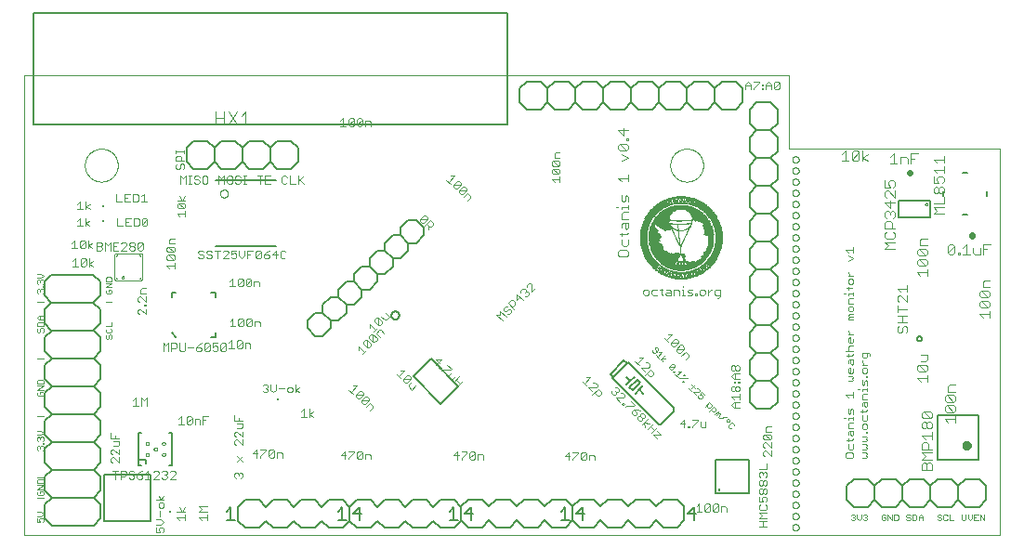
<source format=gto>
G75*
%MOIN*%
%OFA0B0*%
%FSLAX25Y25*%
%IPPOS*%
%LPD*%
%AMOC8*
5,1,8,0,0,1.08239X$1,22.5*
%
%ADD10C,0.00300*%
%ADD11C,0.00200*%
%ADD12R,0.03400X0.00100*%
%ADD13R,0.04800X0.00100*%
%ADD14R,0.05900X0.00100*%
%ADD15R,0.06800X0.00100*%
%ADD16R,0.07600X0.00100*%
%ADD17R,0.00100X0.00100*%
%ADD18R,0.00900X0.00100*%
%ADD19R,0.03200X0.00100*%
%ADD20R,0.03000X0.00100*%
%ADD21R,0.00400X0.00100*%
%ADD22R,0.00700X0.00100*%
%ADD23R,0.00500X0.00100*%
%ADD24R,0.02700X0.00100*%
%ADD25R,0.02300X0.00100*%
%ADD26R,0.00200X0.00100*%
%ADD27R,0.00600X0.00100*%
%ADD28R,0.02400X0.00100*%
%ADD29R,0.02200X0.00100*%
%ADD30R,0.02600X0.00100*%
%ADD31R,0.00300X0.00100*%
%ADD32R,0.01900X0.00100*%
%ADD33R,0.01800X0.00100*%
%ADD34R,0.00800X0.00100*%
%ADD35R,0.02000X0.00100*%
%ADD36R,0.01500X0.00100*%
%ADD37R,0.01600X0.00100*%
%ADD38R,0.01400X0.00100*%
%ADD39R,0.01100X0.00100*%
%ADD40R,0.01700X0.00100*%
%ADD41R,0.01300X0.00100*%
%ADD42R,0.01200X0.00100*%
%ADD43R,0.03700X0.00100*%
%ADD44R,0.05500X0.00100*%
%ADD45R,0.01000X0.00100*%
%ADD46R,0.08000X0.00100*%
%ADD47R,0.02100X0.00100*%
%ADD48R,0.02900X0.00100*%
%ADD49R,0.04200X0.00100*%
%ADD50R,0.05200X0.00100*%
%ADD51R,0.06000X0.00100*%
%ADD52R,0.06700X0.00100*%
%ADD53R,0.07400X0.00100*%
%ADD54R,0.08500X0.00100*%
%ADD55R,0.09000X0.00100*%
%ADD56R,0.09500X0.00100*%
%ADD57R,0.09900X0.00100*%
%ADD58R,0.10300X0.00100*%
%ADD59R,0.10700X0.00100*%
%ADD60R,0.11100X0.00100*%
%ADD61R,0.11500X0.00100*%
%ADD62R,0.11800X0.00100*%
%ADD63R,0.12200X0.00100*%
%ADD64R,0.12500X0.00100*%
%ADD65R,0.04100X0.00100*%
%ADD66R,0.08600X0.00100*%
%ADD67R,0.04500X0.00100*%
%ADD68R,0.04400X0.00100*%
%ADD69R,0.04600X0.00100*%
%ADD70R,0.04900X0.00100*%
%ADD71R,0.05100X0.00100*%
%ADD72R,0.05000X0.00100*%
%ADD73R,0.03500X0.00100*%
%ADD74R,0.05400X0.00100*%
%ADD75R,0.05600X0.00100*%
%ADD76R,0.05800X0.00100*%
%ADD77R,0.02800X0.00100*%
%ADD78R,0.06100X0.00100*%
%ADD79R,0.03300X0.00100*%
%ADD80R,0.06300X0.00100*%
%ADD81R,0.06400X0.00100*%
%ADD82R,0.06600X0.00100*%
%ADD83R,0.06900X0.00100*%
%ADD84R,0.07100X0.00100*%
%ADD85R,0.03100X0.00100*%
%ADD86R,0.07200X0.00100*%
%ADD87R,0.02500X0.00100*%
%ADD88R,0.07700X0.00100*%
%ADD89R,0.07900X0.00100*%
%ADD90R,0.08100X0.00100*%
%ADD91R,0.08200X0.00100*%
%ADD92R,0.08300X0.00100*%
%ADD93R,0.08400X0.00100*%
%ADD94R,0.08800X0.00100*%
%ADD95R,0.09200X0.00100*%
%ADD96R,0.09300X0.00100*%
%ADD97R,0.09400X0.00100*%
%ADD98R,0.09600X0.00100*%
%ADD99R,0.11300X0.00100*%
%ADD100R,0.11400X0.00100*%
%ADD101R,0.10500X0.00100*%
%ADD102R,0.10100X0.00100*%
%ADD103R,0.10200X0.00100*%
%ADD104R,0.06500X0.00100*%
%ADD105R,0.06200X0.00100*%
%ADD106R,0.04700X0.00100*%
%ADD107R,0.03900X0.00100*%
%ADD108R,0.03600X0.00100*%
%ADD109R,0.04000X0.00100*%
%ADD110R,0.04300X0.00100*%
%ADD111R,0.05300X0.00100*%
%ADD112R,0.07000X0.00100*%
%ADD113R,0.05700X0.00100*%
%ADD114R,0.03800X0.00100*%
%ADD115C,0.00000*%
%ADD116C,0.00500*%
%ADD117R,0.00984X0.00984*%
%ADD118C,0.00600*%
%ADD119C,0.00394*%
%ADD120C,0.00400*%
%ADD121C,0.00197*%
%ADD122C,0.00079*%
%ADD123C,0.02200*%
%ADD124C,0.00800*%
%ADD125C,0.02400*%
%ADD126C,0.00100*%
D10*
X0039791Y0023405D02*
X0039791Y0026307D01*
X0038824Y0026307D02*
X0040759Y0026307D01*
X0041770Y0026307D02*
X0043221Y0026307D01*
X0043705Y0025823D01*
X0043705Y0024856D01*
X0043221Y0024372D01*
X0041770Y0024372D01*
X0041770Y0023405D02*
X0041770Y0026307D01*
X0044717Y0025823D02*
X0044717Y0025340D01*
X0045200Y0024856D01*
X0046168Y0024856D01*
X0046652Y0024372D01*
X0046652Y0023888D01*
X0046168Y0023405D01*
X0045200Y0023405D01*
X0044717Y0023888D01*
X0044717Y0025823D02*
X0045200Y0026307D01*
X0046168Y0026307D01*
X0046652Y0025823D01*
X0047663Y0024856D02*
X0049114Y0024856D01*
X0049598Y0024372D01*
X0049598Y0023888D01*
X0049114Y0023405D01*
X0048147Y0023405D01*
X0047663Y0023888D01*
X0047663Y0024856D01*
X0048631Y0025823D01*
X0049598Y0026307D01*
X0050610Y0025340D02*
X0051577Y0026307D01*
X0051577Y0023405D01*
X0050610Y0023405D02*
X0052545Y0023405D01*
X0053556Y0023405D02*
X0055491Y0025340D01*
X0055491Y0025823D01*
X0055007Y0026307D01*
X0054040Y0026307D01*
X0053556Y0025823D01*
X0053556Y0023405D02*
X0055491Y0023405D01*
X0056503Y0023888D02*
X0056987Y0023405D01*
X0057954Y0023405D01*
X0058438Y0023888D01*
X0058438Y0024372D01*
X0057954Y0024856D01*
X0057470Y0024856D01*
X0057954Y0024856D02*
X0058438Y0025340D01*
X0058438Y0025823D01*
X0057954Y0026307D01*
X0056987Y0026307D01*
X0056503Y0025823D01*
X0059449Y0025823D02*
X0059933Y0026307D01*
X0060901Y0026307D01*
X0061384Y0025823D01*
X0061384Y0025340D01*
X0059449Y0023405D01*
X0061384Y0023405D01*
X0057303Y0017396D02*
X0056336Y0015945D01*
X0055368Y0017396D01*
X0054401Y0015945D02*
X0057303Y0015945D01*
X0056820Y0014933D02*
X0055852Y0014933D01*
X0055368Y0014449D01*
X0055368Y0013482D01*
X0055852Y0012998D01*
X0056820Y0012998D01*
X0057303Y0013482D01*
X0057303Y0014449D01*
X0056820Y0014933D01*
X0055852Y0011987D02*
X0055852Y0010052D01*
X0056336Y0009040D02*
X0054401Y0009040D01*
X0056336Y0009040D02*
X0057303Y0008073D01*
X0056336Y0007105D01*
X0054401Y0007105D01*
X0054401Y0006093D02*
X0054401Y0004159D01*
X0055852Y0004159D01*
X0055368Y0005126D01*
X0055368Y0005610D01*
X0055852Y0006093D01*
X0056820Y0006093D01*
X0057303Y0005610D01*
X0057303Y0004642D01*
X0056820Y0004159D01*
X0061926Y0009691D02*
X0062893Y0008723D01*
X0061926Y0009691D02*
X0064828Y0009691D01*
X0064828Y0010658D02*
X0064828Y0008723D01*
X0069826Y0009624D02*
X0072728Y0009624D01*
X0072728Y0008657D02*
X0072728Y0010592D01*
X0072728Y0011603D02*
X0069826Y0011603D01*
X0070793Y0012571D01*
X0069826Y0013538D01*
X0072728Y0013538D01*
X0069826Y0009624D02*
X0070793Y0008657D01*
X0064828Y0011670D02*
X0061926Y0011670D01*
X0062893Y0013121D02*
X0063861Y0011670D01*
X0064828Y0013121D01*
X0082601Y0024259D02*
X0082601Y0025226D01*
X0083085Y0025710D01*
X0083568Y0025710D01*
X0084052Y0025226D01*
X0084536Y0025710D01*
X0085020Y0025710D01*
X0085503Y0025226D01*
X0085503Y0024259D01*
X0085020Y0023775D01*
X0084052Y0024742D02*
X0084052Y0025226D01*
X0083085Y0023775D02*
X0082601Y0024259D01*
X0083568Y0029668D02*
X0085503Y0031603D01*
X0085503Y0029668D02*
X0083568Y0031603D01*
X0089028Y0032501D02*
X0090963Y0032501D01*
X0091975Y0031534D02*
X0091975Y0031050D01*
X0091975Y0031534D02*
X0093910Y0033469D01*
X0093910Y0033952D01*
X0091975Y0033952D01*
X0090480Y0033952D02*
X0089028Y0032501D01*
X0090480Y0031050D02*
X0090480Y0033952D01*
X0094921Y0033469D02*
X0094921Y0031534D01*
X0096856Y0033469D01*
X0096856Y0031534D01*
X0096373Y0031050D01*
X0095405Y0031050D01*
X0094921Y0031534D01*
X0094921Y0033469D02*
X0095405Y0033952D01*
X0096373Y0033952D01*
X0096856Y0033469D01*
X0097868Y0032985D02*
X0097868Y0031050D01*
X0099803Y0031050D02*
X0099803Y0032501D01*
X0099319Y0032985D01*
X0097868Y0032985D01*
X0085503Y0035561D02*
X0083568Y0037496D01*
X0083085Y0037496D01*
X0082601Y0037012D01*
X0082601Y0036045D01*
X0083085Y0035561D01*
X0085503Y0035561D02*
X0085503Y0037496D01*
X0085503Y0038508D02*
X0083568Y0040443D01*
X0083085Y0040443D01*
X0082601Y0039959D01*
X0082601Y0038991D01*
X0083085Y0038508D01*
X0085503Y0038508D02*
X0085503Y0040443D01*
X0085020Y0041454D02*
X0085503Y0041938D01*
X0085503Y0043389D01*
X0083568Y0043389D01*
X0084052Y0044401D02*
X0084052Y0045368D01*
X0082601Y0044401D02*
X0082601Y0046336D01*
X0082601Y0044401D02*
X0085503Y0044401D01*
X0085020Y0041454D02*
X0083568Y0041454D01*
X0073278Y0045927D02*
X0071343Y0045927D01*
X0071343Y0043025D01*
X0070331Y0043025D02*
X0070331Y0044476D01*
X0069848Y0044960D01*
X0068396Y0044960D01*
X0068396Y0043025D01*
X0067385Y0043509D02*
X0067385Y0045444D01*
X0065450Y0043509D01*
X0065934Y0043025D01*
X0066901Y0043025D01*
X0067385Y0043509D01*
X0067385Y0045444D02*
X0066901Y0045927D01*
X0065934Y0045927D01*
X0065450Y0045444D01*
X0065450Y0043509D01*
X0064438Y0043025D02*
X0062503Y0043025D01*
X0063471Y0043025D02*
X0063471Y0045927D01*
X0062503Y0044960D01*
X0071343Y0044476D02*
X0072310Y0044476D01*
X0092728Y0054934D02*
X0093212Y0054450D01*
X0094180Y0054450D01*
X0094663Y0054934D01*
X0094663Y0055417D01*
X0094180Y0055901D01*
X0093696Y0055901D01*
X0094180Y0055901D02*
X0094663Y0056385D01*
X0094663Y0056869D01*
X0094180Y0057352D01*
X0093212Y0057352D01*
X0092728Y0056869D01*
X0095675Y0057352D02*
X0095675Y0055417D01*
X0096642Y0054450D01*
X0097610Y0055417D01*
X0097610Y0057352D01*
X0098621Y0055901D02*
X0100556Y0055901D01*
X0101568Y0055901D02*
X0101568Y0054934D01*
X0102052Y0054450D01*
X0103019Y0054450D01*
X0103503Y0054934D01*
X0103503Y0055901D01*
X0103019Y0056385D01*
X0102052Y0056385D01*
X0101568Y0055901D01*
X0104514Y0055417D02*
X0105966Y0056385D01*
X0104514Y0057352D02*
X0104514Y0054450D01*
X0104514Y0055417D02*
X0105966Y0054450D01*
X0107594Y0048652D02*
X0107594Y0045750D01*
X0108561Y0045750D02*
X0106626Y0045750D01*
X0106626Y0047685D02*
X0107594Y0048652D01*
X0109573Y0048652D02*
X0109573Y0045750D01*
X0109573Y0046717D02*
X0111024Y0045750D01*
X0109573Y0046717D02*
X0111024Y0047685D01*
X0123678Y0055417D02*
X0125046Y0054049D01*
X0124362Y0054733D02*
X0126414Y0056785D01*
X0125046Y0056785D01*
X0127472Y0055044D02*
X0128156Y0055044D01*
X0128840Y0054360D01*
X0128840Y0053676D01*
X0126103Y0053676D01*
X0126103Y0052992D01*
X0126788Y0052307D01*
X0127472Y0052307D01*
X0128840Y0053676D01*
X0129555Y0052960D02*
X0128187Y0051592D01*
X0130923Y0051592D01*
X0129555Y0050224D01*
X0128871Y0050224D01*
X0128187Y0050908D01*
X0128187Y0051592D01*
X0129555Y0052960D02*
X0130239Y0052960D01*
X0130923Y0052276D01*
X0130923Y0051592D01*
X0131297Y0050535D02*
X0132323Y0049509D01*
X0132323Y0048825D01*
X0131297Y0047798D01*
X0129928Y0049167D02*
X0131297Y0050535D01*
X0127472Y0055044D02*
X0126103Y0053676D01*
X0140704Y0060970D02*
X0142072Y0059602D01*
X0141388Y0060286D02*
X0143440Y0062338D01*
X0142072Y0062338D01*
X0144498Y0060597D02*
X0145182Y0060597D01*
X0145866Y0059912D01*
X0145866Y0059228D01*
X0143129Y0059228D01*
X0143129Y0058544D01*
X0143814Y0057860D01*
X0144498Y0057860D01*
X0145866Y0059228D01*
X0146239Y0058171D02*
X0145213Y0057145D01*
X0145213Y0056461D01*
X0146239Y0055435D01*
X0147607Y0056803D01*
X0144498Y0060597D02*
X0143129Y0059228D01*
X0154869Y0064335D02*
X0156921Y0066387D01*
X0154869Y0066387D01*
X0156237Y0065019D01*
X0156268Y0063620D02*
X0156610Y0063278D01*
X0156268Y0062936D01*
X0155926Y0063278D01*
X0156268Y0063620D01*
X0157310Y0062578D02*
X0156968Y0062236D01*
X0157310Y0062578D02*
X0160046Y0062578D01*
X0160388Y0062920D01*
X0159020Y0064288D01*
X0160419Y0061521D02*
X0159393Y0060494D01*
X0159393Y0059810D01*
X0160419Y0058784D01*
X0161788Y0060152D01*
X0162161Y0059095D02*
X0163529Y0057727D01*
X0164555Y0058753D02*
X0162503Y0056701D01*
X0161135Y0058069D02*
X0163187Y0060121D01*
X0136133Y0075760D02*
X0135106Y0076786D01*
X0134422Y0076786D01*
X0133396Y0075760D01*
X0134764Y0074392D01*
X0133707Y0074018D02*
X0133707Y0073334D01*
X0133023Y0072650D01*
X0132339Y0072650D01*
X0132339Y0075387D01*
X0133707Y0074018D01*
X0132339Y0072650D02*
X0130971Y0074018D01*
X0130971Y0074702D01*
X0131655Y0075387D01*
X0132339Y0075387D01*
X0132547Y0076200D02*
X0133915Y0077568D01*
X0133231Y0076884D02*
X0131178Y0078936D01*
X0131178Y0077568D01*
X0132920Y0079994D02*
X0132920Y0080678D01*
X0133604Y0081362D01*
X0134288Y0081362D01*
X0134288Y0078626D01*
X0134972Y0078626D01*
X0135656Y0079310D01*
X0135656Y0079994D01*
X0134288Y0081362D01*
X0135345Y0081735D02*
X0136371Y0080709D01*
X0137056Y0080709D01*
X0138082Y0081735D01*
X0136714Y0083103D01*
X0132920Y0079994D02*
X0134288Y0078626D01*
X0130255Y0073303D02*
X0130255Y0070567D01*
X0130939Y0070567D01*
X0131623Y0071251D01*
X0131624Y0071935D01*
X0130255Y0073303D01*
X0129571Y0073303D01*
X0128887Y0072619D01*
X0128887Y0071935D01*
X0130255Y0070567D01*
X0129882Y0069509D02*
X0128514Y0068141D01*
X0129198Y0068825D02*
X0127146Y0070878D01*
X0127146Y0069509D01*
X0091803Y0078150D02*
X0091803Y0079601D01*
X0091319Y0080085D01*
X0089868Y0080085D01*
X0089868Y0078150D01*
X0088856Y0078634D02*
X0088373Y0078150D01*
X0087405Y0078150D01*
X0086921Y0078634D01*
X0088856Y0080569D01*
X0088856Y0078634D01*
X0086921Y0078634D02*
X0086921Y0080569D01*
X0087405Y0081052D01*
X0088373Y0081052D01*
X0088856Y0080569D01*
X0085910Y0080569D02*
X0083975Y0078634D01*
X0084459Y0078150D01*
X0085426Y0078150D01*
X0085910Y0078634D01*
X0085910Y0080569D01*
X0085426Y0081052D01*
X0084459Y0081052D01*
X0083975Y0080569D01*
X0083975Y0078634D01*
X0082963Y0078150D02*
X0081028Y0078150D01*
X0081996Y0078150D02*
X0081996Y0081052D01*
X0081028Y0080085D01*
X0081456Y0073152D02*
X0081456Y0070250D01*
X0080489Y0070250D02*
X0082424Y0070250D01*
X0083435Y0070734D02*
X0085370Y0072669D01*
X0085370Y0070734D01*
X0084886Y0070250D01*
X0083919Y0070250D01*
X0083435Y0070734D01*
X0083435Y0072669D01*
X0083919Y0073152D01*
X0084886Y0073152D01*
X0085370Y0072669D01*
X0086382Y0072185D02*
X0086382Y0070250D01*
X0088317Y0070250D02*
X0088317Y0071701D01*
X0087833Y0072185D01*
X0086382Y0072185D01*
X0081456Y0073152D02*
X0080489Y0072185D01*
X0079595Y0071655D02*
X0077661Y0069720D01*
X0078144Y0069236D01*
X0079112Y0069236D01*
X0079595Y0069720D01*
X0079595Y0071655D01*
X0079112Y0072138D01*
X0078144Y0072138D01*
X0077661Y0071655D01*
X0077661Y0069720D01*
X0076649Y0069720D02*
X0076165Y0069236D01*
X0075198Y0069236D01*
X0074714Y0069720D01*
X0074714Y0070687D02*
X0075681Y0071171D01*
X0076165Y0071171D01*
X0076649Y0070687D01*
X0076649Y0069720D01*
X0074714Y0070687D02*
X0074714Y0072138D01*
X0076649Y0072138D01*
X0073702Y0071655D02*
X0073702Y0069720D01*
X0073219Y0069236D01*
X0072251Y0069236D01*
X0071767Y0069720D01*
X0073702Y0071655D01*
X0073219Y0072138D01*
X0072251Y0072138D01*
X0071767Y0071655D01*
X0071767Y0069720D01*
X0070756Y0069720D02*
X0070756Y0070203D01*
X0070272Y0070687D01*
X0068821Y0070687D01*
X0068821Y0069720D01*
X0069305Y0069236D01*
X0070272Y0069236D01*
X0070756Y0069720D01*
X0069788Y0071655D02*
X0068821Y0070687D01*
X0067809Y0070687D02*
X0065874Y0070687D01*
X0064863Y0069720D02*
X0064863Y0072138D01*
X0062928Y0072138D02*
X0062928Y0069720D01*
X0063412Y0069236D01*
X0064379Y0069236D01*
X0064863Y0069720D01*
X0061916Y0070687D02*
X0061916Y0071655D01*
X0061433Y0072138D01*
X0059981Y0072138D01*
X0059981Y0069236D01*
X0059981Y0070203D02*
X0061433Y0070203D01*
X0061916Y0070687D01*
X0058970Y0072138D02*
X0058970Y0069236D01*
X0057035Y0069236D02*
X0057035Y0072138D01*
X0058002Y0071171D01*
X0058970Y0072138D01*
X0069788Y0071655D02*
X0070756Y0072138D01*
X0050828Y0082500D02*
X0048893Y0084435D01*
X0048410Y0084435D01*
X0047926Y0083951D01*
X0047926Y0082984D01*
X0048410Y0082500D01*
X0050828Y0082500D02*
X0050828Y0084435D01*
X0050828Y0085447D02*
X0050828Y0085930D01*
X0050345Y0085930D01*
X0050345Y0085447D01*
X0050828Y0085447D01*
X0050828Y0086920D02*
X0048893Y0088855D01*
X0048410Y0088855D01*
X0047926Y0088371D01*
X0047926Y0087404D01*
X0048410Y0086920D01*
X0050828Y0086920D02*
X0050828Y0088855D01*
X0050828Y0089866D02*
X0048893Y0089866D01*
X0048893Y0091318D01*
X0049377Y0091801D01*
X0050828Y0091801D01*
X0058276Y0099917D02*
X0059243Y0098950D01*
X0058276Y0099917D02*
X0061178Y0099917D01*
X0061178Y0098950D02*
X0061178Y0100885D01*
X0060695Y0101897D02*
X0058760Y0103831D01*
X0060695Y0103831D01*
X0061178Y0103348D01*
X0061178Y0102380D01*
X0060695Y0101897D01*
X0058760Y0101897D01*
X0058276Y0102380D01*
X0058276Y0103348D01*
X0058760Y0103831D01*
X0058760Y0104843D02*
X0058276Y0105327D01*
X0058276Y0106294D01*
X0058760Y0106778D01*
X0060695Y0104843D01*
X0061178Y0105327D01*
X0061178Y0106294D01*
X0060695Y0106778D01*
X0058760Y0106778D01*
X0059243Y0107790D02*
X0059243Y0109241D01*
X0059727Y0109725D01*
X0061178Y0109725D01*
X0061178Y0107790D02*
X0059243Y0107790D01*
X0058760Y0104843D02*
X0060695Y0104843D01*
X0069617Y0104944D02*
X0069617Y0104460D01*
X0070100Y0103976D01*
X0071068Y0103976D01*
X0071552Y0103492D01*
X0071552Y0103009D01*
X0071068Y0102525D01*
X0070100Y0102525D01*
X0069617Y0103009D01*
X0069617Y0104944D02*
X0070100Y0105427D01*
X0071068Y0105427D01*
X0071552Y0104944D01*
X0072563Y0104944D02*
X0072563Y0104460D01*
X0073047Y0103976D01*
X0074014Y0103976D01*
X0074498Y0103492D01*
X0074498Y0103009D01*
X0074014Y0102525D01*
X0073047Y0102525D01*
X0072563Y0103009D01*
X0072563Y0104944D02*
X0073047Y0105427D01*
X0074014Y0105427D01*
X0074498Y0104944D01*
X0075510Y0105427D02*
X0077445Y0105427D01*
X0076477Y0105427D02*
X0076477Y0102525D01*
X0078456Y0102525D02*
X0080391Y0104460D01*
X0080391Y0104944D01*
X0079907Y0105427D01*
X0078940Y0105427D01*
X0078456Y0104944D01*
X0078456Y0102525D02*
X0080391Y0102525D01*
X0081403Y0103009D02*
X0081886Y0102525D01*
X0082854Y0102525D01*
X0083338Y0103009D01*
X0083338Y0103976D01*
X0082854Y0104460D01*
X0082370Y0104460D01*
X0081403Y0103976D01*
X0081403Y0105427D01*
X0083338Y0105427D01*
X0084349Y0105427D02*
X0084349Y0103492D01*
X0085317Y0102525D01*
X0086284Y0103492D01*
X0086284Y0105427D01*
X0087296Y0105427D02*
X0089231Y0105427D01*
X0090242Y0104944D02*
X0090242Y0103009D01*
X0092177Y0104944D01*
X0092177Y0103009D01*
X0091693Y0102525D01*
X0090726Y0102525D01*
X0090242Y0103009D01*
X0090242Y0104944D02*
X0090726Y0105427D01*
X0091693Y0105427D01*
X0092177Y0104944D01*
X0093189Y0103976D02*
X0094640Y0103976D01*
X0095124Y0103492D01*
X0095124Y0103009D01*
X0094640Y0102525D01*
X0093672Y0102525D01*
X0093189Y0103009D01*
X0093189Y0103976D01*
X0094156Y0104944D01*
X0095124Y0105427D01*
X0096135Y0103976D02*
X0098070Y0103976D01*
X0099082Y0103009D02*
X0099082Y0104944D01*
X0099566Y0105427D01*
X0100533Y0105427D01*
X0101017Y0104944D01*
X0101017Y0103009D02*
X0100533Y0102525D01*
X0099566Y0102525D01*
X0099082Y0103009D01*
X0097586Y0102525D02*
X0097586Y0105427D01*
X0096135Y0103976D01*
X0088263Y0103976D02*
X0087296Y0103976D01*
X0087296Y0102525D02*
X0087296Y0105427D01*
X0087205Y0095352D02*
X0088173Y0095352D01*
X0088656Y0094869D01*
X0086721Y0092934D01*
X0087205Y0092450D01*
X0088173Y0092450D01*
X0088656Y0092934D01*
X0088656Y0094869D01*
X0089668Y0094385D02*
X0091119Y0094385D01*
X0091603Y0093901D01*
X0091603Y0092450D01*
X0089668Y0092450D02*
X0089668Y0094385D01*
X0087205Y0095352D02*
X0086721Y0094869D01*
X0086721Y0092934D01*
X0085710Y0092934D02*
X0085710Y0094869D01*
X0083775Y0092934D01*
X0084259Y0092450D01*
X0085226Y0092450D01*
X0085710Y0092934D01*
X0085710Y0094869D02*
X0085226Y0095352D01*
X0084259Y0095352D01*
X0083775Y0094869D01*
X0083775Y0092934D01*
X0082763Y0092450D02*
X0080828Y0092450D01*
X0081796Y0092450D02*
X0081796Y0095352D01*
X0080828Y0094385D01*
X0049841Y0105873D02*
X0049357Y0105390D01*
X0048390Y0105390D01*
X0047906Y0105873D01*
X0049841Y0107808D01*
X0049841Y0105873D01*
X0047906Y0105873D02*
X0047906Y0107808D01*
X0048390Y0108292D01*
X0049357Y0108292D01*
X0049841Y0107808D01*
X0046895Y0107808D02*
X0046895Y0107325D01*
X0046411Y0106841D01*
X0045443Y0106841D01*
X0044960Y0107325D01*
X0044960Y0107808D01*
X0045443Y0108292D01*
X0046411Y0108292D01*
X0046895Y0107808D01*
X0046411Y0106841D02*
X0046895Y0106357D01*
X0046895Y0105873D01*
X0046411Y0105390D01*
X0045443Y0105390D01*
X0044960Y0105873D01*
X0044960Y0106357D01*
X0045443Y0106841D01*
X0043948Y0107325D02*
X0043948Y0107808D01*
X0043464Y0108292D01*
X0042497Y0108292D01*
X0042013Y0107808D01*
X0041002Y0108292D02*
X0039067Y0108292D01*
X0039067Y0105390D01*
X0041002Y0105390D01*
X0042013Y0105390D02*
X0043948Y0107325D01*
X0043948Y0105390D02*
X0042013Y0105390D01*
X0040034Y0106841D02*
X0039067Y0106841D01*
X0038055Y0108292D02*
X0038055Y0105390D01*
X0036120Y0105390D02*
X0036120Y0108292D01*
X0037088Y0107325D01*
X0038055Y0108292D01*
X0035109Y0107808D02*
X0035109Y0107325D01*
X0034625Y0106841D01*
X0033174Y0106841D01*
X0034625Y0106841D02*
X0035109Y0106357D01*
X0035109Y0105873D01*
X0034625Y0105390D01*
X0033174Y0105390D01*
X0033174Y0108292D01*
X0034625Y0108292D01*
X0035109Y0107808D01*
X0031674Y0108085D02*
X0030223Y0107117D01*
X0031674Y0106150D01*
X0030223Y0106150D02*
X0030223Y0109052D01*
X0029211Y0108569D02*
X0027276Y0106634D01*
X0027760Y0106150D01*
X0028728Y0106150D01*
X0029211Y0106634D01*
X0029211Y0108569D01*
X0028728Y0109052D01*
X0027760Y0109052D01*
X0027276Y0108569D01*
X0027276Y0106634D01*
X0026265Y0106150D02*
X0024330Y0106150D01*
X0025297Y0106150D02*
X0025297Y0109052D01*
X0024330Y0108085D01*
X0025547Y0102652D02*
X0024580Y0101685D01*
X0025547Y0102652D02*
X0025547Y0099750D01*
X0024580Y0099750D02*
X0026515Y0099750D01*
X0027526Y0100234D02*
X0029461Y0102169D01*
X0029461Y0100234D01*
X0028978Y0099750D01*
X0028010Y0099750D01*
X0027526Y0100234D01*
X0027526Y0102169D01*
X0028010Y0102652D01*
X0028978Y0102652D01*
X0029461Y0102169D01*
X0030473Y0102652D02*
X0030473Y0099750D01*
X0030473Y0100717D02*
X0031924Y0101685D01*
X0030473Y0100717D02*
X0031924Y0099750D01*
X0030626Y0114150D02*
X0029175Y0115117D01*
X0030626Y0116085D01*
X0029175Y0117052D02*
X0029175Y0114150D01*
X0028163Y0114150D02*
X0026228Y0114150D01*
X0027196Y0114150D02*
X0027196Y0117052D01*
X0026228Y0116085D01*
X0026328Y0120150D02*
X0028263Y0120150D01*
X0027296Y0120150D02*
X0027296Y0123052D01*
X0026328Y0122085D01*
X0029275Y0123052D02*
X0029275Y0120150D01*
X0029275Y0121117D02*
X0030726Y0120150D01*
X0029275Y0121117D02*
X0030726Y0122085D01*
X0040342Y0122850D02*
X0042277Y0122850D01*
X0043289Y0122850D02*
X0043289Y0125752D01*
X0045224Y0125752D01*
X0046235Y0125752D02*
X0047686Y0125752D01*
X0048170Y0125269D01*
X0048170Y0123334D01*
X0047686Y0122850D01*
X0046235Y0122850D01*
X0046235Y0125752D01*
X0044256Y0124301D02*
X0043289Y0124301D01*
X0043289Y0122850D02*
X0045224Y0122850D01*
X0049182Y0122850D02*
X0051117Y0122850D01*
X0050149Y0122850D02*
X0050149Y0125752D01*
X0049182Y0124785D01*
X0040342Y0125752D02*
X0040342Y0122850D01*
X0040542Y0117052D02*
X0040542Y0114150D01*
X0042477Y0114150D01*
X0043489Y0114150D02*
X0045424Y0114150D01*
X0046435Y0114150D02*
X0047886Y0114150D01*
X0048370Y0114634D01*
X0048370Y0116569D01*
X0047886Y0117052D01*
X0046435Y0117052D01*
X0046435Y0114150D01*
X0044456Y0115601D02*
X0043489Y0115601D01*
X0043489Y0117052D02*
X0043489Y0114150D01*
X0049382Y0114634D02*
X0049382Y0116569D01*
X0049866Y0117052D01*
X0050833Y0117052D01*
X0051317Y0116569D01*
X0049382Y0114634D01*
X0049866Y0114150D01*
X0050833Y0114150D01*
X0051317Y0114634D01*
X0051317Y0116569D01*
X0045424Y0117052D02*
X0043489Y0117052D01*
X0062051Y0118519D02*
X0064953Y0118519D01*
X0064953Y0117552D02*
X0064953Y0119487D01*
X0064470Y0120498D02*
X0062535Y0122433D01*
X0064470Y0122433D01*
X0064953Y0121949D01*
X0064953Y0120982D01*
X0064470Y0120498D01*
X0062535Y0120498D01*
X0062051Y0120982D01*
X0062051Y0121949D01*
X0062535Y0122433D01*
X0062051Y0123445D02*
X0064953Y0123445D01*
X0063986Y0123445D02*
X0063018Y0124896D01*
X0063986Y0123445D02*
X0064953Y0124896D01*
X0065163Y0129350D02*
X0065163Y0132252D01*
X0064196Y0131285D01*
X0063228Y0132252D01*
X0063228Y0129350D01*
X0066175Y0129350D02*
X0067142Y0129350D01*
X0066659Y0129350D02*
X0066659Y0132252D01*
X0067142Y0132252D02*
X0066175Y0132252D01*
X0068139Y0131769D02*
X0068139Y0131285D01*
X0068623Y0130801D01*
X0069590Y0130801D01*
X0070074Y0130317D01*
X0070074Y0129834D01*
X0069590Y0129350D01*
X0068623Y0129350D01*
X0068139Y0129834D01*
X0068139Y0131769D02*
X0068623Y0132252D01*
X0069590Y0132252D01*
X0070074Y0131769D01*
X0071086Y0131769D02*
X0071086Y0129834D01*
X0071569Y0129350D01*
X0072537Y0129350D01*
X0073021Y0129834D01*
X0073021Y0131769D01*
X0072537Y0132252D01*
X0071569Y0132252D01*
X0071086Y0131769D01*
X0076979Y0132252D02*
X0076979Y0129350D01*
X0078914Y0129350D02*
X0078914Y0132252D01*
X0077946Y0131285D01*
X0076979Y0132252D01*
X0079925Y0131769D02*
X0079925Y0129834D01*
X0080409Y0129350D01*
X0081376Y0129350D01*
X0081860Y0129834D01*
X0081860Y0131769D01*
X0081376Y0132252D01*
X0080409Y0132252D01*
X0079925Y0131769D01*
X0082872Y0131769D02*
X0082872Y0131285D01*
X0083355Y0130801D01*
X0084323Y0130801D01*
X0084807Y0130317D01*
X0084807Y0129834D01*
X0084323Y0129350D01*
X0083355Y0129350D01*
X0082872Y0129834D01*
X0082872Y0131769D02*
X0083355Y0132252D01*
X0084323Y0132252D01*
X0084807Y0131769D01*
X0085818Y0132252D02*
X0086786Y0132252D01*
X0086302Y0132252D02*
X0086302Y0129350D01*
X0085818Y0129350D02*
X0086786Y0129350D01*
X0090729Y0132252D02*
X0092664Y0132252D01*
X0091697Y0132252D02*
X0091697Y0129350D01*
X0093676Y0129350D02*
X0093676Y0132252D01*
X0095611Y0132252D01*
X0094643Y0130801D02*
X0093676Y0130801D01*
X0093676Y0129350D02*
X0095611Y0129350D01*
X0099569Y0129834D02*
X0099569Y0131769D01*
X0100052Y0132252D01*
X0101020Y0132252D01*
X0101504Y0131769D01*
X0102515Y0132252D02*
X0102515Y0129350D01*
X0104450Y0129350D01*
X0105462Y0129350D02*
X0105462Y0132252D01*
X0105945Y0130801D02*
X0107397Y0129350D01*
X0105462Y0130317D02*
X0107397Y0132252D01*
X0101504Y0129834D02*
X0101020Y0129350D01*
X0100052Y0129350D01*
X0099569Y0129834D01*
X0064578Y0135001D02*
X0064095Y0134518D01*
X0064578Y0135001D02*
X0064578Y0135969D01*
X0064095Y0136453D01*
X0063611Y0136453D01*
X0063127Y0135969D01*
X0063127Y0135001D01*
X0062643Y0134518D01*
X0062160Y0134518D01*
X0061676Y0135001D01*
X0061676Y0135969D01*
X0062160Y0136453D01*
X0061676Y0137464D02*
X0061676Y0138915D01*
X0062160Y0139399D01*
X0063127Y0139399D01*
X0063611Y0138915D01*
X0063611Y0137464D01*
X0064578Y0137464D02*
X0061676Y0137464D01*
X0061676Y0140411D02*
X0061676Y0141378D01*
X0061676Y0140894D02*
X0064578Y0140894D01*
X0064578Y0140411D02*
X0064578Y0141378D01*
X0062051Y0118519D02*
X0063018Y0117552D01*
X0120653Y0150000D02*
X0122588Y0150000D01*
X0121621Y0150000D02*
X0121621Y0152902D01*
X0120653Y0151935D01*
X0123600Y0152419D02*
X0123600Y0150484D01*
X0125535Y0152419D01*
X0125535Y0150484D01*
X0125051Y0150000D01*
X0124084Y0150000D01*
X0123600Y0150484D01*
X0123600Y0152419D02*
X0124084Y0152902D01*
X0125051Y0152902D01*
X0125535Y0152419D01*
X0126546Y0152419D02*
X0126546Y0150484D01*
X0128481Y0152419D01*
X0128481Y0150484D01*
X0127998Y0150000D01*
X0127030Y0150000D01*
X0126546Y0150484D01*
X0126546Y0152419D02*
X0127030Y0152902D01*
X0127998Y0152902D01*
X0128481Y0152419D01*
X0129493Y0151935D02*
X0129493Y0150000D01*
X0131428Y0150000D02*
X0131428Y0151451D01*
X0130944Y0151935D01*
X0129493Y0151935D01*
X0158676Y0130776D02*
X0160044Y0129408D01*
X0159360Y0130092D02*
X0161412Y0132144D01*
X0160044Y0132144D01*
X0162470Y0130403D02*
X0161101Y0129035D01*
X0163838Y0129035D01*
X0162470Y0127666D01*
X0161786Y0127666D01*
X0161101Y0128350D01*
X0161101Y0129035D01*
X0162470Y0130403D02*
X0163154Y0130403D01*
X0163838Y0129719D01*
X0163838Y0129035D01*
X0164553Y0128319D02*
X0165237Y0128319D01*
X0165921Y0127635D01*
X0165921Y0126951D01*
X0163185Y0126951D01*
X0163185Y0126267D01*
X0163869Y0125583D01*
X0164553Y0125583D01*
X0165921Y0126951D01*
X0166295Y0125894D02*
X0167321Y0124868D01*
X0167321Y0124183D01*
X0166295Y0123157D01*
X0164926Y0124525D02*
X0166295Y0125894D01*
X0164553Y0128319D02*
X0163185Y0126951D01*
X0151895Y0117363D02*
X0151895Y0116679D01*
X0149158Y0116679D01*
X0149158Y0115995D01*
X0149843Y0115311D01*
X0150527Y0115311D01*
X0151895Y0116679D01*
X0151895Y0117363D02*
X0151211Y0118048D01*
X0150527Y0118048D01*
X0149158Y0116679D01*
X0150900Y0114254D02*
X0152952Y0116306D01*
X0153978Y0115280D01*
X0153978Y0114596D01*
X0153294Y0113912D01*
X0152610Y0113912D01*
X0151584Y0114938D01*
X0152268Y0114254D02*
X0152268Y0112885D01*
X0196426Y0130831D02*
X0197393Y0129864D01*
X0196426Y0130831D02*
X0199328Y0130831D01*
X0199328Y0129864D02*
X0199328Y0131799D01*
X0198845Y0132810D02*
X0196910Y0132810D01*
X0196426Y0133294D01*
X0196426Y0134262D01*
X0196910Y0134745D01*
X0198845Y0132810D01*
X0199328Y0133294D01*
X0199328Y0134262D01*
X0198845Y0134745D01*
X0196910Y0134745D01*
X0196910Y0135757D02*
X0196426Y0136241D01*
X0196426Y0137208D01*
X0196910Y0137692D01*
X0198845Y0135757D01*
X0199328Y0136241D01*
X0199328Y0137208D01*
X0198845Y0137692D01*
X0196910Y0137692D01*
X0197393Y0138703D02*
X0197393Y0140155D01*
X0197877Y0140638D01*
X0199328Y0140638D01*
X0199328Y0138703D02*
X0197393Y0138703D01*
X0196910Y0135757D02*
X0198845Y0135757D01*
X0220225Y0131394D02*
X0221460Y0130160D01*
X0220225Y0131394D02*
X0223928Y0131394D01*
X0223928Y0130160D02*
X0223928Y0132628D01*
X0221460Y0137526D02*
X0223928Y0138760D01*
X0221460Y0139995D01*
X0220842Y0141209D02*
X0220225Y0141826D01*
X0220225Y0143061D01*
X0220842Y0143678D01*
X0223311Y0141209D01*
X0223928Y0141826D01*
X0223928Y0143061D01*
X0223311Y0143678D01*
X0220842Y0143678D01*
X0220842Y0141209D02*
X0223311Y0141209D01*
X0223311Y0144892D02*
X0223311Y0145509D01*
X0223928Y0145509D01*
X0223928Y0144892D01*
X0223311Y0144892D01*
X0222077Y0146734D02*
X0222077Y0149203D01*
X0223928Y0148585D02*
X0220225Y0148585D01*
X0222077Y0146734D01*
X0221460Y0125262D02*
X0221460Y0123411D01*
X0222077Y0122793D01*
X0222694Y0123411D01*
X0222694Y0124645D01*
X0223311Y0125262D01*
X0223928Y0124645D01*
X0223928Y0122793D01*
X0223928Y0121572D02*
X0223928Y0120338D01*
X0223928Y0120955D02*
X0221460Y0120955D01*
X0221460Y0120338D01*
X0222077Y0119124D02*
X0223928Y0119124D01*
X0222077Y0119124D02*
X0221460Y0118506D01*
X0221460Y0116655D01*
X0223928Y0116655D01*
X0223928Y0115440D02*
X0223928Y0113589D01*
X0223311Y0112972D01*
X0222694Y0113589D01*
X0222694Y0115440D01*
X0222077Y0115440D02*
X0223928Y0115440D01*
X0222077Y0115440D02*
X0221460Y0114823D01*
X0221460Y0113589D01*
X0221460Y0111751D02*
X0221460Y0110516D01*
X0220842Y0111133D02*
X0223311Y0111133D01*
X0223928Y0111751D01*
X0223928Y0109302D02*
X0223928Y0107450D01*
X0223311Y0106833D01*
X0222077Y0106833D01*
X0221460Y0107450D01*
X0221460Y0109302D01*
X0220842Y0105619D02*
X0220225Y0105002D01*
X0220225Y0103767D01*
X0220842Y0103150D01*
X0223311Y0103150D01*
X0223928Y0103767D01*
X0223928Y0105002D01*
X0223311Y0105619D01*
X0220842Y0105619D01*
X0243562Y0092736D02*
X0243562Y0092252D01*
X0243562Y0091285D02*
X0243562Y0089350D01*
X0243079Y0089350D02*
X0244046Y0089350D01*
X0245043Y0089350D02*
X0246494Y0089350D01*
X0246978Y0089834D01*
X0246494Y0090317D01*
X0245527Y0090317D01*
X0245043Y0090801D01*
X0245527Y0091285D01*
X0246978Y0091285D01*
X0247990Y0089834D02*
X0248473Y0089834D01*
X0248473Y0089350D01*
X0247990Y0089350D01*
X0247990Y0089834D01*
X0249463Y0089834D02*
X0249947Y0089350D01*
X0250914Y0089350D01*
X0251398Y0089834D01*
X0251398Y0090801D01*
X0250914Y0091285D01*
X0249947Y0091285D01*
X0249463Y0090801D01*
X0249463Y0089834D01*
X0252409Y0090317D02*
X0253377Y0091285D01*
X0253861Y0091285D01*
X0254865Y0090801D02*
X0254865Y0089834D01*
X0255348Y0089350D01*
X0256800Y0089350D01*
X0256800Y0088866D02*
X0256800Y0091285D01*
X0255348Y0091285D01*
X0254865Y0090801D01*
X0252409Y0091285D02*
X0252409Y0089350D01*
X0255832Y0088383D02*
X0256316Y0088383D01*
X0256800Y0088866D01*
X0243562Y0091285D02*
X0243079Y0091285D01*
X0242067Y0090801D02*
X0242067Y0089350D01*
X0242067Y0090801D02*
X0241583Y0091285D01*
X0240132Y0091285D01*
X0240132Y0089350D01*
X0239121Y0089350D02*
X0237669Y0089350D01*
X0237186Y0089834D01*
X0237669Y0090317D01*
X0239121Y0090317D01*
X0239121Y0090801D02*
X0239121Y0089350D01*
X0239121Y0090801D02*
X0238637Y0091285D01*
X0237669Y0091285D01*
X0236189Y0091285D02*
X0235221Y0091285D01*
X0235705Y0091769D02*
X0235705Y0089834D01*
X0236189Y0089350D01*
X0234210Y0089350D02*
X0232759Y0089350D01*
X0232275Y0089834D01*
X0232275Y0090801D01*
X0232759Y0091285D01*
X0234210Y0091285D01*
X0231263Y0090801D02*
X0231263Y0089834D01*
X0230780Y0089350D01*
X0229812Y0089350D01*
X0229328Y0089834D01*
X0229328Y0090801D01*
X0229812Y0091285D01*
X0230780Y0091285D01*
X0231263Y0090801D01*
X0238138Y0075283D02*
X0239506Y0075283D01*
X0237453Y0073230D01*
X0236769Y0073914D02*
X0238138Y0072546D01*
X0239195Y0072173D02*
X0241931Y0072173D01*
X0240563Y0070805D01*
X0239879Y0070805D01*
X0239195Y0071489D01*
X0239195Y0072173D01*
X0240563Y0073541D01*
X0241247Y0073541D01*
X0241931Y0072857D01*
X0241931Y0072173D01*
X0242647Y0071458D02*
X0243331Y0071458D01*
X0244015Y0070774D01*
X0244015Y0070089D01*
X0241278Y0070089D01*
X0241278Y0069405D01*
X0241963Y0068721D01*
X0242647Y0068721D01*
X0244015Y0070089D01*
X0244388Y0069032D02*
X0243020Y0067664D01*
X0244388Y0069032D02*
X0245414Y0068006D01*
X0245414Y0067322D01*
X0244388Y0066296D01*
X0241278Y0070089D02*
X0242647Y0071458D01*
X0231511Y0064471D02*
X0230827Y0065155D01*
X0230143Y0065155D01*
X0231511Y0064471D02*
X0231511Y0063787D01*
X0231169Y0063445D01*
X0228433Y0063445D01*
X0229801Y0062077D01*
X0230516Y0061361D02*
X0231542Y0060335D01*
X0232226Y0060335D01*
X0232910Y0061019D01*
X0232910Y0061703D01*
X0231884Y0062730D01*
X0229832Y0060677D01*
X0227717Y0064160D02*
X0226349Y0065528D01*
X0227033Y0064844D02*
X0229086Y0066897D01*
X0227717Y0066897D01*
X0212703Y0057380D02*
X0212019Y0058064D01*
X0211335Y0058064D01*
X0212703Y0057380D02*
X0212703Y0056696D01*
X0212361Y0056354D01*
X0209624Y0056354D01*
X0210992Y0054985D01*
X0211708Y0054270D02*
X0212734Y0053244D01*
X0213418Y0053244D01*
X0214102Y0053928D01*
X0214102Y0054612D01*
X0213076Y0055638D01*
X0211024Y0053586D01*
X0208909Y0057069D02*
X0207541Y0058437D01*
X0208225Y0057753D02*
X0210277Y0059805D01*
X0208909Y0059805D01*
X0217867Y0054878D02*
X0217867Y0054194D01*
X0218551Y0053510D01*
X0219235Y0053510D01*
X0219577Y0053852D01*
X0219577Y0054536D01*
X0219235Y0054878D01*
X0219577Y0054536D02*
X0220261Y0054536D01*
X0220603Y0054878D01*
X0220603Y0055562D01*
X0219919Y0056246D01*
X0219235Y0056246D01*
X0221318Y0054163D02*
X0222002Y0054163D01*
X0222687Y0053479D01*
X0222687Y0052795D01*
X0222344Y0052453D01*
X0219608Y0052453D01*
X0220976Y0051084D01*
X0221692Y0050369D02*
X0222034Y0050027D01*
X0222376Y0050369D01*
X0222034Y0050711D01*
X0221692Y0050369D01*
X0222733Y0049327D02*
X0223075Y0049669D01*
X0225812Y0049669D01*
X0226154Y0050012D01*
X0224786Y0051380D01*
X0225843Y0048270D02*
X0226869Y0047244D01*
X0226869Y0046560D01*
X0226527Y0046218D01*
X0225843Y0046218D01*
X0225159Y0046902D01*
X0225159Y0047586D01*
X0225843Y0048270D01*
X0227211Y0048270D01*
X0228237Y0047928D01*
X0228611Y0046871D02*
X0228269Y0046529D01*
X0228268Y0045844D01*
X0228953Y0045160D01*
X0228953Y0044476D01*
X0228611Y0044134D01*
X0227926Y0044134D01*
X0227242Y0044818D01*
X0227242Y0045502D01*
X0227584Y0045844D01*
X0228268Y0045844D01*
X0228953Y0045160D02*
X0229637Y0045160D01*
X0229979Y0045502D01*
X0229979Y0046187D01*
X0229295Y0046871D01*
X0228611Y0046871D01*
X0231036Y0045129D02*
X0228984Y0043077D01*
X0229668Y0043761D02*
X0231378Y0043419D01*
X0231746Y0042367D02*
X0233114Y0040999D01*
X0234172Y0040625D02*
X0235540Y0039257D01*
X0232804Y0039257D01*
X0234172Y0037889D01*
X0232088Y0039972D02*
X0234141Y0042025D01*
X0232772Y0043393D02*
X0230720Y0041341D01*
X0230010Y0042051D02*
X0229668Y0043761D01*
X0242365Y0043326D02*
X0244300Y0043326D01*
X0245312Y0042359D02*
X0245796Y0042359D01*
X0245796Y0041875D01*
X0245312Y0041875D01*
X0245312Y0042359D01*
X0246785Y0042359D02*
X0246785Y0041875D01*
X0246785Y0042359D02*
X0248720Y0044294D01*
X0248720Y0044777D01*
X0246785Y0044777D01*
X0243817Y0044777D02*
X0242365Y0043326D01*
X0243817Y0041875D02*
X0243817Y0044777D01*
X0249732Y0043810D02*
X0249732Y0042359D01*
X0250216Y0041875D01*
X0251667Y0041875D01*
X0251667Y0043810D01*
X0260826Y0049912D02*
X0261793Y0048944D01*
X0263728Y0048944D01*
X0262277Y0048944D02*
X0262277Y0050879D01*
X0261793Y0050879D02*
X0263728Y0050879D01*
X0263728Y0051891D02*
X0263728Y0053826D01*
X0263728Y0052858D02*
X0260826Y0052858D01*
X0261793Y0051891D01*
X0261793Y0050879D02*
X0260826Y0049912D01*
X0261310Y0054837D02*
X0261793Y0054837D01*
X0262277Y0055321D01*
X0262277Y0056288D01*
X0262761Y0056772D01*
X0263245Y0056772D01*
X0263728Y0056288D01*
X0263728Y0055321D01*
X0263245Y0054837D01*
X0262761Y0054837D01*
X0262277Y0055321D01*
X0262277Y0056288D02*
X0261793Y0056772D01*
X0261310Y0056772D01*
X0260826Y0056288D01*
X0260826Y0055321D01*
X0261310Y0054837D01*
X0261793Y0057784D02*
X0262277Y0057784D01*
X0262277Y0058267D01*
X0261793Y0058267D01*
X0261793Y0057784D01*
X0263245Y0057784D02*
X0263728Y0057784D01*
X0263728Y0058267D01*
X0263245Y0058267D01*
X0263245Y0057784D01*
X0263728Y0059257D02*
X0261793Y0059257D01*
X0260826Y0060224D01*
X0261793Y0061192D01*
X0263728Y0061192D01*
X0263245Y0062203D02*
X0262761Y0062203D01*
X0262277Y0062687D01*
X0262277Y0063655D01*
X0262761Y0064138D01*
X0263245Y0064138D01*
X0263728Y0063655D01*
X0263728Y0062687D01*
X0263245Y0062203D01*
X0262277Y0062687D02*
X0261793Y0062203D01*
X0261310Y0062203D01*
X0260826Y0062687D01*
X0260826Y0063655D01*
X0261310Y0064138D01*
X0261793Y0064138D01*
X0262277Y0063655D01*
X0262277Y0061192D02*
X0262277Y0059257D01*
X0273727Y0042363D02*
X0275178Y0042363D01*
X0273727Y0042363D02*
X0273243Y0041880D01*
X0273243Y0040428D01*
X0275178Y0040428D01*
X0274695Y0039417D02*
X0272760Y0039417D01*
X0274695Y0037482D01*
X0275178Y0037966D01*
X0275178Y0038933D01*
X0274695Y0039417D01*
X0274695Y0037482D02*
X0272760Y0037482D01*
X0272276Y0037966D01*
X0272276Y0038933D01*
X0272760Y0039417D01*
X0272760Y0036470D02*
X0272276Y0035987D01*
X0272276Y0035019D01*
X0272760Y0034535D01*
X0272760Y0033524D02*
X0272276Y0033040D01*
X0272276Y0032073D01*
X0272760Y0031589D01*
X0272760Y0033524D02*
X0273243Y0033524D01*
X0275178Y0031589D01*
X0275178Y0033524D01*
X0275178Y0034535D02*
X0273243Y0036470D01*
X0272760Y0036470D01*
X0275178Y0036470D02*
X0275178Y0034535D01*
X0273678Y0028863D02*
X0273678Y0026928D01*
X0270776Y0026928D01*
X0271260Y0025917D02*
X0271743Y0025917D01*
X0272227Y0025433D01*
X0272711Y0025917D01*
X0273195Y0025917D01*
X0273678Y0025433D01*
X0273678Y0024466D01*
X0273195Y0023982D01*
X0273195Y0022970D02*
X0272711Y0022970D01*
X0272227Y0022487D01*
X0272227Y0021519D01*
X0271743Y0021035D01*
X0271260Y0021035D01*
X0270776Y0021519D01*
X0270776Y0022487D01*
X0271260Y0022970D01*
X0271743Y0022970D01*
X0272227Y0022487D01*
X0272227Y0021519D02*
X0272711Y0021035D01*
X0273195Y0021035D01*
X0273678Y0021519D01*
X0273678Y0022487D01*
X0273195Y0022970D01*
X0271260Y0023982D02*
X0270776Y0024466D01*
X0270776Y0025433D01*
X0271260Y0025917D01*
X0272227Y0025433D02*
X0272227Y0024949D01*
X0271743Y0020024D02*
X0272227Y0019540D01*
X0272227Y0018573D01*
X0271743Y0018089D01*
X0271260Y0018089D01*
X0270776Y0018573D01*
X0270776Y0019540D01*
X0271260Y0020024D01*
X0271743Y0020024D01*
X0272227Y0019540D02*
X0272711Y0020024D01*
X0273195Y0020024D01*
X0273678Y0019540D01*
X0273678Y0018573D01*
X0273195Y0018089D01*
X0272711Y0018089D01*
X0272227Y0018573D01*
X0272227Y0017077D02*
X0273195Y0017077D01*
X0273678Y0016594D01*
X0273678Y0015626D01*
X0273195Y0015142D01*
X0272227Y0015142D02*
X0271743Y0016110D01*
X0271743Y0016594D01*
X0272227Y0017077D01*
X0270776Y0017077D02*
X0270776Y0015142D01*
X0272227Y0015142D01*
X0271260Y0014131D02*
X0270776Y0013647D01*
X0270776Y0012680D01*
X0271260Y0012196D01*
X0273195Y0012196D01*
X0273678Y0012680D01*
X0273678Y0013647D01*
X0273195Y0014131D01*
X0273678Y0011184D02*
X0270776Y0011184D01*
X0271743Y0010217D01*
X0270776Y0009249D01*
X0273678Y0009249D01*
X0273678Y0008238D02*
X0270776Y0008238D01*
X0272227Y0008238D02*
X0272227Y0006303D01*
X0273678Y0006303D02*
X0270776Y0006303D01*
X0259153Y0011575D02*
X0259153Y0013026D01*
X0258669Y0013510D01*
X0257218Y0013510D01*
X0257218Y0011575D01*
X0256206Y0012059D02*
X0255723Y0011575D01*
X0254755Y0011575D01*
X0254271Y0012059D01*
X0256206Y0013994D01*
X0256206Y0012059D01*
X0254271Y0012059D02*
X0254271Y0013994D01*
X0254755Y0014477D01*
X0255723Y0014477D01*
X0256206Y0013994D01*
X0253260Y0013994D02*
X0253260Y0012059D01*
X0252776Y0011575D01*
X0251809Y0011575D01*
X0251325Y0012059D01*
X0253260Y0013994D01*
X0252776Y0014477D01*
X0251809Y0014477D01*
X0251325Y0013994D01*
X0251325Y0012059D01*
X0250313Y0011575D02*
X0248378Y0011575D01*
X0249346Y0011575D02*
X0249346Y0014477D01*
X0248378Y0013510D01*
X0211803Y0030150D02*
X0211803Y0031601D01*
X0211319Y0032085D01*
X0209868Y0032085D01*
X0209868Y0030150D01*
X0208856Y0030634D02*
X0208373Y0030150D01*
X0207405Y0030150D01*
X0206921Y0030634D01*
X0208856Y0032569D01*
X0208856Y0030634D01*
X0206921Y0030634D02*
X0206921Y0032569D01*
X0207405Y0033052D01*
X0208373Y0033052D01*
X0208856Y0032569D01*
X0205910Y0032569D02*
X0205910Y0033052D01*
X0203975Y0033052D01*
X0202480Y0033052D02*
X0201028Y0031601D01*
X0202963Y0031601D01*
X0203975Y0030634D02*
X0203975Y0030150D01*
X0203975Y0030634D02*
X0205910Y0032569D01*
X0202480Y0033052D02*
X0202480Y0030150D01*
X0171903Y0030350D02*
X0171903Y0031801D01*
X0171419Y0032285D01*
X0169968Y0032285D01*
X0169968Y0030350D01*
X0168956Y0030834D02*
X0168473Y0030350D01*
X0167505Y0030350D01*
X0167021Y0030834D01*
X0168956Y0032769D01*
X0168956Y0030834D01*
X0167021Y0030834D02*
X0167021Y0032769D01*
X0167505Y0033252D01*
X0168473Y0033252D01*
X0168956Y0032769D01*
X0166010Y0032769D02*
X0164075Y0030834D01*
X0164075Y0030350D01*
X0162580Y0030350D02*
X0162580Y0033252D01*
X0161128Y0031801D01*
X0163063Y0031801D01*
X0164075Y0033252D02*
X0166010Y0033252D01*
X0166010Y0032769D01*
X0131503Y0031901D02*
X0131503Y0030450D01*
X0131503Y0031901D02*
X0131019Y0032385D01*
X0129568Y0032385D01*
X0129568Y0030450D01*
X0128556Y0030934D02*
X0128073Y0030450D01*
X0127105Y0030450D01*
X0126621Y0030934D01*
X0128556Y0032869D01*
X0128556Y0030934D01*
X0126621Y0030934D02*
X0126621Y0032869D01*
X0127105Y0033352D01*
X0128073Y0033352D01*
X0128556Y0032869D01*
X0125610Y0032869D02*
X0123675Y0030934D01*
X0123675Y0030450D01*
X0122180Y0030450D02*
X0122180Y0033352D01*
X0120728Y0031901D01*
X0122663Y0031901D01*
X0123675Y0033352D02*
X0125610Y0033352D01*
X0125610Y0032869D01*
X0051192Y0049675D02*
X0051192Y0052577D01*
X0050224Y0051610D01*
X0049257Y0052577D01*
X0049257Y0049675D01*
X0048245Y0049675D02*
X0046310Y0049675D01*
X0047278Y0049675D02*
X0047278Y0052577D01*
X0046310Y0051610D01*
X0038275Y0039998D02*
X0038275Y0038063D01*
X0041177Y0038063D01*
X0041177Y0037051D02*
X0039242Y0037051D01*
X0039726Y0038063D02*
X0039726Y0039030D01*
X0041177Y0037051D02*
X0041177Y0035600D01*
X0040694Y0035116D01*
X0039242Y0035116D01*
X0039242Y0034105D02*
X0038759Y0034105D01*
X0038275Y0033621D01*
X0038275Y0032653D01*
X0038759Y0032170D01*
X0038759Y0031158D02*
X0038275Y0030674D01*
X0038275Y0029707D01*
X0038759Y0029223D01*
X0038759Y0031158D02*
X0039242Y0031158D01*
X0041177Y0029223D01*
X0041177Y0031158D01*
X0041177Y0032170D02*
X0039242Y0034105D01*
X0041177Y0034105D02*
X0041177Y0032170D01*
X0219608Y0120955D02*
X0220225Y0120955D01*
X0265828Y0163150D02*
X0265828Y0165085D01*
X0266796Y0166052D01*
X0267763Y0165085D01*
X0267763Y0163150D01*
X0268775Y0163150D02*
X0268775Y0163634D01*
X0270710Y0165569D01*
X0270710Y0166052D01*
X0268775Y0166052D01*
X0267763Y0164601D02*
X0265828Y0164601D01*
X0271721Y0164601D02*
X0271721Y0165085D01*
X0272205Y0165085D01*
X0272205Y0164601D01*
X0271721Y0164601D01*
X0271721Y0163634D02*
X0271721Y0163150D01*
X0272205Y0163150D01*
X0272205Y0163634D01*
X0271721Y0163634D01*
X0273195Y0163150D02*
X0273195Y0165085D01*
X0274162Y0166052D01*
X0275130Y0165085D01*
X0275130Y0163150D01*
X0276141Y0163634D02*
X0278076Y0165569D01*
X0278076Y0163634D01*
X0277592Y0163150D01*
X0276625Y0163150D01*
X0276141Y0163634D01*
X0276141Y0165569D01*
X0276625Y0166052D01*
X0277592Y0166052D01*
X0278076Y0165569D01*
X0275130Y0164601D02*
X0273195Y0164601D01*
X0300493Y0139919D02*
X0301727Y0141153D01*
X0301727Y0137450D01*
X0300493Y0137450D02*
X0302961Y0137450D01*
X0304176Y0138067D02*
X0304793Y0137450D01*
X0306027Y0137450D01*
X0306645Y0138067D01*
X0306645Y0140536D01*
X0304176Y0138067D01*
X0304176Y0140536D01*
X0304793Y0141153D01*
X0306027Y0141153D01*
X0306645Y0140536D01*
X0307859Y0141153D02*
X0307859Y0137450D01*
X0307859Y0138684D02*
X0309711Y0139919D01*
X0307859Y0138684D02*
X0309711Y0137450D01*
X0317879Y0136450D02*
X0320348Y0136450D01*
X0321562Y0136450D02*
X0321562Y0138919D01*
X0323414Y0138919D01*
X0324031Y0138302D01*
X0324031Y0136450D01*
X0325245Y0136450D02*
X0325245Y0140153D01*
X0327714Y0140153D01*
X0326480Y0138302D02*
X0325245Y0138302D01*
X0319113Y0140153D02*
X0319113Y0136450D01*
X0317879Y0138919D02*
X0319113Y0140153D01*
X0333425Y0138100D02*
X0337128Y0138100D01*
X0337128Y0136866D02*
X0337128Y0139334D01*
X0334660Y0136866D02*
X0333425Y0138100D01*
X0333425Y0134417D02*
X0337128Y0134417D01*
X0337128Y0133183D02*
X0337128Y0135651D01*
X0334660Y0133183D02*
X0333425Y0134417D01*
X0333425Y0131968D02*
X0333425Y0129499D01*
X0335277Y0129499D01*
X0334660Y0130734D01*
X0334660Y0131351D01*
X0335277Y0131968D01*
X0336511Y0131968D01*
X0337128Y0131351D01*
X0337128Y0130117D01*
X0336511Y0129499D01*
X0336511Y0128285D02*
X0337128Y0127668D01*
X0337128Y0126433D01*
X0336511Y0125816D01*
X0335894Y0125816D01*
X0335277Y0126433D01*
X0335277Y0127668D01*
X0335894Y0128285D01*
X0336511Y0128285D01*
X0335277Y0127668D02*
X0334660Y0128285D01*
X0334042Y0128285D01*
X0333425Y0127668D01*
X0333425Y0126433D01*
X0334042Y0125816D01*
X0334660Y0125816D01*
X0335277Y0126433D01*
X0337128Y0124602D02*
X0337128Y0122133D01*
X0333425Y0122133D01*
X0333425Y0120919D02*
X0337128Y0120919D01*
X0334660Y0119684D02*
X0333425Y0120919D01*
X0334660Y0119684D02*
X0333425Y0118450D01*
X0337128Y0118450D01*
X0331128Y0109736D02*
X0329277Y0109736D01*
X0328660Y0109118D01*
X0328660Y0107267D01*
X0331128Y0107267D01*
X0330511Y0106052D02*
X0331128Y0105435D01*
X0331128Y0104201D01*
X0330511Y0103584D01*
X0328042Y0106052D01*
X0330511Y0106052D01*
X0330511Y0103584D02*
X0328042Y0103584D01*
X0327425Y0104201D01*
X0327425Y0105435D01*
X0328042Y0106052D01*
X0328042Y0102369D02*
X0330511Y0099901D01*
X0331128Y0100518D01*
X0331128Y0101752D01*
X0330511Y0102369D01*
X0328042Y0102369D01*
X0327425Y0101752D01*
X0327425Y0100518D01*
X0328042Y0099901D01*
X0330511Y0099901D01*
X0331128Y0098686D02*
X0331128Y0096217D01*
X0331128Y0097452D02*
X0327425Y0097452D01*
X0328660Y0096217D01*
X0338428Y0104567D02*
X0340897Y0107036D01*
X0340897Y0104567D01*
X0340280Y0103950D01*
X0339045Y0103950D01*
X0338428Y0104567D01*
X0338428Y0107036D01*
X0339045Y0107653D01*
X0340280Y0107653D01*
X0340897Y0107036D01*
X0342111Y0104567D02*
X0342729Y0104567D01*
X0342729Y0103950D01*
X0342111Y0103950D01*
X0342111Y0104567D01*
X0343953Y0103950D02*
X0346422Y0103950D01*
X0345187Y0103950D02*
X0345187Y0107653D01*
X0343953Y0106419D01*
X0347636Y0106419D02*
X0347636Y0104567D01*
X0348253Y0103950D01*
X0350105Y0103950D01*
X0350105Y0106419D01*
X0351319Y0105802D02*
X0352554Y0105802D01*
X0353788Y0107653D02*
X0351319Y0107653D01*
X0351319Y0103950D01*
X0351777Y0094736D02*
X0353628Y0094736D01*
X0351777Y0094736D02*
X0351160Y0094118D01*
X0351160Y0092267D01*
X0353628Y0092267D01*
X0353011Y0091052D02*
X0350542Y0091052D01*
X0353011Y0088584D01*
X0353628Y0089201D01*
X0353628Y0090435D01*
X0353011Y0091052D01*
X0353011Y0088584D02*
X0350542Y0088584D01*
X0349925Y0089201D01*
X0349925Y0090435D01*
X0350542Y0091052D01*
X0350542Y0087369D02*
X0353011Y0084901D01*
X0353628Y0085518D01*
X0353628Y0086752D01*
X0353011Y0087369D01*
X0350542Y0087369D01*
X0349925Y0086752D01*
X0349925Y0085518D01*
X0350542Y0084901D01*
X0353011Y0084901D01*
X0353628Y0083686D02*
X0353628Y0081217D01*
X0353628Y0082452D02*
X0349925Y0082452D01*
X0351160Y0081217D01*
X0331282Y0068108D02*
X0328813Y0068108D01*
X0331282Y0068108D02*
X0331282Y0066256D01*
X0330665Y0065639D01*
X0328813Y0065639D01*
X0328196Y0064425D02*
X0330665Y0061956D01*
X0331282Y0062573D01*
X0331282Y0063808D01*
X0330665Y0064425D01*
X0328196Y0064425D01*
X0327579Y0063808D01*
X0327579Y0062573D01*
X0328196Y0061956D01*
X0330665Y0061956D01*
X0331282Y0060742D02*
X0331282Y0058273D01*
X0331282Y0059507D02*
X0327579Y0059507D01*
X0328813Y0058273D01*
X0338660Y0056618D02*
X0338660Y0054767D01*
X0341128Y0054767D01*
X0340511Y0053552D02*
X0341128Y0052935D01*
X0341128Y0051701D01*
X0340511Y0051084D01*
X0338042Y0053552D01*
X0340511Y0053552D01*
X0340511Y0051084D02*
X0338042Y0051084D01*
X0337425Y0051701D01*
X0337425Y0052935D01*
X0338042Y0053552D01*
X0338042Y0049869D02*
X0340511Y0047401D01*
X0341128Y0048018D01*
X0341128Y0049252D01*
X0340511Y0049869D01*
X0338042Y0049869D01*
X0337425Y0049252D01*
X0337425Y0048018D01*
X0338042Y0047401D01*
X0340511Y0047401D01*
X0341128Y0046186D02*
X0341128Y0043717D01*
X0341128Y0044952D02*
X0337425Y0044952D01*
X0338660Y0043717D01*
X0332841Y0043309D02*
X0332841Y0042075D01*
X0332224Y0041458D01*
X0331606Y0041458D01*
X0330989Y0042075D01*
X0330989Y0043309D01*
X0331606Y0043926D01*
X0332224Y0043926D01*
X0332841Y0043309D01*
X0330989Y0043309D02*
X0330372Y0043926D01*
X0329755Y0043926D01*
X0329138Y0043309D01*
X0329138Y0042075D01*
X0329755Y0041458D01*
X0330372Y0041458D01*
X0330989Y0042075D01*
X0332841Y0040243D02*
X0332841Y0037775D01*
X0332841Y0039009D02*
X0329138Y0039009D01*
X0330372Y0037775D01*
X0329755Y0036560D02*
X0330989Y0036560D01*
X0331606Y0035943D01*
X0331606Y0034091D01*
X0332841Y0034091D02*
X0329138Y0034091D01*
X0329138Y0035943D01*
X0329755Y0036560D01*
X0329138Y0032877D02*
X0332841Y0032877D01*
X0330372Y0031643D02*
X0329138Y0032877D01*
X0330372Y0031643D02*
X0329138Y0030408D01*
X0332841Y0030408D01*
X0332224Y0029194D02*
X0332841Y0028577D01*
X0332841Y0026725D01*
X0329138Y0026725D01*
X0329138Y0028577D01*
X0329755Y0029194D01*
X0330372Y0029194D01*
X0330989Y0028577D01*
X0330989Y0026725D01*
X0330989Y0028577D02*
X0331606Y0029194D01*
X0332224Y0029194D01*
X0309628Y0031434D02*
X0309145Y0031917D01*
X0309628Y0032401D01*
X0309145Y0032885D01*
X0307693Y0032885D01*
X0307693Y0033897D02*
X0309145Y0033897D01*
X0309628Y0034380D01*
X0309145Y0034864D01*
X0309628Y0035348D01*
X0309145Y0035831D01*
X0307693Y0035831D01*
X0307693Y0036843D02*
X0309145Y0036843D01*
X0309628Y0037327D01*
X0309145Y0037811D01*
X0309628Y0038294D01*
X0309145Y0038778D01*
X0307693Y0038778D01*
X0309145Y0039790D02*
X0309145Y0040273D01*
X0309628Y0040273D01*
X0309628Y0039790D01*
X0309145Y0039790D01*
X0309145Y0041263D02*
X0308177Y0041263D01*
X0307693Y0041747D01*
X0307693Y0042714D01*
X0308177Y0043198D01*
X0309145Y0043198D01*
X0309628Y0042714D01*
X0309628Y0041747D01*
X0309145Y0041263D01*
X0309145Y0044209D02*
X0308177Y0044209D01*
X0307693Y0044693D01*
X0307693Y0046144D01*
X0307693Y0047156D02*
X0307693Y0048123D01*
X0307210Y0047640D02*
X0309145Y0047640D01*
X0309628Y0048123D01*
X0309145Y0049120D02*
X0308661Y0049604D01*
X0308661Y0051055D01*
X0308177Y0051055D02*
X0309628Y0051055D01*
X0309628Y0049604D01*
X0309145Y0049120D01*
X0307693Y0049604D02*
X0307693Y0050571D01*
X0308177Y0051055D01*
X0307693Y0052067D02*
X0307693Y0053518D01*
X0308177Y0054002D01*
X0309628Y0054002D01*
X0309628Y0055013D02*
X0309628Y0055981D01*
X0309628Y0055497D02*
X0307693Y0055497D01*
X0307693Y0055013D01*
X0306726Y0055497D02*
X0306242Y0055497D01*
X0304628Y0054493D02*
X0304628Y0052558D01*
X0304628Y0053525D02*
X0301726Y0053525D01*
X0302693Y0052558D01*
X0307693Y0052067D02*
X0309628Y0052067D01*
X0309628Y0056978D02*
X0309628Y0058429D01*
X0309145Y0058913D01*
X0308661Y0058429D01*
X0308661Y0057461D01*
X0308177Y0056978D01*
X0307693Y0057461D01*
X0307693Y0058913D01*
X0309145Y0059924D02*
X0309145Y0060408D01*
X0309628Y0060408D01*
X0309628Y0059924D01*
X0309145Y0059924D01*
X0309145Y0061397D02*
X0308177Y0061397D01*
X0307693Y0061881D01*
X0307693Y0062849D01*
X0308177Y0063332D01*
X0309145Y0063332D01*
X0309628Y0062849D01*
X0309628Y0061881D01*
X0309145Y0061397D01*
X0309628Y0064344D02*
X0307693Y0064344D01*
X0307693Y0065311D02*
X0308661Y0064344D01*
X0307693Y0065311D02*
X0307693Y0065795D01*
X0308177Y0066799D02*
X0309145Y0066799D01*
X0309628Y0067283D01*
X0309628Y0068734D01*
X0310112Y0068734D02*
X0307693Y0068734D01*
X0307693Y0067283D01*
X0308177Y0066799D01*
X0310596Y0067767D02*
X0310596Y0068251D01*
X0310112Y0068734D01*
X0304628Y0068258D02*
X0304145Y0067774D01*
X0302210Y0067774D01*
X0302693Y0067290D02*
X0302693Y0068258D01*
X0303177Y0069255D02*
X0302693Y0069738D01*
X0302693Y0070706D01*
X0303177Y0071190D01*
X0304628Y0071190D01*
X0304145Y0072201D02*
X0303177Y0072201D01*
X0302693Y0072685D01*
X0302693Y0073652D01*
X0303177Y0074136D01*
X0303661Y0074136D01*
X0303661Y0072201D01*
X0304145Y0072201D02*
X0304628Y0072685D01*
X0304628Y0073652D01*
X0304628Y0075148D02*
X0302693Y0075148D01*
X0302693Y0076115D02*
X0302693Y0076599D01*
X0302693Y0076115D02*
X0303661Y0075148D01*
X0304628Y0080550D02*
X0302693Y0080550D01*
X0302693Y0081033D01*
X0303177Y0081517D01*
X0302693Y0082001D01*
X0303177Y0082485D01*
X0304628Y0082485D01*
X0304628Y0081517D02*
X0303177Y0081517D01*
X0303177Y0083496D02*
X0304145Y0083496D01*
X0304628Y0083980D01*
X0304628Y0084947D01*
X0304145Y0085431D01*
X0303177Y0085431D01*
X0302693Y0084947D01*
X0302693Y0083980D01*
X0303177Y0083496D01*
X0302693Y0086443D02*
X0302693Y0087894D01*
X0303177Y0088378D01*
X0304628Y0088378D01*
X0304628Y0089389D02*
X0304628Y0090357D01*
X0304628Y0089873D02*
X0302693Y0089873D01*
X0302693Y0089389D01*
X0301726Y0089873D02*
X0301242Y0089873D01*
X0302693Y0091354D02*
X0302693Y0092321D01*
X0302210Y0091837D02*
X0304145Y0091837D01*
X0304628Y0092321D01*
X0304145Y0093318D02*
X0304628Y0093802D01*
X0304628Y0094769D01*
X0304145Y0095253D01*
X0303177Y0095253D01*
X0302693Y0094769D01*
X0302693Y0093802D01*
X0303177Y0093318D01*
X0304145Y0093318D01*
X0304628Y0096264D02*
X0302693Y0096264D01*
X0303661Y0096264D02*
X0302693Y0097232D01*
X0302693Y0097716D01*
X0302693Y0101666D02*
X0304628Y0102634D01*
X0302693Y0103601D01*
X0302693Y0104613D02*
X0301726Y0105580D01*
X0304628Y0105580D01*
X0304628Y0104613D02*
X0304628Y0106548D01*
X0315925Y0105950D02*
X0317160Y0107184D01*
X0315925Y0108419D01*
X0319628Y0108419D01*
X0319011Y0109633D02*
X0319628Y0110250D01*
X0319628Y0111485D01*
X0319011Y0112102D01*
X0318394Y0113316D02*
X0318394Y0115168D01*
X0317777Y0115785D01*
X0316542Y0115785D01*
X0315925Y0115168D01*
X0315925Y0113316D01*
X0319628Y0113316D01*
X0316542Y0112102D02*
X0315925Y0111485D01*
X0315925Y0110250D01*
X0316542Y0109633D01*
X0319011Y0109633D01*
X0319628Y0105950D02*
X0315925Y0105950D01*
X0316542Y0116999D02*
X0315925Y0117617D01*
X0315925Y0118851D01*
X0316542Y0119468D01*
X0317160Y0119468D01*
X0317777Y0118851D01*
X0318394Y0119468D01*
X0319011Y0119468D01*
X0319628Y0118851D01*
X0319628Y0117617D01*
X0319011Y0116999D01*
X0317777Y0118234D02*
X0317777Y0118851D01*
X0317777Y0120683D02*
X0317777Y0123151D01*
X0316542Y0124366D02*
X0315925Y0124983D01*
X0315925Y0126217D01*
X0316542Y0126834D01*
X0317160Y0126834D01*
X0319628Y0124366D01*
X0319628Y0126834D01*
X0319011Y0128049D02*
X0319628Y0128666D01*
X0319628Y0129900D01*
X0319011Y0130518D01*
X0317777Y0130518D01*
X0317160Y0129900D01*
X0317160Y0129283D01*
X0317777Y0128049D01*
X0315925Y0128049D01*
X0315925Y0130518D01*
X0315925Y0122534D02*
X0317777Y0120683D01*
X0319628Y0122534D02*
X0315925Y0122534D01*
X0304628Y0086443D02*
X0302693Y0086443D01*
X0301726Y0069255D02*
X0304628Y0069255D01*
X0304628Y0066279D02*
X0304628Y0064828D01*
X0304145Y0064344D01*
X0303661Y0064828D01*
X0303661Y0066279D01*
X0303177Y0066279D02*
X0304628Y0066279D01*
X0303177Y0066279D02*
X0302693Y0065795D01*
X0302693Y0064828D01*
X0303177Y0063332D02*
X0303661Y0063332D01*
X0303661Y0061397D01*
X0304145Y0061397D02*
X0303177Y0061397D01*
X0302693Y0061881D01*
X0302693Y0062849D01*
X0303177Y0063332D01*
X0304628Y0062849D02*
X0304628Y0061881D01*
X0304145Y0061397D01*
X0304145Y0060386D02*
X0302693Y0060386D01*
X0304145Y0060386D02*
X0304628Y0059902D01*
X0304145Y0059418D01*
X0304628Y0058935D01*
X0304145Y0058451D01*
X0302693Y0058451D01*
X0302693Y0048600D02*
X0302693Y0047148D01*
X0303177Y0046665D01*
X0303661Y0047148D01*
X0303661Y0048116D01*
X0304145Y0048600D01*
X0304628Y0048116D01*
X0304628Y0046665D01*
X0304628Y0045668D02*
X0304628Y0044700D01*
X0304628Y0045184D02*
X0302693Y0045184D01*
X0302693Y0044700D01*
X0301726Y0045184D02*
X0301242Y0045184D01*
X0303177Y0043689D02*
X0304628Y0043689D01*
X0303177Y0043689D02*
X0302693Y0043205D01*
X0302693Y0041754D01*
X0304628Y0041754D01*
X0304628Y0040742D02*
X0304628Y0039291D01*
X0304145Y0038807D01*
X0303661Y0039291D01*
X0303661Y0040742D01*
X0303177Y0040742D02*
X0304628Y0040742D01*
X0303177Y0040742D02*
X0302693Y0040259D01*
X0302693Y0039291D01*
X0302693Y0037811D02*
X0302693Y0036843D01*
X0302210Y0037327D02*
X0304145Y0037327D01*
X0304628Y0037811D01*
X0304628Y0035831D02*
X0304628Y0034380D01*
X0304145Y0033897D01*
X0303177Y0033897D01*
X0302693Y0034380D01*
X0302693Y0035831D01*
X0302210Y0032885D02*
X0301726Y0032401D01*
X0301726Y0031434D01*
X0302210Y0030950D01*
X0304145Y0030950D01*
X0304628Y0031434D01*
X0304628Y0032401D01*
X0304145Y0032885D01*
X0302210Y0032885D01*
X0307693Y0030950D02*
X0309145Y0030950D01*
X0309628Y0031434D01*
X0309145Y0044209D02*
X0309628Y0044693D01*
X0309628Y0046144D01*
X0329138Y0045758D02*
X0329138Y0046992D01*
X0329755Y0047610D01*
X0332224Y0045141D01*
X0332841Y0045758D01*
X0332841Y0046992D01*
X0332224Y0047610D01*
X0329755Y0047610D01*
X0329138Y0045758D02*
X0329755Y0045141D01*
X0332224Y0045141D01*
X0338660Y0056618D02*
X0339277Y0057236D01*
X0341128Y0057236D01*
D11*
X0261769Y0043057D02*
X0261250Y0043576D01*
X0260731Y0043576D01*
X0259693Y0042538D01*
X0259693Y0042019D01*
X0260212Y0041500D01*
X0260731Y0041500D01*
X0261769Y0042538D02*
X0261769Y0043057D01*
X0260208Y0044100D02*
X0259948Y0043841D01*
X0259429Y0043841D01*
X0259170Y0044100D01*
X0259170Y0044619D01*
X0259429Y0044879D01*
X0259948Y0044879D01*
X0260208Y0044619D01*
X0260208Y0044100D01*
X0259164Y0045663D02*
X0256569Y0045144D01*
X0256044Y0045668D02*
X0256823Y0046447D01*
X0256823Y0046966D01*
X0256304Y0046966D01*
X0255525Y0046187D01*
X0255006Y0046706D02*
X0256044Y0047744D01*
X0256304Y0047485D01*
X0256304Y0046966D01*
X0255260Y0048010D02*
X0254741Y0047491D01*
X0254222Y0047491D01*
X0253444Y0048269D01*
X0252925Y0047750D02*
X0254482Y0049307D01*
X0255260Y0048529D01*
X0255260Y0048010D01*
X0253698Y0049572D02*
X0253698Y0050091D01*
X0252919Y0050870D01*
X0251362Y0049313D01*
X0251881Y0049832D02*
X0252660Y0049053D01*
X0253179Y0049053D01*
X0253698Y0049572D01*
X0250572Y0052697D02*
X0250053Y0052178D01*
X0249535Y0052178D01*
X0249016Y0052697D01*
X0249016Y0053216D01*
X0249535Y0053735D02*
X0250313Y0053476D01*
X0250572Y0053216D01*
X0250572Y0052697D01*
X0251351Y0053476D02*
X0250313Y0054514D01*
X0249535Y0053735D01*
X0249269Y0054520D02*
X0249529Y0054779D01*
X0249529Y0055298D01*
X0249010Y0055817D01*
X0248491Y0055817D01*
X0247707Y0056082D02*
X0246669Y0057120D01*
X0247707Y0057120D02*
X0246669Y0056082D01*
X0245631Y0056082D02*
X0246669Y0055044D01*
X0247193Y0054520D02*
X0249269Y0054520D01*
X0248231Y0053482D02*
X0247193Y0054520D01*
X0243543Y0058170D02*
X0243283Y0058430D01*
X0243543Y0058689D01*
X0243802Y0058430D01*
X0243543Y0058170D01*
X0242245Y0059468D02*
X0245100Y0059727D01*
X0244062Y0060765D02*
X0243802Y0060506D01*
X0243543Y0060765D01*
X0243802Y0061025D01*
X0244062Y0060765D01*
X0242758Y0062068D02*
X0241202Y0060511D01*
X0240683Y0061030D02*
X0241721Y0059992D01*
X0241721Y0062068D02*
X0242758Y0062068D01*
X0240420Y0061812D02*
X0240161Y0061552D01*
X0239901Y0061812D01*
X0240161Y0062071D01*
X0240420Y0061812D01*
X0239636Y0062596D02*
X0239117Y0062596D01*
X0238598Y0063115D01*
X0238598Y0063634D01*
X0240674Y0063634D01*
X0239636Y0062596D01*
X0238598Y0063634D02*
X0239636Y0064672D01*
X0240155Y0064672D01*
X0240674Y0064153D01*
X0240674Y0063634D01*
X0237290Y0066499D02*
X0235993Y0066758D01*
X0236252Y0065461D01*
X0235474Y0066239D02*
X0237031Y0067796D01*
X0235987Y0068840D02*
X0234430Y0067283D01*
X0233911Y0067802D02*
X0234949Y0066764D01*
X0234949Y0068840D02*
X0235987Y0068840D01*
X0234684Y0069624D02*
X0233646Y0068586D01*
X0233127Y0068586D01*
X0232608Y0069105D01*
X0232608Y0069624D01*
X0233387Y0069883D02*
X0234165Y0069105D01*
X0234684Y0069624D02*
X0234684Y0070143D01*
X0234165Y0070662D01*
X0233646Y0070662D01*
X0233387Y0070402D01*
X0233387Y0069883D01*
X0190547Y0092006D02*
X0189131Y0090590D01*
X0189131Y0093421D01*
X0188777Y0093775D01*
X0188070Y0093775D01*
X0187362Y0093067D01*
X0187362Y0092359D01*
X0186694Y0091691D02*
X0187048Y0091338D01*
X0187048Y0090630D01*
X0187755Y0090630D01*
X0188109Y0090276D01*
X0188109Y0089568D01*
X0187402Y0088861D01*
X0186694Y0088861D01*
X0185318Y0088900D02*
X0183903Y0087485D01*
X0183903Y0089608D01*
X0186026Y0087485D01*
X0183235Y0086817D02*
X0183235Y0086109D01*
X0182173Y0085047D01*
X0181505Y0084379D02*
X0181859Y0084025D01*
X0181859Y0083318D01*
X0181151Y0082610D01*
X0180443Y0082610D01*
X0180129Y0081588D02*
X0178006Y0083711D01*
X0178006Y0082296D01*
X0176591Y0082296D01*
X0178714Y0080173D01*
X0179382Y0083672D02*
X0180089Y0083672D01*
X0180797Y0084379D01*
X0181505Y0084379D01*
X0182881Y0084340D02*
X0180758Y0086463D01*
X0181819Y0087524D01*
X0182527Y0087524D01*
X0183235Y0086817D01*
X0180443Y0085441D02*
X0179736Y0085441D01*
X0179028Y0084733D01*
X0179028Y0084025D01*
X0179382Y0083672D01*
X0185278Y0090276D02*
X0185278Y0090984D01*
X0185986Y0091691D01*
X0186694Y0091691D01*
X0187048Y0090630D02*
X0186694Y0090276D01*
X0077503Y0125800D02*
X0077505Y0125875D01*
X0077511Y0125949D01*
X0077521Y0126023D01*
X0077535Y0126096D01*
X0077552Y0126168D01*
X0077574Y0126240D01*
X0077599Y0126310D01*
X0077628Y0126378D01*
X0077661Y0126446D01*
X0077697Y0126511D01*
X0077736Y0126574D01*
X0077779Y0126635D01*
X0077825Y0126694D01*
X0077874Y0126750D01*
X0077926Y0126803D01*
X0077981Y0126854D01*
X0078038Y0126901D01*
X0078098Y0126946D01*
X0078160Y0126987D01*
X0078225Y0127025D01*
X0078291Y0127059D01*
X0078359Y0127090D01*
X0078428Y0127117D01*
X0078499Y0127140D01*
X0078571Y0127160D01*
X0078644Y0127176D01*
X0078717Y0127188D01*
X0078791Y0127196D01*
X0078866Y0127200D01*
X0078940Y0127200D01*
X0079015Y0127196D01*
X0079089Y0127188D01*
X0079162Y0127176D01*
X0079235Y0127160D01*
X0079307Y0127140D01*
X0079378Y0127117D01*
X0079447Y0127090D01*
X0079515Y0127059D01*
X0079581Y0127025D01*
X0079646Y0126987D01*
X0079708Y0126946D01*
X0079768Y0126901D01*
X0079825Y0126854D01*
X0079880Y0126803D01*
X0079932Y0126750D01*
X0079981Y0126694D01*
X0080027Y0126635D01*
X0080070Y0126574D01*
X0080109Y0126511D01*
X0080145Y0126446D01*
X0080178Y0126378D01*
X0080207Y0126310D01*
X0080232Y0126240D01*
X0080254Y0126168D01*
X0080271Y0126096D01*
X0080285Y0126023D01*
X0080295Y0125949D01*
X0080301Y0125875D01*
X0080303Y0125800D01*
X0080301Y0125725D01*
X0080295Y0125651D01*
X0080285Y0125577D01*
X0080271Y0125504D01*
X0080254Y0125432D01*
X0080232Y0125360D01*
X0080207Y0125290D01*
X0080178Y0125222D01*
X0080145Y0125154D01*
X0080109Y0125089D01*
X0080070Y0125026D01*
X0080027Y0124965D01*
X0079981Y0124906D01*
X0079932Y0124850D01*
X0079880Y0124797D01*
X0079825Y0124746D01*
X0079768Y0124699D01*
X0079708Y0124654D01*
X0079646Y0124613D01*
X0079581Y0124575D01*
X0079515Y0124541D01*
X0079447Y0124510D01*
X0079378Y0124483D01*
X0079307Y0124460D01*
X0079235Y0124440D01*
X0079162Y0124424D01*
X0079089Y0124412D01*
X0079015Y0124404D01*
X0078940Y0124400D01*
X0078866Y0124400D01*
X0078791Y0124404D01*
X0078717Y0124412D01*
X0078644Y0124424D01*
X0078571Y0124440D01*
X0078499Y0124460D01*
X0078428Y0124483D01*
X0078359Y0124510D01*
X0078291Y0124541D01*
X0078225Y0124575D01*
X0078160Y0124613D01*
X0078098Y0124654D01*
X0078038Y0124699D01*
X0077981Y0124746D01*
X0077926Y0124797D01*
X0077874Y0124850D01*
X0077825Y0124906D01*
X0077779Y0124965D01*
X0077736Y0125026D01*
X0077697Y0125089D01*
X0077661Y0125154D01*
X0077628Y0125222D01*
X0077599Y0125290D01*
X0077574Y0125360D01*
X0077552Y0125432D01*
X0077535Y0125504D01*
X0077521Y0125577D01*
X0077511Y0125651D01*
X0077505Y0125725D01*
X0077503Y0125800D01*
X0038678Y0095426D02*
X0038311Y0095793D01*
X0036843Y0095793D01*
X0036476Y0095426D01*
X0036476Y0094326D01*
X0038678Y0094326D01*
X0038678Y0095426D01*
X0038678Y0093584D02*
X0036476Y0093584D01*
X0036476Y0092116D02*
X0038678Y0093584D01*
X0038678Y0092116D02*
X0036476Y0092116D01*
X0036843Y0091374D02*
X0036476Y0091007D01*
X0036476Y0090273D01*
X0036843Y0089906D01*
X0038311Y0089906D01*
X0038678Y0090273D01*
X0038678Y0091007D01*
X0038311Y0091374D01*
X0037577Y0091374D01*
X0037577Y0090640D01*
X0036476Y0086959D02*
X0038678Y0086959D01*
X0038678Y0079588D02*
X0038678Y0078120D01*
X0036476Y0078120D01*
X0036843Y0077378D02*
X0036476Y0077011D01*
X0036476Y0076277D01*
X0036843Y0075910D01*
X0038311Y0075910D01*
X0038678Y0076277D01*
X0038678Y0077011D01*
X0038311Y0077378D01*
X0038311Y0075168D02*
X0038678Y0074801D01*
X0038678Y0074067D01*
X0038311Y0073700D01*
X0037577Y0074067D02*
X0037577Y0074801D01*
X0037944Y0075168D01*
X0038311Y0075168D01*
X0037577Y0074067D02*
X0037210Y0073700D01*
X0036843Y0073700D01*
X0036476Y0074067D01*
X0036476Y0074801D01*
X0036843Y0075168D01*
X0014078Y0076405D02*
X0013711Y0076038D01*
X0014078Y0076405D02*
X0014078Y0077139D01*
X0013711Y0077506D01*
X0013344Y0077506D01*
X0012977Y0077139D01*
X0012977Y0076405D01*
X0012610Y0076038D01*
X0012243Y0076038D01*
X0011876Y0076405D01*
X0011876Y0077139D01*
X0012243Y0077506D01*
X0011876Y0078248D02*
X0011876Y0079349D01*
X0012243Y0079716D01*
X0013711Y0079716D01*
X0014078Y0079349D01*
X0014078Y0078248D01*
X0011876Y0078248D01*
X0012610Y0080458D02*
X0011876Y0081192D01*
X0012610Y0081926D01*
X0014078Y0081926D01*
X0012977Y0081926D02*
X0012977Y0080458D01*
X0012610Y0080458D02*
X0014078Y0080458D01*
X0014078Y0087087D02*
X0011876Y0087087D01*
X0012243Y0090034D02*
X0011876Y0090401D01*
X0011876Y0091135D01*
X0012243Y0091502D01*
X0012610Y0091502D01*
X0012977Y0091135D01*
X0013344Y0091502D01*
X0013711Y0091502D01*
X0014078Y0091135D01*
X0014078Y0090401D01*
X0013711Y0090034D01*
X0012977Y0090768D02*
X0012977Y0091135D01*
X0013711Y0092244D02*
X0013711Y0092611D01*
X0014078Y0092611D01*
X0014078Y0092244D01*
X0013711Y0092244D01*
X0013711Y0093349D02*
X0014078Y0093716D01*
X0014078Y0094450D01*
X0013711Y0094817D01*
X0013344Y0094817D01*
X0012977Y0094450D01*
X0012977Y0094083D01*
X0012977Y0094450D02*
X0012610Y0094817D01*
X0012243Y0094817D01*
X0011876Y0094450D01*
X0011876Y0093716D01*
X0012243Y0093349D01*
X0011876Y0095559D02*
X0013344Y0095559D01*
X0014078Y0096292D01*
X0013344Y0097026D01*
X0011876Y0097026D01*
X0011876Y0066462D02*
X0014078Y0066462D01*
X0013711Y0059090D02*
X0012243Y0059090D01*
X0011876Y0058723D01*
X0011876Y0057622D01*
X0014078Y0057622D01*
X0014078Y0058723D01*
X0013711Y0059090D01*
X0014078Y0056880D02*
X0011876Y0056880D01*
X0011876Y0055412D02*
X0014078Y0056880D01*
X0014078Y0055412D02*
X0011876Y0055412D01*
X0012243Y0054670D02*
X0011876Y0054303D01*
X0011876Y0053570D01*
X0012243Y0053203D01*
X0013711Y0053203D01*
X0014078Y0053570D01*
X0014078Y0054303D01*
X0013711Y0054670D01*
X0012977Y0054670D01*
X0012977Y0053936D01*
X0011876Y0045836D02*
X0014078Y0045836D01*
X0013344Y0040675D02*
X0011876Y0040675D01*
X0013344Y0040675D02*
X0014078Y0039941D01*
X0013344Y0039207D01*
X0011876Y0039207D01*
X0012243Y0038465D02*
X0012610Y0038465D01*
X0012977Y0038098D01*
X0013344Y0038465D01*
X0013711Y0038465D01*
X0014078Y0038098D01*
X0014078Y0037364D01*
X0013711Y0036997D01*
X0013711Y0036259D02*
X0014078Y0036259D01*
X0014078Y0035892D01*
X0013711Y0035892D01*
X0013711Y0036259D01*
X0013711Y0035150D02*
X0014078Y0034783D01*
X0014078Y0034049D01*
X0013711Y0033682D01*
X0012977Y0034416D02*
X0012977Y0034783D01*
X0013344Y0035150D01*
X0013711Y0035150D01*
X0012977Y0034783D02*
X0012610Y0035150D01*
X0012243Y0035150D01*
X0011876Y0034783D01*
X0011876Y0034049D01*
X0012243Y0033682D01*
X0012243Y0036997D02*
X0011876Y0037364D01*
X0011876Y0038098D01*
X0012243Y0038465D01*
X0012977Y0038098D02*
X0012977Y0037731D01*
X0011876Y0024106D02*
X0014078Y0024106D01*
X0013711Y0023364D02*
X0012243Y0023364D01*
X0011876Y0022997D01*
X0011876Y0021896D01*
X0014078Y0021896D01*
X0014078Y0022997D01*
X0013711Y0023364D01*
X0014078Y0021154D02*
X0011876Y0021154D01*
X0011876Y0019686D02*
X0014078Y0021154D01*
X0014078Y0019686D02*
X0011876Y0019686D01*
X0012243Y0018944D02*
X0011876Y0018577D01*
X0011876Y0017843D01*
X0012243Y0017476D01*
X0013711Y0017476D01*
X0014078Y0017843D01*
X0014078Y0018577D01*
X0013711Y0018944D01*
X0012977Y0018944D01*
X0012977Y0018210D01*
X0011876Y0016740D02*
X0014078Y0016740D01*
X0013344Y0011578D02*
X0011876Y0011578D01*
X0011876Y0010110D02*
X0013344Y0010110D01*
X0014078Y0010844D01*
X0013344Y0011578D01*
X0012977Y0009368D02*
X0013711Y0009368D01*
X0014078Y0009001D01*
X0014078Y0008267D01*
X0013711Y0007900D01*
X0012977Y0007900D02*
X0012610Y0008634D01*
X0012610Y0009001D01*
X0012977Y0009368D01*
X0011876Y0009368D02*
X0011876Y0007900D01*
X0012977Y0007900D01*
X0303761Y0008867D02*
X0304128Y0008500D01*
X0304862Y0008500D01*
X0305229Y0008867D01*
X0305229Y0009234D01*
X0304862Y0009601D01*
X0304495Y0009601D01*
X0304862Y0009601D02*
X0305229Y0009968D01*
X0305229Y0010335D01*
X0304862Y0010702D01*
X0304128Y0010702D01*
X0303761Y0010335D01*
X0305971Y0010702D02*
X0305971Y0009234D01*
X0306705Y0008500D01*
X0307439Y0009234D01*
X0307439Y0010702D01*
X0308180Y0010335D02*
X0308547Y0010702D01*
X0309281Y0010702D01*
X0309648Y0010335D01*
X0309648Y0009968D01*
X0309281Y0009601D01*
X0309648Y0009234D01*
X0309648Y0008867D01*
X0309281Y0008500D01*
X0308547Y0008500D01*
X0308180Y0008867D01*
X0308914Y0009601D02*
X0309281Y0009601D01*
X0314810Y0010335D02*
X0314810Y0008867D01*
X0315177Y0008500D01*
X0315911Y0008500D01*
X0316278Y0008867D01*
X0316278Y0009601D01*
X0315544Y0009601D01*
X0314810Y0010335D02*
X0315177Y0010702D01*
X0315911Y0010702D01*
X0316278Y0010335D01*
X0317020Y0010702D02*
X0318488Y0008500D01*
X0318488Y0010702D01*
X0319230Y0010702D02*
X0320331Y0010702D01*
X0320698Y0010335D01*
X0320698Y0008867D01*
X0320331Y0008500D01*
X0319230Y0008500D01*
X0319230Y0010702D01*
X0317020Y0010702D02*
X0317020Y0008500D01*
X0323650Y0008867D02*
X0324017Y0008500D01*
X0324751Y0008500D01*
X0325118Y0008867D01*
X0325118Y0009234D01*
X0324751Y0009601D01*
X0324017Y0009601D01*
X0323650Y0009968D01*
X0323650Y0010335D01*
X0324017Y0010702D01*
X0324751Y0010702D01*
X0325118Y0010335D01*
X0325860Y0010702D02*
X0326960Y0010702D01*
X0327327Y0010335D01*
X0327327Y0008867D01*
X0326960Y0008500D01*
X0325860Y0008500D01*
X0325860Y0010702D01*
X0328069Y0009968D02*
X0328069Y0008500D01*
X0328069Y0009601D02*
X0329537Y0009601D01*
X0329537Y0009968D02*
X0329537Y0008500D01*
X0329537Y0009968D02*
X0328803Y0010702D01*
X0328069Y0009968D01*
X0334699Y0009968D02*
X0335066Y0009601D01*
X0335800Y0009601D01*
X0336167Y0009234D01*
X0336167Y0008867D01*
X0335800Y0008500D01*
X0335066Y0008500D01*
X0334699Y0008867D01*
X0334699Y0009968D02*
X0334699Y0010335D01*
X0335066Y0010702D01*
X0335800Y0010702D01*
X0336167Y0010335D01*
X0336909Y0010335D02*
X0336909Y0008867D01*
X0337276Y0008500D01*
X0338010Y0008500D01*
X0338377Y0008867D01*
X0339119Y0008500D02*
X0340587Y0008500D01*
X0339119Y0008500D02*
X0339119Y0010702D01*
X0338377Y0010335D02*
X0338010Y0010702D01*
X0337276Y0010702D01*
X0336909Y0010335D01*
X0343539Y0010702D02*
X0343539Y0008867D01*
X0343906Y0008500D01*
X0344640Y0008500D01*
X0345006Y0008867D01*
X0345006Y0010702D01*
X0345748Y0010702D02*
X0345748Y0009234D01*
X0346482Y0008500D01*
X0347216Y0009234D01*
X0347216Y0010702D01*
X0347958Y0010702D02*
X0347958Y0008500D01*
X0349426Y0008500D01*
X0350168Y0008500D02*
X0350168Y0010702D01*
X0351636Y0008500D01*
X0351636Y0010702D01*
X0349426Y0010702D02*
X0347958Y0010702D01*
X0347958Y0009601D02*
X0348692Y0009601D01*
D12*
X0242928Y0095000D03*
X0240528Y0095500D03*
X0232928Y0100700D03*
X0232828Y0100800D03*
X0232728Y0100900D03*
X0232628Y0101000D03*
X0252828Y0100500D03*
X0252928Y0100600D03*
X0253028Y0100700D03*
X0253128Y0100800D03*
X0252928Y0110900D03*
X0252828Y0111300D03*
X0252828Y0111400D03*
X0252828Y0111800D03*
X0253128Y0118700D03*
X0253028Y0118800D03*
X0252928Y0118900D03*
X0252828Y0119000D03*
X0233028Y0118900D03*
X0232928Y0118800D03*
X0232828Y0118700D03*
X0232728Y0118600D03*
X0232628Y0118500D03*
D13*
X0236428Y0117400D03*
X0236528Y0117500D03*
X0235928Y0121200D03*
X0242928Y0124400D03*
X0246928Y0119600D03*
X0247128Y0119500D03*
X0248428Y0118500D03*
X0248528Y0118400D03*
X0248628Y0118300D03*
X0237628Y0113400D03*
X0237228Y0113700D03*
X0234028Y0106700D03*
X0234028Y0106600D03*
X0234128Y0106400D03*
X0234128Y0106300D03*
X0234128Y0106200D03*
X0234528Y0105300D03*
X0234528Y0105200D03*
X0242928Y0095100D03*
D14*
X0242978Y0095200D03*
X0242878Y0097300D03*
X0238178Y0100900D03*
X0235778Y0115600D03*
X0242978Y0124300D03*
D15*
X0242928Y0124200D03*
X0242928Y0095300D03*
D16*
X0242928Y0095400D03*
X0238028Y0101900D03*
X0242928Y0124100D03*
D17*
X0242378Y0123400D03*
X0243678Y0123300D03*
X0243678Y0123200D03*
X0244178Y0123200D03*
X0244178Y0123100D03*
X0244178Y0123000D03*
X0233478Y0113800D03*
X0234978Y0111400D03*
X0235678Y0110700D03*
X0235678Y0110600D03*
X0235778Y0107700D03*
X0235778Y0107500D03*
X0239378Y0104200D03*
X0241278Y0104300D03*
X0241778Y0101500D03*
X0243878Y0101500D03*
X0245278Y0101300D03*
X0246878Y0101200D03*
X0247378Y0101400D03*
X0247878Y0101300D03*
X0249178Y0098500D03*
X0249278Y0098400D03*
X0249678Y0098500D03*
X0247978Y0097400D03*
X0244978Y0096600D03*
X0244978Y0096500D03*
X0242578Y0095500D03*
X0241478Y0096900D03*
X0241478Y0097000D03*
X0240678Y0096300D03*
X0240278Y0096600D03*
X0240278Y0096700D03*
X0240378Y0096800D03*
X0240378Y0096900D03*
X0240378Y0097000D03*
X0239678Y0097100D03*
X0239078Y0096600D03*
X0237878Y0096600D03*
X0237878Y0096700D03*
X0237478Y0097300D03*
X0237478Y0097600D03*
X0236078Y0098300D03*
X0235678Y0098200D03*
X0235978Y0098700D03*
X0235078Y0099300D03*
X0234778Y0099600D03*
X0234678Y0099500D03*
X0234178Y0100000D03*
X0242478Y0108800D03*
X0251178Y0104700D03*
X0251878Y0099900D03*
X0251978Y0099600D03*
X0252478Y0099600D03*
X0251878Y0098800D03*
D18*
X0252378Y0098700D03*
X0252678Y0098900D03*
X0253378Y0099700D03*
X0251778Y0098200D03*
X0251678Y0098100D03*
X0250978Y0100000D03*
X0249778Y0099200D03*
X0249578Y0099100D03*
X0249478Y0099000D03*
X0249278Y0098900D03*
X0249078Y0098800D03*
X0249478Y0098200D03*
X0248978Y0097300D03*
X0247178Y0097200D03*
X0244078Y0096400D03*
X0244078Y0096300D03*
X0243278Y0095500D03*
X0240978Y0096000D03*
X0241078Y0096600D03*
X0239878Y0096400D03*
X0239878Y0096300D03*
X0239878Y0096200D03*
X0239778Y0096100D03*
X0239778Y0096000D03*
X0236478Y0097500D03*
X0236478Y0099000D03*
X0235978Y0099300D03*
X0234078Y0098200D03*
X0233978Y0098300D03*
X0233878Y0098400D03*
X0233678Y0098500D03*
X0232778Y0099400D03*
X0243878Y0102600D03*
X0245578Y0122600D03*
X0246778Y0122700D03*
X0242978Y0123900D03*
X0240578Y0123400D03*
D19*
X0236328Y0122100D03*
X0232328Y0118100D03*
X0232228Y0118000D03*
X0232128Y0117900D03*
X0233128Y0112300D03*
X0232928Y0111300D03*
X0237628Y0113000D03*
X0252428Y0113600D03*
X0252428Y0113700D03*
X0252528Y0113400D03*
X0252628Y0113100D03*
X0252628Y0113000D03*
X0252728Y0112700D03*
X0252828Y0112300D03*
X0252828Y0112200D03*
X0252828Y0112100D03*
X0253028Y0110800D03*
X0253828Y0117800D03*
X0253728Y0118000D03*
X0253628Y0118100D03*
X0253528Y0118200D03*
X0253428Y0118300D03*
X0253828Y0101700D03*
X0253728Y0101500D03*
X0253628Y0101400D03*
X0253528Y0101300D03*
X0253428Y0101200D03*
X0246028Y0097500D03*
X0245528Y0095500D03*
X0232328Y0101400D03*
X0232228Y0101500D03*
X0232128Y0101600D03*
D20*
X0231828Y0102000D03*
X0231728Y0102200D03*
X0231628Y0102300D03*
X0231528Y0102400D03*
X0231528Y0102500D03*
X0231428Y0102600D03*
X0231328Y0102800D03*
X0239928Y0095600D03*
X0246228Y0095700D03*
X0254128Y0102100D03*
X0254228Y0102200D03*
X0254328Y0102400D03*
X0254428Y0102500D03*
X0254528Y0102700D03*
X0253128Y0110700D03*
X0252328Y0114100D03*
X0252328Y0114200D03*
X0251828Y0115200D03*
X0254528Y0116800D03*
X0254428Y0117000D03*
X0254328Y0117100D03*
X0254228Y0117300D03*
X0254128Y0117400D03*
X0245828Y0122000D03*
X0246828Y0123600D03*
X0231728Y0117300D03*
X0231628Y0117200D03*
X0231528Y0117100D03*
X0231528Y0117000D03*
X0231428Y0116900D03*
X0231328Y0116700D03*
X0232928Y0112000D03*
D21*
X0234228Y0112600D03*
X0237128Y0112300D03*
X0240228Y0113100D03*
X0240328Y0113000D03*
X0240528Y0112900D03*
X0245028Y0112900D03*
X0245228Y0113000D03*
X0245328Y0113100D03*
X0246128Y0113700D03*
X0246228Y0113800D03*
X0246228Y0113900D03*
X0246328Y0114000D03*
X0252728Y0107400D03*
X0242628Y0106900D03*
X0243828Y0102300D03*
X0243828Y0102200D03*
X0244028Y0101900D03*
X0244128Y0101700D03*
X0244228Y0101600D03*
X0244428Y0101300D03*
X0244528Y0101200D03*
X0249628Y0098400D03*
X0250328Y0098800D03*
X0250828Y0099100D03*
X0250828Y0099200D03*
X0251128Y0098700D03*
X0251628Y0099000D03*
X0251528Y0099400D03*
X0251428Y0099500D03*
X0248328Y0097700D03*
X0246328Y0096300D03*
X0245628Y0096400D03*
X0245528Y0096600D03*
X0245528Y0096700D03*
X0245428Y0096900D03*
X0242728Y0096700D03*
X0242728Y0096600D03*
X0242728Y0096500D03*
X0242628Y0096300D03*
X0242528Y0096100D03*
X0242528Y0096000D03*
X0241928Y0095800D03*
X0241928Y0095700D03*
X0241928Y0095600D03*
X0242028Y0096500D03*
X0242028Y0096600D03*
X0239728Y0096800D03*
X0239028Y0096900D03*
X0238028Y0097100D03*
X0238028Y0097600D03*
X0236028Y0098400D03*
X0236028Y0098500D03*
X0235428Y0098800D03*
X0235128Y0098300D03*
X0234728Y0098700D03*
X0234228Y0099700D03*
X0235628Y0097900D03*
X0235628Y0097800D03*
X0239428Y0122300D03*
X0239128Y0123100D03*
X0241628Y0122900D03*
X0241628Y0122800D03*
X0241628Y0122700D03*
X0241928Y0123700D03*
X0243128Y0123100D03*
X0243128Y0123000D03*
X0243828Y0122600D03*
X0244728Y0123100D03*
X0244728Y0123200D03*
X0244728Y0123300D03*
X0244728Y0123400D03*
X0244728Y0123500D03*
X0244828Y0123700D03*
X0245428Y0123400D03*
X0245528Y0123500D03*
D22*
X0245478Y0122700D03*
X0242978Y0123700D03*
X0242478Y0122600D03*
X0241678Y0123200D03*
X0241678Y0123300D03*
X0241678Y0123400D03*
X0239078Y0123200D03*
X0238478Y0122700D03*
X0238478Y0122600D03*
X0238578Y0122300D03*
X0238578Y0122200D03*
X0246778Y0116200D03*
X0245878Y0113400D03*
X0244078Y0112500D03*
X0241478Y0112500D03*
X0242778Y0106800D03*
X0243878Y0103800D03*
X0243878Y0100700D03*
X0241778Y0100700D03*
X0241678Y0100600D03*
X0247478Y0101200D03*
X0251078Y0100200D03*
X0251178Y0100300D03*
X0250678Y0098100D03*
X0248278Y0096700D03*
X0247278Y0096700D03*
X0247278Y0096800D03*
X0247278Y0096900D03*
X0247278Y0096600D03*
X0247278Y0096500D03*
X0247278Y0096400D03*
X0247278Y0096300D03*
X0245078Y0095800D03*
X0243278Y0095600D03*
X0242678Y0096900D03*
X0238978Y0097100D03*
X0238178Y0096800D03*
X0237178Y0097000D03*
X0235078Y0098400D03*
X0235378Y0099000D03*
X0234778Y0100200D03*
X0234678Y0100300D03*
X0234578Y0100400D03*
X0253378Y0099600D03*
D23*
X0251578Y0099100D03*
X0251378Y0099600D03*
X0251278Y0098600D03*
X0250078Y0097600D03*
X0249978Y0097700D03*
X0248478Y0097600D03*
X0248278Y0097800D03*
X0248178Y0097900D03*
X0246178Y0097000D03*
X0246378Y0096400D03*
X0245478Y0096800D03*
X0245378Y0097000D03*
X0245078Y0096000D03*
X0244178Y0095700D03*
X0244178Y0095600D03*
X0242578Y0096200D03*
X0241178Y0095900D03*
X0240978Y0096800D03*
X0239778Y0096900D03*
X0238978Y0097000D03*
X0238678Y0097300D03*
X0238078Y0097000D03*
X0238378Y0096600D03*
X0238078Y0097700D03*
X0241678Y0100200D03*
X0242778Y0100200D03*
X0243978Y0100200D03*
X0245178Y0101200D03*
X0243978Y0103900D03*
X0242778Y0106500D03*
X0242778Y0106600D03*
X0242578Y0107000D03*
X0242578Y0107100D03*
X0242478Y0107200D03*
X0242778Y0112200D03*
X0240878Y0112700D03*
X0240678Y0112800D03*
X0244678Y0112700D03*
X0244878Y0112800D03*
X0245978Y0113500D03*
X0246078Y0113600D03*
X0246678Y0115000D03*
X0234278Y0112500D03*
X0238578Y0122100D03*
X0238478Y0122800D03*
X0239478Y0122200D03*
X0240878Y0122400D03*
X0240878Y0122500D03*
X0241978Y0123800D03*
X0243078Y0123300D03*
X0243078Y0123200D03*
X0243778Y0122500D03*
X0244078Y0123800D03*
X0245378Y0122900D03*
X0245878Y0122400D03*
X0246078Y0123200D03*
X0234178Y0099800D03*
D24*
X0230678Y0104000D03*
X0230578Y0104200D03*
X0230478Y0104400D03*
X0230478Y0104500D03*
X0230378Y0104600D03*
X0230378Y0104700D03*
X0230278Y0104900D03*
X0230278Y0105000D03*
X0230178Y0105200D03*
X0230078Y0105500D03*
X0229978Y0105800D03*
X0229978Y0113700D03*
X0230078Y0114000D03*
X0230178Y0114300D03*
X0230278Y0114500D03*
X0230278Y0114600D03*
X0230378Y0114800D03*
X0230378Y0114900D03*
X0230478Y0115000D03*
X0230478Y0115100D03*
X0230578Y0115300D03*
X0230678Y0115500D03*
X0242778Y0122400D03*
X0239478Y0123800D03*
X0246678Y0123700D03*
X0247878Y0123200D03*
X0249178Y0122500D03*
X0244278Y0115900D03*
X0252178Y0114800D03*
X0255278Y0115400D03*
X0255378Y0115200D03*
X0255478Y0115000D03*
X0255478Y0114900D03*
X0255578Y0114800D03*
X0255578Y0114700D03*
X0255578Y0114600D03*
X0255678Y0114500D03*
X0255678Y0114400D03*
X0255778Y0114200D03*
X0255778Y0114100D03*
X0255878Y0113900D03*
X0255878Y0105600D03*
X0255778Y0105300D03*
X0255678Y0105100D03*
X0255678Y0105000D03*
X0255578Y0104800D03*
X0255578Y0104700D03*
X0255478Y0104600D03*
X0255478Y0104500D03*
X0255378Y0104300D03*
X0255278Y0104100D03*
X0253078Y0100300D03*
X0250078Y0101600D03*
X0249978Y0101500D03*
X0243378Y0097000D03*
X0246078Y0095600D03*
D25*
X0239278Y0095700D03*
X0232778Y0100200D03*
X0250978Y0102400D03*
X0251078Y0102500D03*
X0251878Y0103800D03*
X0252178Y0104200D03*
X0252178Y0104300D03*
X0252878Y0105800D03*
X0252878Y0105900D03*
X0252878Y0106000D03*
X0253478Y0108400D03*
X0253478Y0108500D03*
X0253478Y0108600D03*
X0232778Y0112900D03*
X0232678Y0112500D03*
X0236678Y0122600D03*
X0238478Y0123500D03*
X0247678Y0123400D03*
X0249078Y0122700D03*
D26*
X0245228Y0122400D03*
X0244128Y0123300D03*
X0244128Y0123400D03*
X0243728Y0123100D03*
X0243728Y0123000D03*
X0243728Y0122900D03*
X0243228Y0122600D03*
X0243228Y0122500D03*
X0242428Y0123200D03*
X0242428Y0123300D03*
X0240928Y0123500D03*
X0240428Y0123600D03*
X0239328Y0122600D03*
X0247028Y0116600D03*
X0247028Y0116500D03*
X0247028Y0116400D03*
X0247028Y0116300D03*
X0247028Y0116000D03*
X0247028Y0115900D03*
X0247028Y0115800D03*
X0246928Y0115700D03*
X0246928Y0115600D03*
X0246928Y0115500D03*
X0246928Y0115400D03*
X0246928Y0115300D03*
X0246828Y0115200D03*
X0246828Y0115100D03*
X0246728Y0114700D03*
X0246628Y0114600D03*
X0246528Y0114400D03*
X0246428Y0114200D03*
X0246028Y0113300D03*
X0246028Y0113200D03*
X0245928Y0113100D03*
X0245928Y0113000D03*
X0245828Y0112900D03*
X0245828Y0112800D03*
X0245728Y0112700D03*
X0245728Y0112600D03*
X0245628Y0112400D03*
X0245528Y0112200D03*
X0245428Y0112000D03*
X0245328Y0111800D03*
X0245328Y0111700D03*
X0245228Y0111600D03*
X0245228Y0111500D03*
X0245128Y0111400D03*
X0245128Y0111300D03*
X0245028Y0111200D03*
X0245028Y0111100D03*
X0244928Y0110900D03*
X0244828Y0110700D03*
X0244728Y0110500D03*
X0244628Y0110300D03*
X0244628Y0110200D03*
X0244528Y0110100D03*
X0244528Y0110000D03*
X0244428Y0109900D03*
X0244428Y0109800D03*
X0244328Y0109700D03*
X0244328Y0109600D03*
X0244228Y0109400D03*
X0244128Y0109200D03*
X0244028Y0109000D03*
X0243928Y0108800D03*
X0243928Y0108700D03*
X0243828Y0108600D03*
X0243828Y0108500D03*
X0243728Y0108400D03*
X0243728Y0108300D03*
X0243628Y0108200D03*
X0243628Y0108100D03*
X0243528Y0107900D03*
X0243428Y0107700D03*
X0243328Y0107500D03*
X0243228Y0107300D03*
X0243228Y0107200D03*
X0243128Y0107100D03*
X0243128Y0107000D03*
X0243028Y0106900D03*
X0242628Y0107300D03*
X0242628Y0107400D03*
X0242628Y0107500D03*
X0242628Y0107600D03*
X0242628Y0107700D03*
X0242628Y0107800D03*
X0242628Y0107900D03*
X0242528Y0108000D03*
X0242528Y0108100D03*
X0242528Y0108200D03*
X0242528Y0108300D03*
X0242528Y0108400D03*
X0242528Y0108500D03*
X0242528Y0108600D03*
X0242528Y0108700D03*
X0242428Y0108900D03*
X0242428Y0109000D03*
X0242428Y0109100D03*
X0242428Y0109200D03*
X0242428Y0109300D03*
X0242428Y0109400D03*
X0242428Y0109500D03*
X0242428Y0109600D03*
X0242328Y0109700D03*
X0242328Y0109800D03*
X0242328Y0109900D03*
X0242328Y0110000D03*
X0242328Y0110100D03*
X0242328Y0110200D03*
X0242328Y0110300D03*
X0242328Y0110400D03*
X0242328Y0110500D03*
X0242228Y0110600D03*
X0242228Y0110700D03*
X0242228Y0110800D03*
X0242228Y0110900D03*
X0242228Y0111000D03*
X0242228Y0111100D03*
X0242228Y0111200D03*
X0242228Y0111300D03*
X0242128Y0111400D03*
X0242128Y0111500D03*
X0242128Y0111600D03*
X0242128Y0111700D03*
X0242128Y0111800D03*
X0242128Y0111900D03*
X0242128Y0112000D03*
X0242128Y0112100D03*
X0242028Y0112500D03*
X0242028Y0112600D03*
X0242028Y0112700D03*
X0242028Y0112800D03*
X0242028Y0112900D03*
X0242028Y0113000D03*
X0242028Y0113100D03*
X0241928Y0113200D03*
X0241928Y0113300D03*
X0241928Y0113400D03*
X0241928Y0113500D03*
X0241928Y0113600D03*
X0241928Y0113700D03*
X0241928Y0113800D03*
X0241928Y0113900D03*
X0241828Y0114000D03*
X0241828Y0114100D03*
X0241828Y0114200D03*
X0241828Y0114300D03*
X0241828Y0114400D03*
X0239628Y0113100D03*
X0239728Y0112900D03*
X0239728Y0112800D03*
X0239828Y0112700D03*
X0239828Y0112600D03*
X0239928Y0112500D03*
X0239928Y0112400D03*
X0240028Y0112300D03*
X0240028Y0112200D03*
X0240128Y0112000D03*
X0240228Y0111800D03*
X0240328Y0111600D03*
X0240428Y0111400D03*
X0240428Y0111300D03*
X0240528Y0111200D03*
X0240528Y0111100D03*
X0240628Y0111000D03*
X0240628Y0110900D03*
X0240728Y0110700D03*
X0240828Y0110500D03*
X0240928Y0110300D03*
X0240928Y0110200D03*
X0241028Y0110100D03*
X0241028Y0110000D03*
X0241128Y0109900D03*
X0241128Y0109800D03*
X0241228Y0109700D03*
X0241228Y0109600D03*
X0241328Y0109500D03*
X0241328Y0109400D03*
X0241428Y0109200D03*
X0241528Y0109000D03*
X0241628Y0108800D03*
X0241628Y0108700D03*
X0241728Y0108600D03*
X0241728Y0108500D03*
X0241828Y0108400D03*
X0241828Y0108300D03*
X0241928Y0108200D03*
X0241928Y0108100D03*
X0242028Y0107900D03*
X0242128Y0107700D03*
X0242228Y0107500D03*
X0242228Y0107400D03*
X0242328Y0107300D03*
X0242728Y0106200D03*
X0242728Y0106100D03*
X0242728Y0106000D03*
X0242728Y0105900D03*
X0242828Y0105800D03*
X0242828Y0105700D03*
X0242828Y0105600D03*
X0242828Y0105500D03*
X0242828Y0105400D03*
X0242828Y0105300D03*
X0242828Y0105200D03*
X0242828Y0105100D03*
X0242828Y0105000D03*
X0242828Y0104900D03*
X0242828Y0104800D03*
X0242828Y0104700D03*
X0242828Y0104600D03*
X0242828Y0104500D03*
X0242828Y0104400D03*
X0242828Y0104300D03*
X0242828Y0104200D03*
X0242828Y0104100D03*
X0244028Y0104100D03*
X0240828Y0104300D03*
X0247328Y0101300D03*
X0250328Y0098900D03*
X0250828Y0099000D03*
X0250928Y0099300D03*
X0252028Y0099700D03*
X0248928Y0096900D03*
X0248828Y0097000D03*
X0248028Y0097200D03*
X0248028Y0097300D03*
X0246228Y0097100D03*
X0245728Y0096100D03*
X0245828Y0096000D03*
X0245828Y0095900D03*
X0245028Y0096400D03*
X0243228Y0096400D03*
X0243228Y0096300D03*
X0243228Y0096200D03*
X0242528Y0095900D03*
X0242528Y0095800D03*
X0242528Y0095700D03*
X0241828Y0096100D03*
X0241328Y0096300D03*
X0241328Y0096400D03*
X0241428Y0096800D03*
X0241328Y0095800D03*
X0241328Y0095700D03*
X0240228Y0096500D03*
X0239828Y0096700D03*
X0240328Y0097100D03*
X0239228Y0097300D03*
X0239228Y0097400D03*
X0239028Y0096500D03*
X0239028Y0096400D03*
X0237828Y0096500D03*
X0237428Y0097500D03*
X0236028Y0098600D03*
X0234728Y0098800D03*
X0234528Y0099300D03*
X0234628Y0099400D03*
X0234828Y0099700D03*
X0234228Y0099600D03*
X0233728Y0099500D03*
X0252728Y0107500D03*
X0252728Y0107600D03*
X0250028Y0115200D03*
X0248028Y0115700D03*
X0247428Y0116400D03*
X0235628Y0110500D03*
X0235028Y0111300D03*
X0233428Y0113700D03*
D27*
X0241128Y0112600D03*
X0244428Y0112600D03*
X0242728Y0106700D03*
X0237328Y0104900D03*
X0243828Y0102400D03*
X0243928Y0100300D03*
X0242828Y0100300D03*
X0241728Y0100300D03*
X0242728Y0096800D03*
X0243228Y0095800D03*
X0243228Y0095700D03*
X0244128Y0095800D03*
X0244128Y0095900D03*
X0245128Y0095900D03*
X0245328Y0097100D03*
X0246228Y0096900D03*
X0246328Y0096800D03*
X0246328Y0096700D03*
X0246328Y0096600D03*
X0246328Y0096500D03*
X0248228Y0096800D03*
X0248828Y0097200D03*
X0249928Y0097800D03*
X0249628Y0098300D03*
X0250328Y0098600D03*
X0250328Y0098700D03*
X0250428Y0098500D03*
X0250528Y0098400D03*
X0250528Y0098300D03*
X0250628Y0098200D03*
X0238328Y0096700D03*
X0238128Y0096900D03*
X0235428Y0098900D03*
X0235128Y0099100D03*
X0234828Y0098600D03*
X0233828Y0099300D03*
X0240128Y0122500D03*
X0241628Y0123000D03*
X0241628Y0123100D03*
X0241828Y0123600D03*
X0241928Y0123900D03*
X0243028Y0123600D03*
X0243028Y0123500D03*
X0243028Y0123400D03*
X0242428Y0122800D03*
X0242428Y0122700D03*
X0245428Y0122800D03*
D28*
X0240328Y0122000D03*
X0238328Y0123400D03*
X0232828Y0112800D03*
X0251328Y0102900D03*
X0252228Y0104400D03*
X0252228Y0104500D03*
X0253128Y0100200D03*
X0242828Y0100900D03*
X0242828Y0101000D03*
X0242828Y0101100D03*
X0242828Y0101200D03*
X0242828Y0101300D03*
X0242828Y0101400D03*
X0240328Y0097500D03*
X0239028Y0095800D03*
X0232728Y0100300D03*
D29*
X0246928Y0095800D03*
X0247928Y0096200D03*
X0250828Y0102200D03*
X0250928Y0102300D03*
X0251328Y0102800D03*
X0251628Y0103300D03*
X0251928Y0103700D03*
X0252128Y0104000D03*
X0252128Y0104100D03*
X0252428Y0104700D03*
X0252528Y0104800D03*
X0253028Y0106100D03*
X0253128Y0106400D03*
X0253528Y0108300D03*
X0253528Y0108700D03*
X0253528Y0108800D03*
X0253528Y0108900D03*
X0253528Y0109000D03*
X0253528Y0109100D03*
X0253528Y0109800D03*
X0253528Y0109900D03*
X0253528Y0110000D03*
X0253528Y0110100D03*
X0253528Y0110200D03*
X0246128Y0121900D03*
X0247428Y0123500D03*
X0232728Y0112600D03*
D30*
X0232928Y0112700D03*
X0229928Y0113400D03*
X0229928Y0113500D03*
X0229928Y0113600D03*
X0230028Y0113800D03*
X0230028Y0113900D03*
X0230128Y0114100D03*
X0230128Y0114200D03*
X0230228Y0114400D03*
X0230328Y0114700D03*
X0229828Y0113300D03*
X0229828Y0113200D03*
X0229828Y0113100D03*
X0229728Y0112900D03*
X0229728Y0112800D03*
X0229728Y0112700D03*
X0229628Y0112400D03*
X0229628Y0112300D03*
X0229628Y0112200D03*
X0229528Y0111800D03*
X0229528Y0111700D03*
X0229428Y0110800D03*
X0229428Y0108700D03*
X0229528Y0107800D03*
X0229528Y0107700D03*
X0229628Y0107300D03*
X0229628Y0107200D03*
X0229628Y0107100D03*
X0229728Y0106800D03*
X0229728Y0106700D03*
X0229728Y0106600D03*
X0229828Y0106400D03*
X0229828Y0106300D03*
X0229828Y0106200D03*
X0229928Y0106100D03*
X0229928Y0106000D03*
X0229928Y0105900D03*
X0230028Y0105700D03*
X0230028Y0105600D03*
X0230128Y0105400D03*
X0230128Y0105300D03*
X0230228Y0105100D03*
X0230328Y0104800D03*
X0232728Y0100400D03*
X0238928Y0095900D03*
X0246328Y0097600D03*
X0251328Y0103100D03*
X0255628Y0104900D03*
X0255728Y0105200D03*
X0255828Y0105400D03*
X0255828Y0105500D03*
X0255928Y0105700D03*
X0255928Y0105800D03*
X0255928Y0105900D03*
X0256028Y0106000D03*
X0256028Y0106100D03*
X0256028Y0106200D03*
X0256028Y0106300D03*
X0256128Y0106400D03*
X0256128Y0106500D03*
X0256128Y0106600D03*
X0256228Y0106800D03*
X0256228Y0106900D03*
X0256228Y0107000D03*
X0256328Y0107400D03*
X0256328Y0107500D03*
X0256428Y0108100D03*
X0256428Y0108200D03*
X0256428Y0111300D03*
X0256428Y0111400D03*
X0256328Y0112000D03*
X0256328Y0112100D03*
X0256228Y0112500D03*
X0256228Y0112600D03*
X0256228Y0112700D03*
X0256128Y0112900D03*
X0256128Y0113000D03*
X0256128Y0113100D03*
X0256028Y0113200D03*
X0256028Y0113300D03*
X0256028Y0113400D03*
X0256028Y0113500D03*
X0255928Y0113600D03*
X0255928Y0113700D03*
X0255928Y0113800D03*
X0255828Y0114000D03*
X0255728Y0114300D03*
X0249128Y0122600D03*
X0239228Y0123700D03*
X0236528Y0122400D03*
D31*
X0238478Y0122900D03*
X0239178Y0122900D03*
X0239178Y0123000D03*
X0239278Y0122800D03*
X0239278Y0122700D03*
X0239378Y0122500D03*
X0239378Y0122400D03*
X0238578Y0122000D03*
X0240478Y0123500D03*
X0241578Y0122600D03*
X0241578Y0122500D03*
X0243178Y0122700D03*
X0243178Y0122800D03*
X0243178Y0122900D03*
X0243778Y0122800D03*
X0243778Y0122700D03*
X0244078Y0123500D03*
X0244078Y0123600D03*
X0244078Y0123700D03*
X0244778Y0123600D03*
X0244678Y0123000D03*
X0244678Y0122900D03*
X0244678Y0122800D03*
X0244678Y0122700D03*
X0244678Y0122600D03*
X0244678Y0122500D03*
X0244578Y0122400D03*
X0245178Y0122300D03*
X0245378Y0123000D03*
X0245378Y0123100D03*
X0245378Y0123200D03*
X0245378Y0123300D03*
X0248078Y0115800D03*
X0246678Y0114800D03*
X0246578Y0114500D03*
X0246478Y0114300D03*
X0246378Y0114100D03*
X0245578Y0113300D03*
X0245478Y0113200D03*
X0245678Y0112500D03*
X0245578Y0112300D03*
X0245478Y0112100D03*
X0245378Y0111900D03*
X0244978Y0111000D03*
X0244878Y0110800D03*
X0244778Y0110600D03*
X0244678Y0110400D03*
X0244278Y0109500D03*
X0244178Y0109300D03*
X0244078Y0109100D03*
X0243978Y0108900D03*
X0243578Y0108000D03*
X0243478Y0107800D03*
X0243378Y0107600D03*
X0243278Y0107400D03*
X0242178Y0107600D03*
X0242078Y0107800D03*
X0241978Y0108000D03*
X0241578Y0108900D03*
X0241478Y0109100D03*
X0241378Y0109300D03*
X0240878Y0110400D03*
X0240778Y0110600D03*
X0240678Y0110800D03*
X0240378Y0111500D03*
X0240278Y0111700D03*
X0240178Y0111900D03*
X0240078Y0112100D03*
X0239678Y0113000D03*
X0240078Y0113200D03*
X0242078Y0112200D03*
X0235078Y0111200D03*
X0242778Y0106400D03*
X0242778Y0106300D03*
X0243978Y0104000D03*
X0243878Y0102100D03*
X0243978Y0102000D03*
X0244078Y0101800D03*
X0244278Y0101500D03*
X0244378Y0101400D03*
X0245578Y0096500D03*
X0245678Y0096300D03*
X0245678Y0096200D03*
X0246278Y0096200D03*
X0248278Y0096900D03*
X0248778Y0097100D03*
X0251778Y0098900D03*
X0251578Y0099200D03*
X0251578Y0099300D03*
X0251978Y0099800D03*
X0252478Y0099500D03*
X0242678Y0096400D03*
X0241978Y0096700D03*
X0241878Y0096000D03*
X0241878Y0095900D03*
X0241278Y0096500D03*
X0239778Y0097000D03*
X0239078Y0096800D03*
X0239078Y0096700D03*
X0238978Y0096300D03*
X0238878Y0096200D03*
X0238478Y0096500D03*
X0237978Y0097200D03*
X0237978Y0097300D03*
X0237978Y0097400D03*
X0237978Y0097500D03*
X0237378Y0097400D03*
X0237078Y0097100D03*
X0238678Y0097400D03*
X0235678Y0098000D03*
X0235678Y0098100D03*
X0235378Y0098600D03*
X0235478Y0098700D03*
X0235078Y0099200D03*
X0235078Y0098200D03*
X0235078Y0098100D03*
X0233778Y0099400D03*
X0234178Y0099900D03*
D32*
X0235778Y0097300D03*
X0238078Y0096100D03*
X0247378Y0095900D03*
X0247578Y0096000D03*
X0248878Y0096600D03*
X0250778Y0102000D03*
X0252778Y0105000D03*
X0252878Y0105300D03*
X0252878Y0105400D03*
X0253478Y0107200D03*
X0253478Y0107300D03*
X0253578Y0108200D03*
X0232678Y0113300D03*
X0236978Y0122900D03*
X0248878Y0122900D03*
D33*
X0248728Y0123000D03*
X0239928Y0121900D03*
X0237128Y0123000D03*
X0245528Y0116000D03*
X0244828Y0114700D03*
X0253628Y0107900D03*
X0253628Y0107800D03*
X0253628Y0107700D03*
X0253428Y0107100D03*
X0253428Y0107000D03*
X0253428Y0106900D03*
X0253428Y0106800D03*
X0252828Y0105200D03*
X0252828Y0105100D03*
X0253228Y0100000D03*
X0239928Y0097600D03*
X0238228Y0096000D03*
X0236628Y0096800D03*
X0237428Y0098300D03*
X0233528Y0099100D03*
X0232728Y0099900D03*
X0232728Y0113400D03*
D34*
X0237228Y0112400D03*
X0238528Y0122400D03*
X0238528Y0122500D03*
X0241728Y0123500D03*
X0242428Y0122500D03*
X0243028Y0123800D03*
X0243828Y0102500D03*
X0243928Y0100600D03*
X0243928Y0100500D03*
X0243928Y0100400D03*
X0242828Y0100400D03*
X0242828Y0100500D03*
X0242828Y0100600D03*
X0242828Y0100700D03*
X0241728Y0100500D03*
X0241728Y0100400D03*
X0241128Y0096700D03*
X0241028Y0096200D03*
X0241028Y0096100D03*
X0238928Y0097200D03*
X0236428Y0097400D03*
X0235028Y0098500D03*
X0235828Y0099400D03*
X0235728Y0099500D03*
X0235528Y0099600D03*
X0235428Y0099700D03*
X0235128Y0099900D03*
X0235028Y0100000D03*
X0234928Y0100100D03*
X0236128Y0099200D03*
X0232928Y0099200D03*
X0232828Y0099300D03*
X0244128Y0096200D03*
X0244128Y0096100D03*
X0244128Y0096000D03*
X0247228Y0097000D03*
X0247228Y0097100D03*
X0249928Y0099300D03*
X0250028Y0099400D03*
X0250228Y0099500D03*
X0250328Y0099600D03*
X0251028Y0100100D03*
X0252328Y0098600D03*
X0252528Y0098800D03*
X0253328Y0099500D03*
D35*
X0247828Y0096100D03*
X0245428Y0101000D03*
X0250828Y0102100D03*
X0252128Y0103900D03*
X0253228Y0106600D03*
X0253628Y0109300D03*
X0253628Y0109400D03*
X0253628Y0109500D03*
X0232728Y0113100D03*
X0232728Y0113200D03*
X0236828Y0122800D03*
X0232728Y0100000D03*
X0236528Y0096900D03*
D36*
X0236778Y0096600D03*
X0237378Y0096300D03*
X0237678Y0096200D03*
X0233578Y0098900D03*
X0243678Y0103300D03*
X0243678Y0103400D03*
X0250878Y0099700D03*
X0251878Y0098500D03*
X0250578Y0097500D03*
X0248678Y0096400D03*
X0248478Y0096300D03*
X0253278Y0099900D03*
X0245678Y0114800D03*
X0246378Y0116100D03*
D37*
X0246828Y0123000D03*
X0241428Y0104200D03*
X0237328Y0098400D03*
X0235828Y0097200D03*
X0237228Y0096400D03*
X0239528Y0097700D03*
X0232728Y0099800D03*
X0246828Y0097800D03*
X0251228Y0098000D03*
D38*
X0251228Y0097900D03*
X0250528Y0097400D03*
X0247728Y0098100D03*
X0247028Y0097900D03*
X0252828Y0099300D03*
X0252928Y0099400D03*
X0243728Y0103100D03*
X0243728Y0103200D03*
X0238528Y0098000D03*
X0237228Y0098500D03*
X0236928Y0096500D03*
X0235028Y0097700D03*
X0232728Y0099700D03*
X0237428Y0112500D03*
X0253728Y0107600D03*
X0253728Y0107400D03*
X0239628Y0121800D03*
X0240428Y0122700D03*
X0240428Y0122800D03*
D39*
X0246778Y0122100D03*
X0246878Y0122200D03*
X0246978Y0122500D03*
X0246978Y0122600D03*
X0232878Y0114800D03*
X0232778Y0114600D03*
X0232778Y0114500D03*
X0232578Y0114000D03*
X0243778Y0102900D03*
X0243778Y0102800D03*
X0248078Y0098300D03*
X0248978Y0097400D03*
X0249978Y0097000D03*
X0250178Y0097100D03*
X0244078Y0096700D03*
X0244078Y0096600D03*
X0244078Y0096500D03*
X0236978Y0098100D03*
X0236678Y0097800D03*
X0236978Y0098700D03*
X0236178Y0099100D03*
X0235278Y0097400D03*
X0234578Y0097900D03*
X0233578Y0098700D03*
X0233978Y0099200D03*
D40*
X0233578Y0099000D03*
X0236678Y0096700D03*
X0238678Y0097900D03*
X0247578Y0098000D03*
X0248778Y0096500D03*
X0253378Y0106700D03*
X0253678Y0108000D03*
X0253678Y0108100D03*
X0242178Y0115700D03*
X0237478Y0112600D03*
X0232678Y0113500D03*
X0232678Y0113600D03*
X0246378Y0121800D03*
X0237478Y0123200D03*
X0237278Y0123100D03*
D41*
X0240378Y0123100D03*
X0240378Y0123200D03*
X0240378Y0123000D03*
X0240378Y0122900D03*
X0240478Y0122600D03*
X0239978Y0114700D03*
X0232778Y0114300D03*
X0232778Y0114200D03*
X0232578Y0113800D03*
X0232578Y0113700D03*
X0253778Y0107500D03*
X0250878Y0099800D03*
X0251878Y0098400D03*
X0252778Y0099200D03*
X0249478Y0097900D03*
X0249378Y0098000D03*
X0249778Y0096900D03*
X0249578Y0096800D03*
X0249378Y0096700D03*
X0244078Y0096900D03*
X0238278Y0098100D03*
X0235878Y0097100D03*
X0235078Y0097600D03*
X0233578Y0098800D03*
D42*
X0232728Y0099600D03*
X0234528Y0098000D03*
X0235128Y0097500D03*
X0235928Y0097000D03*
X0236728Y0097900D03*
X0236828Y0098000D03*
X0237128Y0098600D03*
X0244028Y0096800D03*
X0247928Y0098200D03*
X0248928Y0097500D03*
X0249428Y0098100D03*
X0250328Y0097200D03*
X0250428Y0097300D03*
X0251128Y0097800D03*
X0251828Y0098300D03*
X0252728Y0099100D03*
X0253328Y0099800D03*
X0250928Y0099900D03*
X0244928Y0101100D03*
X0243728Y0103000D03*
X0246328Y0114900D03*
X0239428Y0116000D03*
X0232828Y0114400D03*
X0232628Y0114100D03*
X0232628Y0113900D03*
X0239328Y0121700D03*
X0240428Y0123300D03*
X0246728Y0122900D03*
X0246628Y0121700D03*
D43*
X0249478Y0122000D03*
X0251978Y0119800D03*
X0252078Y0119700D03*
X0252178Y0119600D03*
X0251378Y0115500D03*
X0252778Y0111000D03*
X0233678Y0119600D03*
X0233578Y0119500D03*
X0233178Y0107900D03*
X0233278Y0107700D03*
X0242978Y0097100D03*
D44*
X0242878Y0097200D03*
X0247478Y0100500D03*
X0235178Y0104600D03*
X0235078Y0104700D03*
X0249578Y0116800D03*
X0236778Y0121600D03*
D45*
X0245628Y0122500D03*
X0246728Y0122800D03*
X0246928Y0122400D03*
X0246928Y0122300D03*
X0246828Y0121600D03*
X0232828Y0114700D03*
X0241928Y0112400D03*
X0243628Y0112400D03*
X0243828Y0102700D03*
X0248328Y0098400D03*
X0248528Y0098500D03*
X0248728Y0098600D03*
X0248928Y0098700D03*
X0247128Y0097300D03*
X0250928Y0097600D03*
X0251128Y0097700D03*
X0252728Y0099000D03*
X0236828Y0098800D03*
X0236628Y0098900D03*
X0236628Y0097700D03*
X0236528Y0097600D03*
X0234628Y0097800D03*
X0234228Y0098100D03*
X0233628Y0098600D03*
X0232728Y0099500D03*
X0235228Y0099800D03*
D46*
X0242928Y0098700D03*
X0243628Y0097400D03*
X0242928Y0120800D03*
D47*
X0238678Y0123600D03*
X0236778Y0122700D03*
X0240378Y0115900D03*
X0242778Y0112300D03*
X0232778Y0113000D03*
X0251178Y0102600D03*
X0251278Y0102700D03*
X0251778Y0103400D03*
X0251878Y0103500D03*
X0251878Y0103600D03*
X0252578Y0104900D03*
X0252878Y0105500D03*
X0252878Y0105600D03*
X0252878Y0105700D03*
X0253078Y0106200D03*
X0253078Y0106300D03*
X0253178Y0106500D03*
X0253578Y0109200D03*
X0253578Y0109600D03*
X0253578Y0109700D03*
X0253578Y0110300D03*
X0253578Y0110400D03*
X0253178Y0100100D03*
X0246578Y0097700D03*
X0238878Y0097800D03*
X0237578Y0098200D03*
X0232778Y0100100D03*
X0248978Y0122800D03*
D48*
X0249278Y0122400D03*
X0242978Y0121400D03*
X0251978Y0115100D03*
X0252278Y0114500D03*
X0252278Y0114400D03*
X0252278Y0114300D03*
X0254978Y0116000D03*
X0254878Y0116200D03*
X0254778Y0116400D03*
X0254678Y0116500D03*
X0254678Y0116600D03*
X0254578Y0116700D03*
X0254478Y0116900D03*
X0253178Y0110600D03*
X0254978Y0103500D03*
X0254878Y0103300D03*
X0254778Y0103100D03*
X0254678Y0103000D03*
X0254678Y0102900D03*
X0254578Y0102800D03*
X0254478Y0102600D03*
X0249778Y0101400D03*
X0249678Y0101300D03*
X0249578Y0101200D03*
X0242978Y0098100D03*
X0231378Y0102700D03*
X0231278Y0102900D03*
X0231178Y0103000D03*
X0231178Y0103100D03*
X0231078Y0103200D03*
X0230978Y0103400D03*
X0230878Y0103600D03*
X0232878Y0111700D03*
X0232878Y0111800D03*
X0232878Y0111900D03*
X0230878Y0115900D03*
X0230978Y0116100D03*
X0231078Y0116300D03*
X0231178Y0116400D03*
X0231178Y0116500D03*
X0231278Y0116600D03*
X0231378Y0116800D03*
X0237778Y0112900D03*
D49*
X0237628Y0113200D03*
X0233328Y0110700D03*
X0233328Y0110600D03*
X0233328Y0110500D03*
X0233328Y0109600D03*
X0233528Y0107500D03*
X0238528Y0100000D03*
X0242928Y0098200D03*
X0248828Y0101100D03*
X0251228Y0120400D03*
X0251128Y0120500D03*
X0250928Y0120600D03*
X0249628Y0121700D03*
X0242928Y0121300D03*
X0242728Y0122300D03*
X0236228Y0121700D03*
X0234828Y0120500D03*
D50*
X0236328Y0121400D03*
X0242928Y0121200D03*
X0246228Y0119900D03*
X0249328Y0117300D03*
X0249928Y0116500D03*
X0242428Y0114600D03*
X0236928Y0113900D03*
X0236828Y0114000D03*
X0236728Y0114100D03*
X0236628Y0114200D03*
X0236528Y0114400D03*
X0236028Y0116600D03*
X0236128Y0116700D03*
X0236128Y0116800D03*
X0238328Y0100500D03*
X0242928Y0098300D03*
X0247428Y0100400D03*
D51*
X0247528Y0100800D03*
X0242928Y0098400D03*
X0235528Y0104400D03*
X0235728Y0115500D03*
X0242928Y0121100D03*
D52*
X0242978Y0121000D03*
X0238078Y0101400D03*
X0242978Y0098500D03*
D53*
X0242928Y0098600D03*
X0238028Y0101800D03*
X0242928Y0120900D03*
D54*
X0242978Y0120700D03*
X0242978Y0098800D03*
D55*
X0242928Y0098900D03*
X0237928Y0102900D03*
X0242928Y0120600D03*
D56*
X0242978Y0120500D03*
X0242978Y0099000D03*
D57*
X0242978Y0099100D03*
X0242978Y0120400D03*
D58*
X0242978Y0120300D03*
X0242978Y0099200D03*
D59*
X0242978Y0099300D03*
X0242978Y0120200D03*
D60*
X0242978Y0120100D03*
X0242978Y0099400D03*
D61*
X0242978Y0099500D03*
X0242978Y0120000D03*
D62*
X0242928Y0099600D03*
D63*
X0242928Y0099700D03*
D64*
X0242978Y0099800D03*
D65*
X0238578Y0099900D03*
X0248778Y0101000D03*
X0233378Y0108500D03*
X0233278Y0108800D03*
X0233278Y0108900D03*
X0233278Y0109000D03*
X0233278Y0109100D03*
X0233278Y0109200D03*
X0233278Y0109500D03*
X0233378Y0110800D03*
X0234678Y0120400D03*
X0249578Y0121800D03*
X0251378Y0120300D03*
X0250978Y0115700D03*
D66*
X0237928Y0102600D03*
X0245028Y0099900D03*
D67*
X0247278Y0100000D03*
X0234278Y0105400D03*
X0234278Y0105500D03*
X0234278Y0105600D03*
X0233778Y0107000D03*
X0233778Y0107100D03*
X0233778Y0107300D03*
X0233678Y0107400D03*
X0233478Y0110000D03*
X0233478Y0110100D03*
X0236878Y0118000D03*
X0236978Y0118100D03*
X0237078Y0118200D03*
X0238778Y0119600D03*
X0238978Y0119700D03*
X0235278Y0120800D03*
X0250478Y0120900D03*
D68*
X0250628Y0120800D03*
X0249728Y0121600D03*
X0250828Y0115800D03*
X0238628Y0119500D03*
X0238428Y0119400D03*
X0238128Y0119200D03*
X0237628Y0118800D03*
X0237528Y0118700D03*
X0237428Y0118600D03*
X0237328Y0118500D03*
X0237228Y0118400D03*
X0237128Y0118300D03*
X0235128Y0120700D03*
X0233428Y0109900D03*
X0233428Y0109800D03*
X0233828Y0106900D03*
X0233828Y0106800D03*
X0238428Y0100100D03*
D69*
X0238428Y0100200D03*
X0247328Y0100100D03*
X0234228Y0105700D03*
X0234228Y0105800D03*
X0233828Y0107200D03*
X0233528Y0110300D03*
X0233528Y0110400D03*
X0242328Y0115800D03*
X0236828Y0117900D03*
X0236728Y0117800D03*
X0235428Y0120900D03*
X0247728Y0119100D03*
X0250328Y0121000D03*
D70*
X0249978Y0121200D03*
X0249778Y0121300D03*
X0246778Y0119700D03*
X0248678Y0118200D03*
X0248778Y0118100D03*
X0248878Y0118000D03*
X0250178Y0116400D03*
X0239478Y0119900D03*
X0236378Y0117300D03*
X0236278Y0117100D03*
X0238378Y0100300D03*
X0247378Y0100200D03*
D71*
X0247378Y0100300D03*
X0250378Y0116000D03*
X0249278Y0117400D03*
X0249178Y0117500D03*
X0249178Y0117600D03*
X0249078Y0117700D03*
X0249578Y0121400D03*
X0236178Y0116900D03*
D72*
X0236228Y0117000D03*
X0236328Y0117200D03*
X0237028Y0113800D03*
X0246528Y0119800D03*
X0248928Y0117900D03*
X0249028Y0117800D03*
X0250228Y0116300D03*
X0250228Y0116200D03*
X0250328Y0116100D03*
X0250428Y0115900D03*
X0242928Y0122200D03*
X0236128Y0121300D03*
X0238328Y0100400D03*
D73*
X0233078Y0100500D03*
X0232978Y0100600D03*
X0233078Y0111200D03*
X0237478Y0113100D03*
X0233078Y0119000D03*
X0233178Y0119100D03*
X0233278Y0119200D03*
X0233378Y0119300D03*
X0236278Y0122000D03*
X0252678Y0119100D03*
X0251578Y0115300D03*
X0252678Y0100400D03*
D74*
X0238328Y0100600D03*
X0235028Y0104800D03*
X0236328Y0114700D03*
X0235928Y0116300D03*
X0249528Y0116900D03*
X0249528Y0117000D03*
D75*
X0249628Y0116700D03*
X0235828Y0116000D03*
X0238228Y0100700D03*
X0247528Y0100600D03*
D76*
X0247528Y0100700D03*
X0238228Y0100800D03*
X0235328Y0104500D03*
X0235728Y0115700D03*
X0236028Y0116200D03*
D77*
X0231028Y0116200D03*
X0230928Y0116000D03*
X0230828Y0115800D03*
X0230728Y0115700D03*
X0230728Y0115600D03*
X0230628Y0115400D03*
X0230528Y0115200D03*
X0237828Y0112800D03*
X0230528Y0104300D03*
X0230628Y0104100D03*
X0230728Y0103900D03*
X0230728Y0103800D03*
X0230828Y0103700D03*
X0230928Y0103500D03*
X0231028Y0103300D03*
X0242828Y0100800D03*
X0254828Y0103200D03*
X0254928Y0103400D03*
X0255028Y0103600D03*
X0255128Y0103700D03*
X0255128Y0103800D03*
X0255228Y0103900D03*
X0255228Y0104000D03*
X0255328Y0104200D03*
X0255428Y0104400D03*
X0253228Y0110500D03*
X0252228Y0114600D03*
X0252228Y0114700D03*
X0252128Y0114900D03*
X0252028Y0115000D03*
X0254828Y0116300D03*
X0254928Y0116100D03*
X0255028Y0115900D03*
X0255128Y0115800D03*
X0255128Y0115700D03*
X0255228Y0115600D03*
X0255228Y0115500D03*
X0255328Y0115300D03*
X0255428Y0115100D03*
X0236428Y0122300D03*
D78*
X0235678Y0115400D03*
X0235678Y0115300D03*
X0238178Y0101000D03*
X0247578Y0100900D03*
D79*
X0253178Y0100900D03*
X0253278Y0101000D03*
X0253378Y0101100D03*
X0252878Y0111500D03*
X0252878Y0111600D03*
X0252878Y0111700D03*
X0252778Y0111900D03*
X0252778Y0112000D03*
X0253378Y0118400D03*
X0253278Y0118500D03*
X0253178Y0118600D03*
X0249378Y0122200D03*
X0242978Y0124500D03*
X0232578Y0118400D03*
X0232478Y0118300D03*
X0232378Y0118200D03*
X0233178Y0112200D03*
X0242278Y0114500D03*
X0232378Y0101300D03*
X0232478Y0101200D03*
X0232578Y0101100D03*
D80*
X0235778Y0104200D03*
X0238178Y0101100D03*
X0236778Y0114800D03*
X0235678Y0115100D03*
X0235678Y0115200D03*
D81*
X0238128Y0101200D03*
D82*
X0238128Y0101300D03*
X0235728Y0115000D03*
D83*
X0238078Y0101500D03*
D84*
X0238078Y0101600D03*
D85*
X0240878Y0104100D03*
X0232078Y0101700D03*
X0231978Y0101800D03*
X0231878Y0101900D03*
X0231778Y0102100D03*
X0232878Y0111400D03*
X0232878Y0111500D03*
X0232878Y0111600D03*
X0232978Y0112100D03*
X0233078Y0112400D03*
X0231778Y0117400D03*
X0231878Y0117500D03*
X0231878Y0117600D03*
X0231978Y0117700D03*
X0232078Y0117800D03*
X0236378Y0122200D03*
X0239978Y0123900D03*
X0246178Y0123800D03*
X0249278Y0122300D03*
X0253778Y0117900D03*
X0253878Y0117700D03*
X0253978Y0117600D03*
X0254078Y0117500D03*
X0254278Y0117200D03*
X0252378Y0114000D03*
X0252378Y0113900D03*
X0252378Y0113800D03*
X0252478Y0113500D03*
X0252578Y0113300D03*
X0252578Y0113200D03*
X0252678Y0112900D03*
X0252678Y0112800D03*
X0252778Y0112600D03*
X0252778Y0112500D03*
X0252778Y0112400D03*
X0254278Y0102300D03*
X0254078Y0102000D03*
X0253978Y0101900D03*
X0253878Y0101800D03*
X0253778Y0101600D03*
D86*
X0238028Y0101700D03*
D87*
X0229778Y0106500D03*
X0229678Y0106900D03*
X0229678Y0107000D03*
X0229578Y0107400D03*
X0229578Y0107500D03*
X0229578Y0107600D03*
X0229478Y0107900D03*
X0229478Y0108000D03*
X0229478Y0108100D03*
X0229478Y0108200D03*
X0229478Y0108300D03*
X0229478Y0108400D03*
X0229478Y0108500D03*
X0229478Y0108600D03*
X0229378Y0108800D03*
X0229378Y0108900D03*
X0229378Y0109000D03*
X0229378Y0109100D03*
X0229378Y0109200D03*
X0229378Y0109300D03*
X0229378Y0109400D03*
X0229378Y0109500D03*
X0229378Y0109600D03*
X0229378Y0109700D03*
X0229378Y0109800D03*
X0229378Y0109900D03*
X0229378Y0110000D03*
X0229378Y0110100D03*
X0229378Y0110200D03*
X0229378Y0110300D03*
X0229378Y0110400D03*
X0229378Y0110500D03*
X0229378Y0110600D03*
X0229378Y0110700D03*
X0229478Y0110900D03*
X0229478Y0111000D03*
X0229478Y0111100D03*
X0229478Y0111200D03*
X0229478Y0111300D03*
X0229478Y0111400D03*
X0229478Y0111500D03*
X0229478Y0111600D03*
X0229578Y0111900D03*
X0229578Y0112000D03*
X0229578Y0112100D03*
X0229678Y0112500D03*
X0229678Y0112600D03*
X0229778Y0113000D03*
X0237778Y0112700D03*
X0252278Y0104600D03*
X0251478Y0103200D03*
X0251278Y0103000D03*
X0250478Y0101900D03*
X0250378Y0101800D03*
X0250278Y0101700D03*
X0256178Y0106700D03*
X0256278Y0107100D03*
X0256278Y0107200D03*
X0256278Y0107300D03*
X0256378Y0107600D03*
X0256378Y0107700D03*
X0256378Y0107800D03*
X0256378Y0107900D03*
X0256378Y0108000D03*
X0256478Y0108300D03*
X0256478Y0108400D03*
X0256478Y0108500D03*
X0256478Y0108600D03*
X0256478Y0108700D03*
X0256478Y0108800D03*
X0256478Y0108900D03*
X0256478Y0109000D03*
X0256478Y0109100D03*
X0256478Y0109200D03*
X0256478Y0109300D03*
X0256478Y0109400D03*
X0256478Y0109500D03*
X0256478Y0109600D03*
X0256478Y0109700D03*
X0256478Y0109800D03*
X0256478Y0109900D03*
X0256478Y0110000D03*
X0256478Y0110100D03*
X0256478Y0110200D03*
X0256478Y0110300D03*
X0256478Y0110400D03*
X0256478Y0110500D03*
X0256478Y0110600D03*
X0256478Y0110700D03*
X0256478Y0110800D03*
X0256478Y0110900D03*
X0256478Y0111000D03*
X0256478Y0111100D03*
X0256478Y0111200D03*
X0256378Y0111500D03*
X0256378Y0111600D03*
X0256378Y0111700D03*
X0256378Y0111800D03*
X0256378Y0111900D03*
X0256278Y0112200D03*
X0256278Y0112300D03*
X0256278Y0112400D03*
X0256178Y0112800D03*
X0247778Y0123300D03*
X0238178Y0123300D03*
X0236578Y0122500D03*
D88*
X0237978Y0102000D03*
D89*
X0237978Y0102100D03*
D90*
X0237978Y0102200D03*
D91*
X0237928Y0102300D03*
D92*
X0237978Y0102400D03*
X0242978Y0124000D03*
D93*
X0237928Y0102500D03*
D94*
X0237928Y0102700D03*
X0237928Y0102800D03*
D95*
X0237928Y0103000D03*
D96*
X0237878Y0103100D03*
D97*
X0237928Y0103200D03*
D98*
X0237928Y0103300D03*
X0237928Y0103400D03*
D99*
X0238578Y0103700D03*
X0238678Y0103500D03*
D100*
X0238628Y0103600D03*
D101*
X0238078Y0103800D03*
D102*
X0237878Y0103900D03*
D103*
X0237828Y0104000D03*
D104*
X0235878Y0104100D03*
X0242478Y0122100D03*
D105*
X0236228Y0116100D03*
X0235628Y0104300D03*
D106*
X0234578Y0104900D03*
X0234578Y0105000D03*
X0234578Y0105100D03*
X0234178Y0105900D03*
X0234178Y0106000D03*
X0234178Y0106100D03*
X0234078Y0106500D03*
X0233578Y0110200D03*
X0237378Y0113600D03*
X0237478Y0113500D03*
X0237778Y0113300D03*
X0236578Y0117600D03*
X0236678Y0117700D03*
X0239178Y0119800D03*
X0235778Y0121100D03*
X0235578Y0121000D03*
X0247278Y0119400D03*
X0247478Y0119300D03*
X0247578Y0119200D03*
X0247878Y0119000D03*
X0247978Y0118900D03*
X0248078Y0118800D03*
X0248178Y0118700D03*
X0248278Y0118600D03*
X0250178Y0121100D03*
D107*
X0251778Y0120000D03*
X0251178Y0115600D03*
X0234278Y0120100D03*
X0234178Y0120000D03*
X0233378Y0107600D03*
D108*
X0233228Y0107800D03*
X0233128Y0108000D03*
X0233128Y0108100D03*
X0233128Y0108200D03*
X0233128Y0108300D03*
X0233128Y0108400D03*
X0233528Y0119400D03*
X0236228Y0121900D03*
X0245628Y0123900D03*
X0247628Y0123100D03*
X0249428Y0122100D03*
X0252328Y0119500D03*
X0252428Y0119400D03*
X0252528Y0119300D03*
X0252628Y0119200D03*
X0251428Y0115400D03*
X0252828Y0111200D03*
X0252828Y0111100D03*
D109*
X0251628Y0120100D03*
X0251528Y0120200D03*
X0234528Y0120300D03*
X0234428Y0120200D03*
X0233328Y0111100D03*
X0233328Y0111000D03*
X0233328Y0110900D03*
X0233228Y0109400D03*
X0233228Y0109300D03*
X0233328Y0108700D03*
X0233328Y0108600D03*
D110*
X0233378Y0109700D03*
X0237778Y0118900D03*
X0237878Y0119000D03*
X0237978Y0119100D03*
X0238278Y0119300D03*
X0234978Y0120600D03*
X0250778Y0120700D03*
D111*
X0249378Y0121500D03*
X0249378Y0117200D03*
X0249478Y0117100D03*
X0249878Y0116600D03*
X0236578Y0114300D03*
X0236478Y0114500D03*
X0236378Y0114600D03*
X0235978Y0116400D03*
X0235978Y0116500D03*
X0236578Y0121500D03*
D112*
X0235928Y0114900D03*
D113*
X0235778Y0115800D03*
X0235778Y0115900D03*
D114*
X0233828Y0119700D03*
X0233928Y0119800D03*
X0234028Y0119900D03*
X0236228Y0121800D03*
X0249528Y0121900D03*
X0251828Y0119900D03*
D115*
X0357278Y0003400D02*
X0007278Y0003400D01*
X0007278Y0168400D01*
X0281378Y0168400D01*
X0281378Y0142000D01*
X0297478Y0142000D01*
X0297318Y0142001D02*
X0357278Y0142001D01*
X0357278Y0142000D01*
X0356478Y0142000D01*
X0357278Y0142000D02*
X0357278Y0003400D01*
X0297478Y0003300D02*
X0297318Y0003300D01*
X0282697Y0006000D02*
X0282699Y0006069D01*
X0282705Y0006137D01*
X0282715Y0006205D01*
X0282729Y0006272D01*
X0282747Y0006339D01*
X0282768Y0006404D01*
X0282794Y0006468D01*
X0282823Y0006530D01*
X0282855Y0006590D01*
X0282891Y0006649D01*
X0282931Y0006705D01*
X0282973Y0006759D01*
X0283019Y0006810D01*
X0283068Y0006859D01*
X0283119Y0006905D01*
X0283173Y0006947D01*
X0283229Y0006987D01*
X0283287Y0007023D01*
X0283348Y0007055D01*
X0283410Y0007084D01*
X0283474Y0007110D01*
X0283539Y0007131D01*
X0283606Y0007149D01*
X0283673Y0007163D01*
X0283741Y0007173D01*
X0283809Y0007179D01*
X0283878Y0007181D01*
X0283947Y0007179D01*
X0284015Y0007173D01*
X0284083Y0007163D01*
X0284150Y0007149D01*
X0284217Y0007131D01*
X0284282Y0007110D01*
X0284346Y0007084D01*
X0284408Y0007055D01*
X0284468Y0007023D01*
X0284527Y0006987D01*
X0284583Y0006947D01*
X0284637Y0006905D01*
X0284688Y0006859D01*
X0284737Y0006810D01*
X0284783Y0006759D01*
X0284825Y0006705D01*
X0284865Y0006649D01*
X0284901Y0006590D01*
X0284933Y0006530D01*
X0284962Y0006468D01*
X0284988Y0006404D01*
X0285009Y0006339D01*
X0285027Y0006272D01*
X0285041Y0006205D01*
X0285051Y0006137D01*
X0285057Y0006069D01*
X0285059Y0006000D01*
X0285057Y0005931D01*
X0285051Y0005863D01*
X0285041Y0005795D01*
X0285027Y0005728D01*
X0285009Y0005661D01*
X0284988Y0005596D01*
X0284962Y0005532D01*
X0284933Y0005470D01*
X0284901Y0005409D01*
X0284865Y0005351D01*
X0284825Y0005295D01*
X0284783Y0005241D01*
X0284737Y0005190D01*
X0284688Y0005141D01*
X0284637Y0005095D01*
X0284583Y0005053D01*
X0284527Y0005013D01*
X0284469Y0004977D01*
X0284408Y0004945D01*
X0284346Y0004916D01*
X0284282Y0004890D01*
X0284217Y0004869D01*
X0284150Y0004851D01*
X0284083Y0004837D01*
X0284015Y0004827D01*
X0283947Y0004821D01*
X0283878Y0004819D01*
X0283809Y0004821D01*
X0283741Y0004827D01*
X0283673Y0004837D01*
X0283606Y0004851D01*
X0283539Y0004869D01*
X0283474Y0004890D01*
X0283410Y0004916D01*
X0283348Y0004945D01*
X0283287Y0004977D01*
X0283229Y0005013D01*
X0283173Y0005053D01*
X0283119Y0005095D01*
X0283068Y0005141D01*
X0283019Y0005190D01*
X0282973Y0005241D01*
X0282931Y0005295D01*
X0282891Y0005351D01*
X0282855Y0005409D01*
X0282823Y0005470D01*
X0282794Y0005532D01*
X0282768Y0005596D01*
X0282747Y0005661D01*
X0282729Y0005728D01*
X0282715Y0005795D01*
X0282705Y0005863D01*
X0282699Y0005931D01*
X0282697Y0006000D01*
X0282697Y0010000D02*
X0282699Y0010069D01*
X0282705Y0010137D01*
X0282715Y0010205D01*
X0282729Y0010272D01*
X0282747Y0010339D01*
X0282768Y0010404D01*
X0282794Y0010468D01*
X0282823Y0010530D01*
X0282855Y0010590D01*
X0282891Y0010649D01*
X0282931Y0010705D01*
X0282973Y0010759D01*
X0283019Y0010810D01*
X0283068Y0010859D01*
X0283119Y0010905D01*
X0283173Y0010947D01*
X0283229Y0010987D01*
X0283287Y0011023D01*
X0283348Y0011055D01*
X0283410Y0011084D01*
X0283474Y0011110D01*
X0283539Y0011131D01*
X0283606Y0011149D01*
X0283673Y0011163D01*
X0283741Y0011173D01*
X0283809Y0011179D01*
X0283878Y0011181D01*
X0283947Y0011179D01*
X0284015Y0011173D01*
X0284083Y0011163D01*
X0284150Y0011149D01*
X0284217Y0011131D01*
X0284282Y0011110D01*
X0284346Y0011084D01*
X0284408Y0011055D01*
X0284468Y0011023D01*
X0284527Y0010987D01*
X0284583Y0010947D01*
X0284637Y0010905D01*
X0284688Y0010859D01*
X0284737Y0010810D01*
X0284783Y0010759D01*
X0284825Y0010705D01*
X0284865Y0010649D01*
X0284901Y0010590D01*
X0284933Y0010530D01*
X0284962Y0010468D01*
X0284988Y0010404D01*
X0285009Y0010339D01*
X0285027Y0010272D01*
X0285041Y0010205D01*
X0285051Y0010137D01*
X0285057Y0010069D01*
X0285059Y0010000D01*
X0285057Y0009931D01*
X0285051Y0009863D01*
X0285041Y0009795D01*
X0285027Y0009728D01*
X0285009Y0009661D01*
X0284988Y0009596D01*
X0284962Y0009532D01*
X0284933Y0009470D01*
X0284901Y0009409D01*
X0284865Y0009351D01*
X0284825Y0009295D01*
X0284783Y0009241D01*
X0284737Y0009190D01*
X0284688Y0009141D01*
X0284637Y0009095D01*
X0284583Y0009053D01*
X0284527Y0009013D01*
X0284469Y0008977D01*
X0284408Y0008945D01*
X0284346Y0008916D01*
X0284282Y0008890D01*
X0284217Y0008869D01*
X0284150Y0008851D01*
X0284083Y0008837D01*
X0284015Y0008827D01*
X0283947Y0008821D01*
X0283878Y0008819D01*
X0283809Y0008821D01*
X0283741Y0008827D01*
X0283673Y0008837D01*
X0283606Y0008851D01*
X0283539Y0008869D01*
X0283474Y0008890D01*
X0283410Y0008916D01*
X0283348Y0008945D01*
X0283287Y0008977D01*
X0283229Y0009013D01*
X0283173Y0009053D01*
X0283119Y0009095D01*
X0283068Y0009141D01*
X0283019Y0009190D01*
X0282973Y0009241D01*
X0282931Y0009295D01*
X0282891Y0009351D01*
X0282855Y0009409D01*
X0282823Y0009470D01*
X0282794Y0009532D01*
X0282768Y0009596D01*
X0282747Y0009661D01*
X0282729Y0009728D01*
X0282715Y0009795D01*
X0282705Y0009863D01*
X0282699Y0009931D01*
X0282697Y0010000D01*
X0282697Y0014000D02*
X0282699Y0014069D01*
X0282705Y0014137D01*
X0282715Y0014205D01*
X0282729Y0014272D01*
X0282747Y0014339D01*
X0282768Y0014404D01*
X0282794Y0014468D01*
X0282823Y0014530D01*
X0282855Y0014590D01*
X0282891Y0014649D01*
X0282931Y0014705D01*
X0282973Y0014759D01*
X0283019Y0014810D01*
X0283068Y0014859D01*
X0283119Y0014905D01*
X0283173Y0014947D01*
X0283229Y0014987D01*
X0283287Y0015023D01*
X0283348Y0015055D01*
X0283410Y0015084D01*
X0283474Y0015110D01*
X0283539Y0015131D01*
X0283606Y0015149D01*
X0283673Y0015163D01*
X0283741Y0015173D01*
X0283809Y0015179D01*
X0283878Y0015181D01*
X0283947Y0015179D01*
X0284015Y0015173D01*
X0284083Y0015163D01*
X0284150Y0015149D01*
X0284217Y0015131D01*
X0284282Y0015110D01*
X0284346Y0015084D01*
X0284408Y0015055D01*
X0284468Y0015023D01*
X0284527Y0014987D01*
X0284583Y0014947D01*
X0284637Y0014905D01*
X0284688Y0014859D01*
X0284737Y0014810D01*
X0284783Y0014759D01*
X0284825Y0014705D01*
X0284865Y0014649D01*
X0284901Y0014590D01*
X0284933Y0014530D01*
X0284962Y0014468D01*
X0284988Y0014404D01*
X0285009Y0014339D01*
X0285027Y0014272D01*
X0285041Y0014205D01*
X0285051Y0014137D01*
X0285057Y0014069D01*
X0285059Y0014000D01*
X0285057Y0013931D01*
X0285051Y0013863D01*
X0285041Y0013795D01*
X0285027Y0013728D01*
X0285009Y0013661D01*
X0284988Y0013596D01*
X0284962Y0013532D01*
X0284933Y0013470D01*
X0284901Y0013409D01*
X0284865Y0013351D01*
X0284825Y0013295D01*
X0284783Y0013241D01*
X0284737Y0013190D01*
X0284688Y0013141D01*
X0284637Y0013095D01*
X0284583Y0013053D01*
X0284527Y0013013D01*
X0284469Y0012977D01*
X0284408Y0012945D01*
X0284346Y0012916D01*
X0284282Y0012890D01*
X0284217Y0012869D01*
X0284150Y0012851D01*
X0284083Y0012837D01*
X0284015Y0012827D01*
X0283947Y0012821D01*
X0283878Y0012819D01*
X0283809Y0012821D01*
X0283741Y0012827D01*
X0283673Y0012837D01*
X0283606Y0012851D01*
X0283539Y0012869D01*
X0283474Y0012890D01*
X0283410Y0012916D01*
X0283348Y0012945D01*
X0283287Y0012977D01*
X0283229Y0013013D01*
X0283173Y0013053D01*
X0283119Y0013095D01*
X0283068Y0013141D01*
X0283019Y0013190D01*
X0282973Y0013241D01*
X0282931Y0013295D01*
X0282891Y0013351D01*
X0282855Y0013409D01*
X0282823Y0013470D01*
X0282794Y0013532D01*
X0282768Y0013596D01*
X0282747Y0013661D01*
X0282729Y0013728D01*
X0282715Y0013795D01*
X0282705Y0013863D01*
X0282699Y0013931D01*
X0282697Y0014000D01*
X0282697Y0018000D02*
X0282699Y0018069D01*
X0282705Y0018137D01*
X0282715Y0018205D01*
X0282729Y0018272D01*
X0282747Y0018339D01*
X0282768Y0018404D01*
X0282794Y0018468D01*
X0282823Y0018530D01*
X0282855Y0018590D01*
X0282891Y0018649D01*
X0282931Y0018705D01*
X0282973Y0018759D01*
X0283019Y0018810D01*
X0283068Y0018859D01*
X0283119Y0018905D01*
X0283173Y0018947D01*
X0283229Y0018987D01*
X0283287Y0019023D01*
X0283348Y0019055D01*
X0283410Y0019084D01*
X0283474Y0019110D01*
X0283539Y0019131D01*
X0283606Y0019149D01*
X0283673Y0019163D01*
X0283741Y0019173D01*
X0283809Y0019179D01*
X0283878Y0019181D01*
X0283947Y0019179D01*
X0284015Y0019173D01*
X0284083Y0019163D01*
X0284150Y0019149D01*
X0284217Y0019131D01*
X0284282Y0019110D01*
X0284346Y0019084D01*
X0284408Y0019055D01*
X0284468Y0019023D01*
X0284527Y0018987D01*
X0284583Y0018947D01*
X0284637Y0018905D01*
X0284688Y0018859D01*
X0284737Y0018810D01*
X0284783Y0018759D01*
X0284825Y0018705D01*
X0284865Y0018649D01*
X0284901Y0018590D01*
X0284933Y0018530D01*
X0284962Y0018468D01*
X0284988Y0018404D01*
X0285009Y0018339D01*
X0285027Y0018272D01*
X0285041Y0018205D01*
X0285051Y0018137D01*
X0285057Y0018069D01*
X0285059Y0018000D01*
X0285057Y0017931D01*
X0285051Y0017863D01*
X0285041Y0017795D01*
X0285027Y0017728D01*
X0285009Y0017661D01*
X0284988Y0017596D01*
X0284962Y0017532D01*
X0284933Y0017470D01*
X0284901Y0017409D01*
X0284865Y0017351D01*
X0284825Y0017295D01*
X0284783Y0017241D01*
X0284737Y0017190D01*
X0284688Y0017141D01*
X0284637Y0017095D01*
X0284583Y0017053D01*
X0284527Y0017013D01*
X0284469Y0016977D01*
X0284408Y0016945D01*
X0284346Y0016916D01*
X0284282Y0016890D01*
X0284217Y0016869D01*
X0284150Y0016851D01*
X0284083Y0016837D01*
X0284015Y0016827D01*
X0283947Y0016821D01*
X0283878Y0016819D01*
X0283809Y0016821D01*
X0283741Y0016827D01*
X0283673Y0016837D01*
X0283606Y0016851D01*
X0283539Y0016869D01*
X0283474Y0016890D01*
X0283410Y0016916D01*
X0283348Y0016945D01*
X0283287Y0016977D01*
X0283229Y0017013D01*
X0283173Y0017053D01*
X0283119Y0017095D01*
X0283068Y0017141D01*
X0283019Y0017190D01*
X0282973Y0017241D01*
X0282931Y0017295D01*
X0282891Y0017351D01*
X0282855Y0017409D01*
X0282823Y0017470D01*
X0282794Y0017532D01*
X0282768Y0017596D01*
X0282747Y0017661D01*
X0282729Y0017728D01*
X0282715Y0017795D01*
X0282705Y0017863D01*
X0282699Y0017931D01*
X0282697Y0018000D01*
X0282697Y0022000D02*
X0282699Y0022069D01*
X0282705Y0022137D01*
X0282715Y0022205D01*
X0282729Y0022272D01*
X0282747Y0022339D01*
X0282768Y0022404D01*
X0282794Y0022468D01*
X0282823Y0022530D01*
X0282855Y0022590D01*
X0282891Y0022649D01*
X0282931Y0022705D01*
X0282973Y0022759D01*
X0283019Y0022810D01*
X0283068Y0022859D01*
X0283119Y0022905D01*
X0283173Y0022947D01*
X0283229Y0022987D01*
X0283287Y0023023D01*
X0283348Y0023055D01*
X0283410Y0023084D01*
X0283474Y0023110D01*
X0283539Y0023131D01*
X0283606Y0023149D01*
X0283673Y0023163D01*
X0283741Y0023173D01*
X0283809Y0023179D01*
X0283878Y0023181D01*
X0283947Y0023179D01*
X0284015Y0023173D01*
X0284083Y0023163D01*
X0284150Y0023149D01*
X0284217Y0023131D01*
X0284282Y0023110D01*
X0284346Y0023084D01*
X0284408Y0023055D01*
X0284468Y0023023D01*
X0284527Y0022987D01*
X0284583Y0022947D01*
X0284637Y0022905D01*
X0284688Y0022859D01*
X0284737Y0022810D01*
X0284783Y0022759D01*
X0284825Y0022705D01*
X0284865Y0022649D01*
X0284901Y0022590D01*
X0284933Y0022530D01*
X0284962Y0022468D01*
X0284988Y0022404D01*
X0285009Y0022339D01*
X0285027Y0022272D01*
X0285041Y0022205D01*
X0285051Y0022137D01*
X0285057Y0022069D01*
X0285059Y0022000D01*
X0285057Y0021931D01*
X0285051Y0021863D01*
X0285041Y0021795D01*
X0285027Y0021728D01*
X0285009Y0021661D01*
X0284988Y0021596D01*
X0284962Y0021532D01*
X0284933Y0021470D01*
X0284901Y0021409D01*
X0284865Y0021351D01*
X0284825Y0021295D01*
X0284783Y0021241D01*
X0284737Y0021190D01*
X0284688Y0021141D01*
X0284637Y0021095D01*
X0284583Y0021053D01*
X0284527Y0021013D01*
X0284469Y0020977D01*
X0284408Y0020945D01*
X0284346Y0020916D01*
X0284282Y0020890D01*
X0284217Y0020869D01*
X0284150Y0020851D01*
X0284083Y0020837D01*
X0284015Y0020827D01*
X0283947Y0020821D01*
X0283878Y0020819D01*
X0283809Y0020821D01*
X0283741Y0020827D01*
X0283673Y0020837D01*
X0283606Y0020851D01*
X0283539Y0020869D01*
X0283474Y0020890D01*
X0283410Y0020916D01*
X0283348Y0020945D01*
X0283287Y0020977D01*
X0283229Y0021013D01*
X0283173Y0021053D01*
X0283119Y0021095D01*
X0283068Y0021141D01*
X0283019Y0021190D01*
X0282973Y0021241D01*
X0282931Y0021295D01*
X0282891Y0021351D01*
X0282855Y0021409D01*
X0282823Y0021470D01*
X0282794Y0021532D01*
X0282768Y0021596D01*
X0282747Y0021661D01*
X0282729Y0021728D01*
X0282715Y0021795D01*
X0282705Y0021863D01*
X0282699Y0021931D01*
X0282697Y0022000D01*
X0282697Y0026000D02*
X0282699Y0026069D01*
X0282705Y0026137D01*
X0282715Y0026205D01*
X0282729Y0026272D01*
X0282747Y0026339D01*
X0282768Y0026404D01*
X0282794Y0026468D01*
X0282823Y0026530D01*
X0282855Y0026590D01*
X0282891Y0026649D01*
X0282931Y0026705D01*
X0282973Y0026759D01*
X0283019Y0026810D01*
X0283068Y0026859D01*
X0283119Y0026905D01*
X0283173Y0026947D01*
X0283229Y0026987D01*
X0283287Y0027023D01*
X0283348Y0027055D01*
X0283410Y0027084D01*
X0283474Y0027110D01*
X0283539Y0027131D01*
X0283606Y0027149D01*
X0283673Y0027163D01*
X0283741Y0027173D01*
X0283809Y0027179D01*
X0283878Y0027181D01*
X0283947Y0027179D01*
X0284015Y0027173D01*
X0284083Y0027163D01*
X0284150Y0027149D01*
X0284217Y0027131D01*
X0284282Y0027110D01*
X0284346Y0027084D01*
X0284408Y0027055D01*
X0284468Y0027023D01*
X0284527Y0026987D01*
X0284583Y0026947D01*
X0284637Y0026905D01*
X0284688Y0026859D01*
X0284737Y0026810D01*
X0284783Y0026759D01*
X0284825Y0026705D01*
X0284865Y0026649D01*
X0284901Y0026590D01*
X0284933Y0026530D01*
X0284962Y0026468D01*
X0284988Y0026404D01*
X0285009Y0026339D01*
X0285027Y0026272D01*
X0285041Y0026205D01*
X0285051Y0026137D01*
X0285057Y0026069D01*
X0285059Y0026000D01*
X0285057Y0025931D01*
X0285051Y0025863D01*
X0285041Y0025795D01*
X0285027Y0025728D01*
X0285009Y0025661D01*
X0284988Y0025596D01*
X0284962Y0025532D01*
X0284933Y0025470D01*
X0284901Y0025409D01*
X0284865Y0025351D01*
X0284825Y0025295D01*
X0284783Y0025241D01*
X0284737Y0025190D01*
X0284688Y0025141D01*
X0284637Y0025095D01*
X0284583Y0025053D01*
X0284527Y0025013D01*
X0284469Y0024977D01*
X0284408Y0024945D01*
X0284346Y0024916D01*
X0284282Y0024890D01*
X0284217Y0024869D01*
X0284150Y0024851D01*
X0284083Y0024837D01*
X0284015Y0024827D01*
X0283947Y0024821D01*
X0283878Y0024819D01*
X0283809Y0024821D01*
X0283741Y0024827D01*
X0283673Y0024837D01*
X0283606Y0024851D01*
X0283539Y0024869D01*
X0283474Y0024890D01*
X0283410Y0024916D01*
X0283348Y0024945D01*
X0283287Y0024977D01*
X0283229Y0025013D01*
X0283173Y0025053D01*
X0283119Y0025095D01*
X0283068Y0025141D01*
X0283019Y0025190D01*
X0282973Y0025241D01*
X0282931Y0025295D01*
X0282891Y0025351D01*
X0282855Y0025409D01*
X0282823Y0025470D01*
X0282794Y0025532D01*
X0282768Y0025596D01*
X0282747Y0025661D01*
X0282729Y0025728D01*
X0282715Y0025795D01*
X0282705Y0025863D01*
X0282699Y0025931D01*
X0282697Y0026000D01*
X0282697Y0030000D02*
X0282699Y0030069D01*
X0282705Y0030137D01*
X0282715Y0030205D01*
X0282729Y0030272D01*
X0282747Y0030339D01*
X0282768Y0030404D01*
X0282794Y0030468D01*
X0282823Y0030530D01*
X0282855Y0030590D01*
X0282891Y0030649D01*
X0282931Y0030705D01*
X0282973Y0030759D01*
X0283019Y0030810D01*
X0283068Y0030859D01*
X0283119Y0030905D01*
X0283173Y0030947D01*
X0283229Y0030987D01*
X0283287Y0031023D01*
X0283348Y0031055D01*
X0283410Y0031084D01*
X0283474Y0031110D01*
X0283539Y0031131D01*
X0283606Y0031149D01*
X0283673Y0031163D01*
X0283741Y0031173D01*
X0283809Y0031179D01*
X0283878Y0031181D01*
X0283947Y0031179D01*
X0284015Y0031173D01*
X0284083Y0031163D01*
X0284150Y0031149D01*
X0284217Y0031131D01*
X0284282Y0031110D01*
X0284346Y0031084D01*
X0284408Y0031055D01*
X0284468Y0031023D01*
X0284527Y0030987D01*
X0284583Y0030947D01*
X0284637Y0030905D01*
X0284688Y0030859D01*
X0284737Y0030810D01*
X0284783Y0030759D01*
X0284825Y0030705D01*
X0284865Y0030649D01*
X0284901Y0030590D01*
X0284933Y0030530D01*
X0284962Y0030468D01*
X0284988Y0030404D01*
X0285009Y0030339D01*
X0285027Y0030272D01*
X0285041Y0030205D01*
X0285051Y0030137D01*
X0285057Y0030069D01*
X0285059Y0030000D01*
X0285057Y0029931D01*
X0285051Y0029863D01*
X0285041Y0029795D01*
X0285027Y0029728D01*
X0285009Y0029661D01*
X0284988Y0029596D01*
X0284962Y0029532D01*
X0284933Y0029470D01*
X0284901Y0029409D01*
X0284865Y0029351D01*
X0284825Y0029295D01*
X0284783Y0029241D01*
X0284737Y0029190D01*
X0284688Y0029141D01*
X0284637Y0029095D01*
X0284583Y0029053D01*
X0284527Y0029013D01*
X0284469Y0028977D01*
X0284408Y0028945D01*
X0284346Y0028916D01*
X0284282Y0028890D01*
X0284217Y0028869D01*
X0284150Y0028851D01*
X0284083Y0028837D01*
X0284015Y0028827D01*
X0283947Y0028821D01*
X0283878Y0028819D01*
X0283809Y0028821D01*
X0283741Y0028827D01*
X0283673Y0028837D01*
X0283606Y0028851D01*
X0283539Y0028869D01*
X0283474Y0028890D01*
X0283410Y0028916D01*
X0283348Y0028945D01*
X0283287Y0028977D01*
X0283229Y0029013D01*
X0283173Y0029053D01*
X0283119Y0029095D01*
X0283068Y0029141D01*
X0283019Y0029190D01*
X0282973Y0029241D01*
X0282931Y0029295D01*
X0282891Y0029351D01*
X0282855Y0029409D01*
X0282823Y0029470D01*
X0282794Y0029532D01*
X0282768Y0029596D01*
X0282747Y0029661D01*
X0282729Y0029728D01*
X0282715Y0029795D01*
X0282705Y0029863D01*
X0282699Y0029931D01*
X0282697Y0030000D01*
X0282697Y0034000D02*
X0282699Y0034069D01*
X0282705Y0034137D01*
X0282715Y0034205D01*
X0282729Y0034272D01*
X0282747Y0034339D01*
X0282768Y0034404D01*
X0282794Y0034468D01*
X0282823Y0034530D01*
X0282855Y0034590D01*
X0282891Y0034649D01*
X0282931Y0034705D01*
X0282973Y0034759D01*
X0283019Y0034810D01*
X0283068Y0034859D01*
X0283119Y0034905D01*
X0283173Y0034947D01*
X0283229Y0034987D01*
X0283287Y0035023D01*
X0283348Y0035055D01*
X0283410Y0035084D01*
X0283474Y0035110D01*
X0283539Y0035131D01*
X0283606Y0035149D01*
X0283673Y0035163D01*
X0283741Y0035173D01*
X0283809Y0035179D01*
X0283878Y0035181D01*
X0283947Y0035179D01*
X0284015Y0035173D01*
X0284083Y0035163D01*
X0284150Y0035149D01*
X0284217Y0035131D01*
X0284282Y0035110D01*
X0284346Y0035084D01*
X0284408Y0035055D01*
X0284468Y0035023D01*
X0284527Y0034987D01*
X0284583Y0034947D01*
X0284637Y0034905D01*
X0284688Y0034859D01*
X0284737Y0034810D01*
X0284783Y0034759D01*
X0284825Y0034705D01*
X0284865Y0034649D01*
X0284901Y0034590D01*
X0284933Y0034530D01*
X0284962Y0034468D01*
X0284988Y0034404D01*
X0285009Y0034339D01*
X0285027Y0034272D01*
X0285041Y0034205D01*
X0285051Y0034137D01*
X0285057Y0034069D01*
X0285059Y0034000D01*
X0285057Y0033931D01*
X0285051Y0033863D01*
X0285041Y0033795D01*
X0285027Y0033728D01*
X0285009Y0033661D01*
X0284988Y0033596D01*
X0284962Y0033532D01*
X0284933Y0033470D01*
X0284901Y0033409D01*
X0284865Y0033351D01*
X0284825Y0033295D01*
X0284783Y0033241D01*
X0284737Y0033190D01*
X0284688Y0033141D01*
X0284637Y0033095D01*
X0284583Y0033053D01*
X0284527Y0033013D01*
X0284469Y0032977D01*
X0284408Y0032945D01*
X0284346Y0032916D01*
X0284282Y0032890D01*
X0284217Y0032869D01*
X0284150Y0032851D01*
X0284083Y0032837D01*
X0284015Y0032827D01*
X0283947Y0032821D01*
X0283878Y0032819D01*
X0283809Y0032821D01*
X0283741Y0032827D01*
X0283673Y0032837D01*
X0283606Y0032851D01*
X0283539Y0032869D01*
X0283474Y0032890D01*
X0283410Y0032916D01*
X0283348Y0032945D01*
X0283287Y0032977D01*
X0283229Y0033013D01*
X0283173Y0033053D01*
X0283119Y0033095D01*
X0283068Y0033141D01*
X0283019Y0033190D01*
X0282973Y0033241D01*
X0282931Y0033295D01*
X0282891Y0033351D01*
X0282855Y0033409D01*
X0282823Y0033470D01*
X0282794Y0033532D01*
X0282768Y0033596D01*
X0282747Y0033661D01*
X0282729Y0033728D01*
X0282715Y0033795D01*
X0282705Y0033863D01*
X0282699Y0033931D01*
X0282697Y0034000D01*
X0282697Y0038000D02*
X0282699Y0038069D01*
X0282705Y0038137D01*
X0282715Y0038205D01*
X0282729Y0038272D01*
X0282747Y0038339D01*
X0282768Y0038404D01*
X0282794Y0038468D01*
X0282823Y0038530D01*
X0282855Y0038590D01*
X0282891Y0038649D01*
X0282931Y0038705D01*
X0282973Y0038759D01*
X0283019Y0038810D01*
X0283068Y0038859D01*
X0283119Y0038905D01*
X0283173Y0038947D01*
X0283229Y0038987D01*
X0283287Y0039023D01*
X0283348Y0039055D01*
X0283410Y0039084D01*
X0283474Y0039110D01*
X0283539Y0039131D01*
X0283606Y0039149D01*
X0283673Y0039163D01*
X0283741Y0039173D01*
X0283809Y0039179D01*
X0283878Y0039181D01*
X0283947Y0039179D01*
X0284015Y0039173D01*
X0284083Y0039163D01*
X0284150Y0039149D01*
X0284217Y0039131D01*
X0284282Y0039110D01*
X0284346Y0039084D01*
X0284408Y0039055D01*
X0284468Y0039023D01*
X0284527Y0038987D01*
X0284583Y0038947D01*
X0284637Y0038905D01*
X0284688Y0038859D01*
X0284737Y0038810D01*
X0284783Y0038759D01*
X0284825Y0038705D01*
X0284865Y0038649D01*
X0284901Y0038590D01*
X0284933Y0038530D01*
X0284962Y0038468D01*
X0284988Y0038404D01*
X0285009Y0038339D01*
X0285027Y0038272D01*
X0285041Y0038205D01*
X0285051Y0038137D01*
X0285057Y0038069D01*
X0285059Y0038000D01*
X0285057Y0037931D01*
X0285051Y0037863D01*
X0285041Y0037795D01*
X0285027Y0037728D01*
X0285009Y0037661D01*
X0284988Y0037596D01*
X0284962Y0037532D01*
X0284933Y0037470D01*
X0284901Y0037409D01*
X0284865Y0037351D01*
X0284825Y0037295D01*
X0284783Y0037241D01*
X0284737Y0037190D01*
X0284688Y0037141D01*
X0284637Y0037095D01*
X0284583Y0037053D01*
X0284527Y0037013D01*
X0284469Y0036977D01*
X0284408Y0036945D01*
X0284346Y0036916D01*
X0284282Y0036890D01*
X0284217Y0036869D01*
X0284150Y0036851D01*
X0284083Y0036837D01*
X0284015Y0036827D01*
X0283947Y0036821D01*
X0283878Y0036819D01*
X0283809Y0036821D01*
X0283741Y0036827D01*
X0283673Y0036837D01*
X0283606Y0036851D01*
X0283539Y0036869D01*
X0283474Y0036890D01*
X0283410Y0036916D01*
X0283348Y0036945D01*
X0283287Y0036977D01*
X0283229Y0037013D01*
X0283173Y0037053D01*
X0283119Y0037095D01*
X0283068Y0037141D01*
X0283019Y0037190D01*
X0282973Y0037241D01*
X0282931Y0037295D01*
X0282891Y0037351D01*
X0282855Y0037409D01*
X0282823Y0037470D01*
X0282794Y0037532D01*
X0282768Y0037596D01*
X0282747Y0037661D01*
X0282729Y0037728D01*
X0282715Y0037795D01*
X0282705Y0037863D01*
X0282699Y0037931D01*
X0282697Y0038000D01*
X0282697Y0042000D02*
X0282699Y0042069D01*
X0282705Y0042137D01*
X0282715Y0042205D01*
X0282729Y0042272D01*
X0282747Y0042339D01*
X0282768Y0042404D01*
X0282794Y0042468D01*
X0282823Y0042530D01*
X0282855Y0042590D01*
X0282891Y0042649D01*
X0282931Y0042705D01*
X0282973Y0042759D01*
X0283019Y0042810D01*
X0283068Y0042859D01*
X0283119Y0042905D01*
X0283173Y0042947D01*
X0283229Y0042987D01*
X0283287Y0043023D01*
X0283348Y0043055D01*
X0283410Y0043084D01*
X0283474Y0043110D01*
X0283539Y0043131D01*
X0283606Y0043149D01*
X0283673Y0043163D01*
X0283741Y0043173D01*
X0283809Y0043179D01*
X0283878Y0043181D01*
X0283947Y0043179D01*
X0284015Y0043173D01*
X0284083Y0043163D01*
X0284150Y0043149D01*
X0284217Y0043131D01*
X0284282Y0043110D01*
X0284346Y0043084D01*
X0284408Y0043055D01*
X0284468Y0043023D01*
X0284527Y0042987D01*
X0284583Y0042947D01*
X0284637Y0042905D01*
X0284688Y0042859D01*
X0284737Y0042810D01*
X0284783Y0042759D01*
X0284825Y0042705D01*
X0284865Y0042649D01*
X0284901Y0042590D01*
X0284933Y0042530D01*
X0284962Y0042468D01*
X0284988Y0042404D01*
X0285009Y0042339D01*
X0285027Y0042272D01*
X0285041Y0042205D01*
X0285051Y0042137D01*
X0285057Y0042069D01*
X0285059Y0042000D01*
X0285057Y0041931D01*
X0285051Y0041863D01*
X0285041Y0041795D01*
X0285027Y0041728D01*
X0285009Y0041661D01*
X0284988Y0041596D01*
X0284962Y0041532D01*
X0284933Y0041470D01*
X0284901Y0041409D01*
X0284865Y0041351D01*
X0284825Y0041295D01*
X0284783Y0041241D01*
X0284737Y0041190D01*
X0284688Y0041141D01*
X0284637Y0041095D01*
X0284583Y0041053D01*
X0284527Y0041013D01*
X0284469Y0040977D01*
X0284408Y0040945D01*
X0284346Y0040916D01*
X0284282Y0040890D01*
X0284217Y0040869D01*
X0284150Y0040851D01*
X0284083Y0040837D01*
X0284015Y0040827D01*
X0283947Y0040821D01*
X0283878Y0040819D01*
X0283809Y0040821D01*
X0283741Y0040827D01*
X0283673Y0040837D01*
X0283606Y0040851D01*
X0283539Y0040869D01*
X0283474Y0040890D01*
X0283410Y0040916D01*
X0283348Y0040945D01*
X0283287Y0040977D01*
X0283229Y0041013D01*
X0283173Y0041053D01*
X0283119Y0041095D01*
X0283068Y0041141D01*
X0283019Y0041190D01*
X0282973Y0041241D01*
X0282931Y0041295D01*
X0282891Y0041351D01*
X0282855Y0041409D01*
X0282823Y0041470D01*
X0282794Y0041532D01*
X0282768Y0041596D01*
X0282747Y0041661D01*
X0282729Y0041728D01*
X0282715Y0041795D01*
X0282705Y0041863D01*
X0282699Y0041931D01*
X0282697Y0042000D01*
X0282697Y0046000D02*
X0282699Y0046069D01*
X0282705Y0046137D01*
X0282715Y0046205D01*
X0282729Y0046272D01*
X0282747Y0046339D01*
X0282768Y0046404D01*
X0282794Y0046468D01*
X0282823Y0046530D01*
X0282855Y0046590D01*
X0282891Y0046649D01*
X0282931Y0046705D01*
X0282973Y0046759D01*
X0283019Y0046810D01*
X0283068Y0046859D01*
X0283119Y0046905D01*
X0283173Y0046947D01*
X0283229Y0046987D01*
X0283287Y0047023D01*
X0283348Y0047055D01*
X0283410Y0047084D01*
X0283474Y0047110D01*
X0283539Y0047131D01*
X0283606Y0047149D01*
X0283673Y0047163D01*
X0283741Y0047173D01*
X0283809Y0047179D01*
X0283878Y0047181D01*
X0283947Y0047179D01*
X0284015Y0047173D01*
X0284083Y0047163D01*
X0284150Y0047149D01*
X0284217Y0047131D01*
X0284282Y0047110D01*
X0284346Y0047084D01*
X0284408Y0047055D01*
X0284468Y0047023D01*
X0284527Y0046987D01*
X0284583Y0046947D01*
X0284637Y0046905D01*
X0284688Y0046859D01*
X0284737Y0046810D01*
X0284783Y0046759D01*
X0284825Y0046705D01*
X0284865Y0046649D01*
X0284901Y0046590D01*
X0284933Y0046530D01*
X0284962Y0046468D01*
X0284988Y0046404D01*
X0285009Y0046339D01*
X0285027Y0046272D01*
X0285041Y0046205D01*
X0285051Y0046137D01*
X0285057Y0046069D01*
X0285059Y0046000D01*
X0285057Y0045931D01*
X0285051Y0045863D01*
X0285041Y0045795D01*
X0285027Y0045728D01*
X0285009Y0045661D01*
X0284988Y0045596D01*
X0284962Y0045532D01*
X0284933Y0045470D01*
X0284901Y0045409D01*
X0284865Y0045351D01*
X0284825Y0045295D01*
X0284783Y0045241D01*
X0284737Y0045190D01*
X0284688Y0045141D01*
X0284637Y0045095D01*
X0284583Y0045053D01*
X0284527Y0045013D01*
X0284469Y0044977D01*
X0284408Y0044945D01*
X0284346Y0044916D01*
X0284282Y0044890D01*
X0284217Y0044869D01*
X0284150Y0044851D01*
X0284083Y0044837D01*
X0284015Y0044827D01*
X0283947Y0044821D01*
X0283878Y0044819D01*
X0283809Y0044821D01*
X0283741Y0044827D01*
X0283673Y0044837D01*
X0283606Y0044851D01*
X0283539Y0044869D01*
X0283474Y0044890D01*
X0283410Y0044916D01*
X0283348Y0044945D01*
X0283287Y0044977D01*
X0283229Y0045013D01*
X0283173Y0045053D01*
X0283119Y0045095D01*
X0283068Y0045141D01*
X0283019Y0045190D01*
X0282973Y0045241D01*
X0282931Y0045295D01*
X0282891Y0045351D01*
X0282855Y0045409D01*
X0282823Y0045470D01*
X0282794Y0045532D01*
X0282768Y0045596D01*
X0282747Y0045661D01*
X0282729Y0045728D01*
X0282715Y0045795D01*
X0282705Y0045863D01*
X0282699Y0045931D01*
X0282697Y0046000D01*
X0282697Y0050000D02*
X0282699Y0050069D01*
X0282705Y0050137D01*
X0282715Y0050205D01*
X0282729Y0050272D01*
X0282747Y0050339D01*
X0282768Y0050404D01*
X0282794Y0050468D01*
X0282823Y0050530D01*
X0282855Y0050590D01*
X0282891Y0050649D01*
X0282931Y0050705D01*
X0282973Y0050759D01*
X0283019Y0050810D01*
X0283068Y0050859D01*
X0283119Y0050905D01*
X0283173Y0050947D01*
X0283229Y0050987D01*
X0283287Y0051023D01*
X0283348Y0051055D01*
X0283410Y0051084D01*
X0283474Y0051110D01*
X0283539Y0051131D01*
X0283606Y0051149D01*
X0283673Y0051163D01*
X0283741Y0051173D01*
X0283809Y0051179D01*
X0283878Y0051181D01*
X0283947Y0051179D01*
X0284015Y0051173D01*
X0284083Y0051163D01*
X0284150Y0051149D01*
X0284217Y0051131D01*
X0284282Y0051110D01*
X0284346Y0051084D01*
X0284408Y0051055D01*
X0284468Y0051023D01*
X0284527Y0050987D01*
X0284583Y0050947D01*
X0284637Y0050905D01*
X0284688Y0050859D01*
X0284737Y0050810D01*
X0284783Y0050759D01*
X0284825Y0050705D01*
X0284865Y0050649D01*
X0284901Y0050590D01*
X0284933Y0050530D01*
X0284962Y0050468D01*
X0284988Y0050404D01*
X0285009Y0050339D01*
X0285027Y0050272D01*
X0285041Y0050205D01*
X0285051Y0050137D01*
X0285057Y0050069D01*
X0285059Y0050000D01*
X0285057Y0049931D01*
X0285051Y0049863D01*
X0285041Y0049795D01*
X0285027Y0049728D01*
X0285009Y0049661D01*
X0284988Y0049596D01*
X0284962Y0049532D01*
X0284933Y0049470D01*
X0284901Y0049409D01*
X0284865Y0049351D01*
X0284825Y0049295D01*
X0284783Y0049241D01*
X0284737Y0049190D01*
X0284688Y0049141D01*
X0284637Y0049095D01*
X0284583Y0049053D01*
X0284527Y0049013D01*
X0284469Y0048977D01*
X0284408Y0048945D01*
X0284346Y0048916D01*
X0284282Y0048890D01*
X0284217Y0048869D01*
X0284150Y0048851D01*
X0284083Y0048837D01*
X0284015Y0048827D01*
X0283947Y0048821D01*
X0283878Y0048819D01*
X0283809Y0048821D01*
X0283741Y0048827D01*
X0283673Y0048837D01*
X0283606Y0048851D01*
X0283539Y0048869D01*
X0283474Y0048890D01*
X0283410Y0048916D01*
X0283348Y0048945D01*
X0283287Y0048977D01*
X0283229Y0049013D01*
X0283173Y0049053D01*
X0283119Y0049095D01*
X0283068Y0049141D01*
X0283019Y0049190D01*
X0282973Y0049241D01*
X0282931Y0049295D01*
X0282891Y0049351D01*
X0282855Y0049409D01*
X0282823Y0049470D01*
X0282794Y0049532D01*
X0282768Y0049596D01*
X0282747Y0049661D01*
X0282729Y0049728D01*
X0282715Y0049795D01*
X0282705Y0049863D01*
X0282699Y0049931D01*
X0282697Y0050000D01*
X0282697Y0054000D02*
X0282699Y0054069D01*
X0282705Y0054137D01*
X0282715Y0054205D01*
X0282729Y0054272D01*
X0282747Y0054339D01*
X0282768Y0054404D01*
X0282794Y0054468D01*
X0282823Y0054530D01*
X0282855Y0054590D01*
X0282891Y0054649D01*
X0282931Y0054705D01*
X0282973Y0054759D01*
X0283019Y0054810D01*
X0283068Y0054859D01*
X0283119Y0054905D01*
X0283173Y0054947D01*
X0283229Y0054987D01*
X0283287Y0055023D01*
X0283348Y0055055D01*
X0283410Y0055084D01*
X0283474Y0055110D01*
X0283539Y0055131D01*
X0283606Y0055149D01*
X0283673Y0055163D01*
X0283741Y0055173D01*
X0283809Y0055179D01*
X0283878Y0055181D01*
X0283947Y0055179D01*
X0284015Y0055173D01*
X0284083Y0055163D01*
X0284150Y0055149D01*
X0284217Y0055131D01*
X0284282Y0055110D01*
X0284346Y0055084D01*
X0284408Y0055055D01*
X0284468Y0055023D01*
X0284527Y0054987D01*
X0284583Y0054947D01*
X0284637Y0054905D01*
X0284688Y0054859D01*
X0284737Y0054810D01*
X0284783Y0054759D01*
X0284825Y0054705D01*
X0284865Y0054649D01*
X0284901Y0054590D01*
X0284933Y0054530D01*
X0284962Y0054468D01*
X0284988Y0054404D01*
X0285009Y0054339D01*
X0285027Y0054272D01*
X0285041Y0054205D01*
X0285051Y0054137D01*
X0285057Y0054069D01*
X0285059Y0054000D01*
X0285057Y0053931D01*
X0285051Y0053863D01*
X0285041Y0053795D01*
X0285027Y0053728D01*
X0285009Y0053661D01*
X0284988Y0053596D01*
X0284962Y0053532D01*
X0284933Y0053470D01*
X0284901Y0053409D01*
X0284865Y0053351D01*
X0284825Y0053295D01*
X0284783Y0053241D01*
X0284737Y0053190D01*
X0284688Y0053141D01*
X0284637Y0053095D01*
X0284583Y0053053D01*
X0284527Y0053013D01*
X0284469Y0052977D01*
X0284408Y0052945D01*
X0284346Y0052916D01*
X0284282Y0052890D01*
X0284217Y0052869D01*
X0284150Y0052851D01*
X0284083Y0052837D01*
X0284015Y0052827D01*
X0283947Y0052821D01*
X0283878Y0052819D01*
X0283809Y0052821D01*
X0283741Y0052827D01*
X0283673Y0052837D01*
X0283606Y0052851D01*
X0283539Y0052869D01*
X0283474Y0052890D01*
X0283410Y0052916D01*
X0283348Y0052945D01*
X0283287Y0052977D01*
X0283229Y0053013D01*
X0283173Y0053053D01*
X0283119Y0053095D01*
X0283068Y0053141D01*
X0283019Y0053190D01*
X0282973Y0053241D01*
X0282931Y0053295D01*
X0282891Y0053351D01*
X0282855Y0053409D01*
X0282823Y0053470D01*
X0282794Y0053532D01*
X0282768Y0053596D01*
X0282747Y0053661D01*
X0282729Y0053728D01*
X0282715Y0053795D01*
X0282705Y0053863D01*
X0282699Y0053931D01*
X0282697Y0054000D01*
X0282697Y0058000D02*
X0282699Y0058069D01*
X0282705Y0058137D01*
X0282715Y0058205D01*
X0282729Y0058272D01*
X0282747Y0058339D01*
X0282768Y0058404D01*
X0282794Y0058468D01*
X0282823Y0058530D01*
X0282855Y0058590D01*
X0282891Y0058649D01*
X0282931Y0058705D01*
X0282973Y0058759D01*
X0283019Y0058810D01*
X0283068Y0058859D01*
X0283119Y0058905D01*
X0283173Y0058947D01*
X0283229Y0058987D01*
X0283287Y0059023D01*
X0283348Y0059055D01*
X0283410Y0059084D01*
X0283474Y0059110D01*
X0283539Y0059131D01*
X0283606Y0059149D01*
X0283673Y0059163D01*
X0283741Y0059173D01*
X0283809Y0059179D01*
X0283878Y0059181D01*
X0283947Y0059179D01*
X0284015Y0059173D01*
X0284083Y0059163D01*
X0284150Y0059149D01*
X0284217Y0059131D01*
X0284282Y0059110D01*
X0284346Y0059084D01*
X0284408Y0059055D01*
X0284468Y0059023D01*
X0284527Y0058987D01*
X0284583Y0058947D01*
X0284637Y0058905D01*
X0284688Y0058859D01*
X0284737Y0058810D01*
X0284783Y0058759D01*
X0284825Y0058705D01*
X0284865Y0058649D01*
X0284901Y0058590D01*
X0284933Y0058530D01*
X0284962Y0058468D01*
X0284988Y0058404D01*
X0285009Y0058339D01*
X0285027Y0058272D01*
X0285041Y0058205D01*
X0285051Y0058137D01*
X0285057Y0058069D01*
X0285059Y0058000D01*
X0285057Y0057931D01*
X0285051Y0057863D01*
X0285041Y0057795D01*
X0285027Y0057728D01*
X0285009Y0057661D01*
X0284988Y0057596D01*
X0284962Y0057532D01*
X0284933Y0057470D01*
X0284901Y0057409D01*
X0284865Y0057351D01*
X0284825Y0057295D01*
X0284783Y0057241D01*
X0284737Y0057190D01*
X0284688Y0057141D01*
X0284637Y0057095D01*
X0284583Y0057053D01*
X0284527Y0057013D01*
X0284469Y0056977D01*
X0284408Y0056945D01*
X0284346Y0056916D01*
X0284282Y0056890D01*
X0284217Y0056869D01*
X0284150Y0056851D01*
X0284083Y0056837D01*
X0284015Y0056827D01*
X0283947Y0056821D01*
X0283878Y0056819D01*
X0283809Y0056821D01*
X0283741Y0056827D01*
X0283673Y0056837D01*
X0283606Y0056851D01*
X0283539Y0056869D01*
X0283474Y0056890D01*
X0283410Y0056916D01*
X0283348Y0056945D01*
X0283287Y0056977D01*
X0283229Y0057013D01*
X0283173Y0057053D01*
X0283119Y0057095D01*
X0283068Y0057141D01*
X0283019Y0057190D01*
X0282973Y0057241D01*
X0282931Y0057295D01*
X0282891Y0057351D01*
X0282855Y0057409D01*
X0282823Y0057470D01*
X0282794Y0057532D01*
X0282768Y0057596D01*
X0282747Y0057661D01*
X0282729Y0057728D01*
X0282715Y0057795D01*
X0282705Y0057863D01*
X0282699Y0057931D01*
X0282697Y0058000D01*
X0282697Y0062000D02*
X0282699Y0062069D01*
X0282705Y0062137D01*
X0282715Y0062205D01*
X0282729Y0062272D01*
X0282747Y0062339D01*
X0282768Y0062404D01*
X0282794Y0062468D01*
X0282823Y0062530D01*
X0282855Y0062590D01*
X0282891Y0062649D01*
X0282931Y0062705D01*
X0282973Y0062759D01*
X0283019Y0062810D01*
X0283068Y0062859D01*
X0283119Y0062905D01*
X0283173Y0062947D01*
X0283229Y0062987D01*
X0283287Y0063023D01*
X0283348Y0063055D01*
X0283410Y0063084D01*
X0283474Y0063110D01*
X0283539Y0063131D01*
X0283606Y0063149D01*
X0283673Y0063163D01*
X0283741Y0063173D01*
X0283809Y0063179D01*
X0283878Y0063181D01*
X0283947Y0063179D01*
X0284015Y0063173D01*
X0284083Y0063163D01*
X0284150Y0063149D01*
X0284217Y0063131D01*
X0284282Y0063110D01*
X0284346Y0063084D01*
X0284408Y0063055D01*
X0284468Y0063023D01*
X0284527Y0062987D01*
X0284583Y0062947D01*
X0284637Y0062905D01*
X0284688Y0062859D01*
X0284737Y0062810D01*
X0284783Y0062759D01*
X0284825Y0062705D01*
X0284865Y0062649D01*
X0284901Y0062590D01*
X0284933Y0062530D01*
X0284962Y0062468D01*
X0284988Y0062404D01*
X0285009Y0062339D01*
X0285027Y0062272D01*
X0285041Y0062205D01*
X0285051Y0062137D01*
X0285057Y0062069D01*
X0285059Y0062000D01*
X0285057Y0061931D01*
X0285051Y0061863D01*
X0285041Y0061795D01*
X0285027Y0061728D01*
X0285009Y0061661D01*
X0284988Y0061596D01*
X0284962Y0061532D01*
X0284933Y0061470D01*
X0284901Y0061409D01*
X0284865Y0061351D01*
X0284825Y0061295D01*
X0284783Y0061241D01*
X0284737Y0061190D01*
X0284688Y0061141D01*
X0284637Y0061095D01*
X0284583Y0061053D01*
X0284527Y0061013D01*
X0284469Y0060977D01*
X0284408Y0060945D01*
X0284346Y0060916D01*
X0284282Y0060890D01*
X0284217Y0060869D01*
X0284150Y0060851D01*
X0284083Y0060837D01*
X0284015Y0060827D01*
X0283947Y0060821D01*
X0283878Y0060819D01*
X0283809Y0060821D01*
X0283741Y0060827D01*
X0283673Y0060837D01*
X0283606Y0060851D01*
X0283539Y0060869D01*
X0283474Y0060890D01*
X0283410Y0060916D01*
X0283348Y0060945D01*
X0283287Y0060977D01*
X0283229Y0061013D01*
X0283173Y0061053D01*
X0283119Y0061095D01*
X0283068Y0061141D01*
X0283019Y0061190D01*
X0282973Y0061241D01*
X0282931Y0061295D01*
X0282891Y0061351D01*
X0282855Y0061409D01*
X0282823Y0061470D01*
X0282794Y0061532D01*
X0282768Y0061596D01*
X0282747Y0061661D01*
X0282729Y0061728D01*
X0282715Y0061795D01*
X0282705Y0061863D01*
X0282699Y0061931D01*
X0282697Y0062000D01*
X0282697Y0066000D02*
X0282699Y0066069D01*
X0282705Y0066137D01*
X0282715Y0066205D01*
X0282729Y0066272D01*
X0282747Y0066339D01*
X0282768Y0066404D01*
X0282794Y0066468D01*
X0282823Y0066530D01*
X0282855Y0066590D01*
X0282891Y0066649D01*
X0282931Y0066705D01*
X0282973Y0066759D01*
X0283019Y0066810D01*
X0283068Y0066859D01*
X0283119Y0066905D01*
X0283173Y0066947D01*
X0283229Y0066987D01*
X0283287Y0067023D01*
X0283348Y0067055D01*
X0283410Y0067084D01*
X0283474Y0067110D01*
X0283539Y0067131D01*
X0283606Y0067149D01*
X0283673Y0067163D01*
X0283741Y0067173D01*
X0283809Y0067179D01*
X0283878Y0067181D01*
X0283947Y0067179D01*
X0284015Y0067173D01*
X0284083Y0067163D01*
X0284150Y0067149D01*
X0284217Y0067131D01*
X0284282Y0067110D01*
X0284346Y0067084D01*
X0284408Y0067055D01*
X0284468Y0067023D01*
X0284527Y0066987D01*
X0284583Y0066947D01*
X0284637Y0066905D01*
X0284688Y0066859D01*
X0284737Y0066810D01*
X0284783Y0066759D01*
X0284825Y0066705D01*
X0284865Y0066649D01*
X0284901Y0066590D01*
X0284933Y0066530D01*
X0284962Y0066468D01*
X0284988Y0066404D01*
X0285009Y0066339D01*
X0285027Y0066272D01*
X0285041Y0066205D01*
X0285051Y0066137D01*
X0285057Y0066069D01*
X0285059Y0066000D01*
X0285057Y0065931D01*
X0285051Y0065863D01*
X0285041Y0065795D01*
X0285027Y0065728D01*
X0285009Y0065661D01*
X0284988Y0065596D01*
X0284962Y0065532D01*
X0284933Y0065470D01*
X0284901Y0065409D01*
X0284865Y0065351D01*
X0284825Y0065295D01*
X0284783Y0065241D01*
X0284737Y0065190D01*
X0284688Y0065141D01*
X0284637Y0065095D01*
X0284583Y0065053D01*
X0284527Y0065013D01*
X0284469Y0064977D01*
X0284408Y0064945D01*
X0284346Y0064916D01*
X0284282Y0064890D01*
X0284217Y0064869D01*
X0284150Y0064851D01*
X0284083Y0064837D01*
X0284015Y0064827D01*
X0283947Y0064821D01*
X0283878Y0064819D01*
X0283809Y0064821D01*
X0283741Y0064827D01*
X0283673Y0064837D01*
X0283606Y0064851D01*
X0283539Y0064869D01*
X0283474Y0064890D01*
X0283410Y0064916D01*
X0283348Y0064945D01*
X0283287Y0064977D01*
X0283229Y0065013D01*
X0283173Y0065053D01*
X0283119Y0065095D01*
X0283068Y0065141D01*
X0283019Y0065190D01*
X0282973Y0065241D01*
X0282931Y0065295D01*
X0282891Y0065351D01*
X0282855Y0065409D01*
X0282823Y0065470D01*
X0282794Y0065532D01*
X0282768Y0065596D01*
X0282747Y0065661D01*
X0282729Y0065728D01*
X0282715Y0065795D01*
X0282705Y0065863D01*
X0282699Y0065931D01*
X0282697Y0066000D01*
X0282697Y0070000D02*
X0282699Y0070069D01*
X0282705Y0070137D01*
X0282715Y0070205D01*
X0282729Y0070272D01*
X0282747Y0070339D01*
X0282768Y0070404D01*
X0282794Y0070468D01*
X0282823Y0070530D01*
X0282855Y0070590D01*
X0282891Y0070649D01*
X0282931Y0070705D01*
X0282973Y0070759D01*
X0283019Y0070810D01*
X0283068Y0070859D01*
X0283119Y0070905D01*
X0283173Y0070947D01*
X0283229Y0070987D01*
X0283287Y0071023D01*
X0283348Y0071055D01*
X0283410Y0071084D01*
X0283474Y0071110D01*
X0283539Y0071131D01*
X0283606Y0071149D01*
X0283673Y0071163D01*
X0283741Y0071173D01*
X0283809Y0071179D01*
X0283878Y0071181D01*
X0283947Y0071179D01*
X0284015Y0071173D01*
X0284083Y0071163D01*
X0284150Y0071149D01*
X0284217Y0071131D01*
X0284282Y0071110D01*
X0284346Y0071084D01*
X0284408Y0071055D01*
X0284468Y0071023D01*
X0284527Y0070987D01*
X0284583Y0070947D01*
X0284637Y0070905D01*
X0284688Y0070859D01*
X0284737Y0070810D01*
X0284783Y0070759D01*
X0284825Y0070705D01*
X0284865Y0070649D01*
X0284901Y0070590D01*
X0284933Y0070530D01*
X0284962Y0070468D01*
X0284988Y0070404D01*
X0285009Y0070339D01*
X0285027Y0070272D01*
X0285041Y0070205D01*
X0285051Y0070137D01*
X0285057Y0070069D01*
X0285059Y0070000D01*
X0285057Y0069931D01*
X0285051Y0069863D01*
X0285041Y0069795D01*
X0285027Y0069728D01*
X0285009Y0069661D01*
X0284988Y0069596D01*
X0284962Y0069532D01*
X0284933Y0069470D01*
X0284901Y0069409D01*
X0284865Y0069351D01*
X0284825Y0069295D01*
X0284783Y0069241D01*
X0284737Y0069190D01*
X0284688Y0069141D01*
X0284637Y0069095D01*
X0284583Y0069053D01*
X0284527Y0069013D01*
X0284469Y0068977D01*
X0284408Y0068945D01*
X0284346Y0068916D01*
X0284282Y0068890D01*
X0284217Y0068869D01*
X0284150Y0068851D01*
X0284083Y0068837D01*
X0284015Y0068827D01*
X0283947Y0068821D01*
X0283878Y0068819D01*
X0283809Y0068821D01*
X0283741Y0068827D01*
X0283673Y0068837D01*
X0283606Y0068851D01*
X0283539Y0068869D01*
X0283474Y0068890D01*
X0283410Y0068916D01*
X0283348Y0068945D01*
X0283287Y0068977D01*
X0283229Y0069013D01*
X0283173Y0069053D01*
X0283119Y0069095D01*
X0283068Y0069141D01*
X0283019Y0069190D01*
X0282973Y0069241D01*
X0282931Y0069295D01*
X0282891Y0069351D01*
X0282855Y0069409D01*
X0282823Y0069470D01*
X0282794Y0069532D01*
X0282768Y0069596D01*
X0282747Y0069661D01*
X0282729Y0069728D01*
X0282715Y0069795D01*
X0282705Y0069863D01*
X0282699Y0069931D01*
X0282697Y0070000D01*
X0282697Y0074000D02*
X0282699Y0074069D01*
X0282705Y0074137D01*
X0282715Y0074205D01*
X0282729Y0074272D01*
X0282747Y0074339D01*
X0282768Y0074404D01*
X0282794Y0074468D01*
X0282823Y0074530D01*
X0282855Y0074590D01*
X0282891Y0074649D01*
X0282931Y0074705D01*
X0282973Y0074759D01*
X0283019Y0074810D01*
X0283068Y0074859D01*
X0283119Y0074905D01*
X0283173Y0074947D01*
X0283229Y0074987D01*
X0283287Y0075023D01*
X0283348Y0075055D01*
X0283410Y0075084D01*
X0283474Y0075110D01*
X0283539Y0075131D01*
X0283606Y0075149D01*
X0283673Y0075163D01*
X0283741Y0075173D01*
X0283809Y0075179D01*
X0283878Y0075181D01*
X0283947Y0075179D01*
X0284015Y0075173D01*
X0284083Y0075163D01*
X0284150Y0075149D01*
X0284217Y0075131D01*
X0284282Y0075110D01*
X0284346Y0075084D01*
X0284408Y0075055D01*
X0284468Y0075023D01*
X0284527Y0074987D01*
X0284583Y0074947D01*
X0284637Y0074905D01*
X0284688Y0074859D01*
X0284737Y0074810D01*
X0284783Y0074759D01*
X0284825Y0074705D01*
X0284865Y0074649D01*
X0284901Y0074590D01*
X0284933Y0074530D01*
X0284962Y0074468D01*
X0284988Y0074404D01*
X0285009Y0074339D01*
X0285027Y0074272D01*
X0285041Y0074205D01*
X0285051Y0074137D01*
X0285057Y0074069D01*
X0285059Y0074000D01*
X0285057Y0073931D01*
X0285051Y0073863D01*
X0285041Y0073795D01*
X0285027Y0073728D01*
X0285009Y0073661D01*
X0284988Y0073596D01*
X0284962Y0073532D01*
X0284933Y0073470D01*
X0284901Y0073409D01*
X0284865Y0073351D01*
X0284825Y0073295D01*
X0284783Y0073241D01*
X0284737Y0073190D01*
X0284688Y0073141D01*
X0284637Y0073095D01*
X0284583Y0073053D01*
X0284527Y0073013D01*
X0284469Y0072977D01*
X0284408Y0072945D01*
X0284346Y0072916D01*
X0284282Y0072890D01*
X0284217Y0072869D01*
X0284150Y0072851D01*
X0284083Y0072837D01*
X0284015Y0072827D01*
X0283947Y0072821D01*
X0283878Y0072819D01*
X0283809Y0072821D01*
X0283741Y0072827D01*
X0283673Y0072837D01*
X0283606Y0072851D01*
X0283539Y0072869D01*
X0283474Y0072890D01*
X0283410Y0072916D01*
X0283348Y0072945D01*
X0283287Y0072977D01*
X0283229Y0073013D01*
X0283173Y0073053D01*
X0283119Y0073095D01*
X0283068Y0073141D01*
X0283019Y0073190D01*
X0282973Y0073241D01*
X0282931Y0073295D01*
X0282891Y0073351D01*
X0282855Y0073409D01*
X0282823Y0073470D01*
X0282794Y0073532D01*
X0282768Y0073596D01*
X0282747Y0073661D01*
X0282729Y0073728D01*
X0282715Y0073795D01*
X0282705Y0073863D01*
X0282699Y0073931D01*
X0282697Y0074000D01*
X0282697Y0078000D02*
X0282699Y0078069D01*
X0282705Y0078137D01*
X0282715Y0078205D01*
X0282729Y0078272D01*
X0282747Y0078339D01*
X0282768Y0078404D01*
X0282794Y0078468D01*
X0282823Y0078530D01*
X0282855Y0078590D01*
X0282891Y0078649D01*
X0282931Y0078705D01*
X0282973Y0078759D01*
X0283019Y0078810D01*
X0283068Y0078859D01*
X0283119Y0078905D01*
X0283173Y0078947D01*
X0283229Y0078987D01*
X0283287Y0079023D01*
X0283348Y0079055D01*
X0283410Y0079084D01*
X0283474Y0079110D01*
X0283539Y0079131D01*
X0283606Y0079149D01*
X0283673Y0079163D01*
X0283741Y0079173D01*
X0283809Y0079179D01*
X0283878Y0079181D01*
X0283947Y0079179D01*
X0284015Y0079173D01*
X0284083Y0079163D01*
X0284150Y0079149D01*
X0284217Y0079131D01*
X0284282Y0079110D01*
X0284346Y0079084D01*
X0284408Y0079055D01*
X0284468Y0079023D01*
X0284527Y0078987D01*
X0284583Y0078947D01*
X0284637Y0078905D01*
X0284688Y0078859D01*
X0284737Y0078810D01*
X0284783Y0078759D01*
X0284825Y0078705D01*
X0284865Y0078649D01*
X0284901Y0078590D01*
X0284933Y0078530D01*
X0284962Y0078468D01*
X0284988Y0078404D01*
X0285009Y0078339D01*
X0285027Y0078272D01*
X0285041Y0078205D01*
X0285051Y0078137D01*
X0285057Y0078069D01*
X0285059Y0078000D01*
X0285057Y0077931D01*
X0285051Y0077863D01*
X0285041Y0077795D01*
X0285027Y0077728D01*
X0285009Y0077661D01*
X0284988Y0077596D01*
X0284962Y0077532D01*
X0284933Y0077470D01*
X0284901Y0077409D01*
X0284865Y0077351D01*
X0284825Y0077295D01*
X0284783Y0077241D01*
X0284737Y0077190D01*
X0284688Y0077141D01*
X0284637Y0077095D01*
X0284583Y0077053D01*
X0284527Y0077013D01*
X0284469Y0076977D01*
X0284408Y0076945D01*
X0284346Y0076916D01*
X0284282Y0076890D01*
X0284217Y0076869D01*
X0284150Y0076851D01*
X0284083Y0076837D01*
X0284015Y0076827D01*
X0283947Y0076821D01*
X0283878Y0076819D01*
X0283809Y0076821D01*
X0283741Y0076827D01*
X0283673Y0076837D01*
X0283606Y0076851D01*
X0283539Y0076869D01*
X0283474Y0076890D01*
X0283410Y0076916D01*
X0283348Y0076945D01*
X0283287Y0076977D01*
X0283229Y0077013D01*
X0283173Y0077053D01*
X0283119Y0077095D01*
X0283068Y0077141D01*
X0283019Y0077190D01*
X0282973Y0077241D01*
X0282931Y0077295D01*
X0282891Y0077351D01*
X0282855Y0077409D01*
X0282823Y0077470D01*
X0282794Y0077532D01*
X0282768Y0077596D01*
X0282747Y0077661D01*
X0282729Y0077728D01*
X0282715Y0077795D01*
X0282705Y0077863D01*
X0282699Y0077931D01*
X0282697Y0078000D01*
X0282697Y0082000D02*
X0282699Y0082069D01*
X0282705Y0082137D01*
X0282715Y0082205D01*
X0282729Y0082272D01*
X0282747Y0082339D01*
X0282768Y0082404D01*
X0282794Y0082468D01*
X0282823Y0082530D01*
X0282855Y0082590D01*
X0282891Y0082649D01*
X0282931Y0082705D01*
X0282973Y0082759D01*
X0283019Y0082810D01*
X0283068Y0082859D01*
X0283119Y0082905D01*
X0283173Y0082947D01*
X0283229Y0082987D01*
X0283287Y0083023D01*
X0283348Y0083055D01*
X0283410Y0083084D01*
X0283474Y0083110D01*
X0283539Y0083131D01*
X0283606Y0083149D01*
X0283673Y0083163D01*
X0283741Y0083173D01*
X0283809Y0083179D01*
X0283878Y0083181D01*
X0283947Y0083179D01*
X0284015Y0083173D01*
X0284083Y0083163D01*
X0284150Y0083149D01*
X0284217Y0083131D01*
X0284282Y0083110D01*
X0284346Y0083084D01*
X0284408Y0083055D01*
X0284468Y0083023D01*
X0284527Y0082987D01*
X0284583Y0082947D01*
X0284637Y0082905D01*
X0284688Y0082859D01*
X0284737Y0082810D01*
X0284783Y0082759D01*
X0284825Y0082705D01*
X0284865Y0082649D01*
X0284901Y0082590D01*
X0284933Y0082530D01*
X0284962Y0082468D01*
X0284988Y0082404D01*
X0285009Y0082339D01*
X0285027Y0082272D01*
X0285041Y0082205D01*
X0285051Y0082137D01*
X0285057Y0082069D01*
X0285059Y0082000D01*
X0285057Y0081931D01*
X0285051Y0081863D01*
X0285041Y0081795D01*
X0285027Y0081728D01*
X0285009Y0081661D01*
X0284988Y0081596D01*
X0284962Y0081532D01*
X0284933Y0081470D01*
X0284901Y0081409D01*
X0284865Y0081351D01*
X0284825Y0081295D01*
X0284783Y0081241D01*
X0284737Y0081190D01*
X0284688Y0081141D01*
X0284637Y0081095D01*
X0284583Y0081053D01*
X0284527Y0081013D01*
X0284469Y0080977D01*
X0284408Y0080945D01*
X0284346Y0080916D01*
X0284282Y0080890D01*
X0284217Y0080869D01*
X0284150Y0080851D01*
X0284083Y0080837D01*
X0284015Y0080827D01*
X0283947Y0080821D01*
X0283878Y0080819D01*
X0283809Y0080821D01*
X0283741Y0080827D01*
X0283673Y0080837D01*
X0283606Y0080851D01*
X0283539Y0080869D01*
X0283474Y0080890D01*
X0283410Y0080916D01*
X0283348Y0080945D01*
X0283287Y0080977D01*
X0283229Y0081013D01*
X0283173Y0081053D01*
X0283119Y0081095D01*
X0283068Y0081141D01*
X0283019Y0081190D01*
X0282973Y0081241D01*
X0282931Y0081295D01*
X0282891Y0081351D01*
X0282855Y0081409D01*
X0282823Y0081470D01*
X0282794Y0081532D01*
X0282768Y0081596D01*
X0282747Y0081661D01*
X0282729Y0081728D01*
X0282715Y0081795D01*
X0282705Y0081863D01*
X0282699Y0081931D01*
X0282697Y0082000D01*
X0282697Y0086000D02*
X0282699Y0086069D01*
X0282705Y0086137D01*
X0282715Y0086205D01*
X0282729Y0086272D01*
X0282747Y0086339D01*
X0282768Y0086404D01*
X0282794Y0086468D01*
X0282823Y0086530D01*
X0282855Y0086590D01*
X0282891Y0086649D01*
X0282931Y0086705D01*
X0282973Y0086759D01*
X0283019Y0086810D01*
X0283068Y0086859D01*
X0283119Y0086905D01*
X0283173Y0086947D01*
X0283229Y0086987D01*
X0283287Y0087023D01*
X0283348Y0087055D01*
X0283410Y0087084D01*
X0283474Y0087110D01*
X0283539Y0087131D01*
X0283606Y0087149D01*
X0283673Y0087163D01*
X0283741Y0087173D01*
X0283809Y0087179D01*
X0283878Y0087181D01*
X0283947Y0087179D01*
X0284015Y0087173D01*
X0284083Y0087163D01*
X0284150Y0087149D01*
X0284217Y0087131D01*
X0284282Y0087110D01*
X0284346Y0087084D01*
X0284408Y0087055D01*
X0284468Y0087023D01*
X0284527Y0086987D01*
X0284583Y0086947D01*
X0284637Y0086905D01*
X0284688Y0086859D01*
X0284737Y0086810D01*
X0284783Y0086759D01*
X0284825Y0086705D01*
X0284865Y0086649D01*
X0284901Y0086590D01*
X0284933Y0086530D01*
X0284962Y0086468D01*
X0284988Y0086404D01*
X0285009Y0086339D01*
X0285027Y0086272D01*
X0285041Y0086205D01*
X0285051Y0086137D01*
X0285057Y0086069D01*
X0285059Y0086000D01*
X0285057Y0085931D01*
X0285051Y0085863D01*
X0285041Y0085795D01*
X0285027Y0085728D01*
X0285009Y0085661D01*
X0284988Y0085596D01*
X0284962Y0085532D01*
X0284933Y0085470D01*
X0284901Y0085409D01*
X0284865Y0085351D01*
X0284825Y0085295D01*
X0284783Y0085241D01*
X0284737Y0085190D01*
X0284688Y0085141D01*
X0284637Y0085095D01*
X0284583Y0085053D01*
X0284527Y0085013D01*
X0284469Y0084977D01*
X0284408Y0084945D01*
X0284346Y0084916D01*
X0284282Y0084890D01*
X0284217Y0084869D01*
X0284150Y0084851D01*
X0284083Y0084837D01*
X0284015Y0084827D01*
X0283947Y0084821D01*
X0283878Y0084819D01*
X0283809Y0084821D01*
X0283741Y0084827D01*
X0283673Y0084837D01*
X0283606Y0084851D01*
X0283539Y0084869D01*
X0283474Y0084890D01*
X0283410Y0084916D01*
X0283348Y0084945D01*
X0283287Y0084977D01*
X0283229Y0085013D01*
X0283173Y0085053D01*
X0283119Y0085095D01*
X0283068Y0085141D01*
X0283019Y0085190D01*
X0282973Y0085241D01*
X0282931Y0085295D01*
X0282891Y0085351D01*
X0282855Y0085409D01*
X0282823Y0085470D01*
X0282794Y0085532D01*
X0282768Y0085596D01*
X0282747Y0085661D01*
X0282729Y0085728D01*
X0282715Y0085795D01*
X0282705Y0085863D01*
X0282699Y0085931D01*
X0282697Y0086000D01*
X0282697Y0090000D02*
X0282699Y0090069D01*
X0282705Y0090137D01*
X0282715Y0090205D01*
X0282729Y0090272D01*
X0282747Y0090339D01*
X0282768Y0090404D01*
X0282794Y0090468D01*
X0282823Y0090530D01*
X0282855Y0090590D01*
X0282891Y0090649D01*
X0282931Y0090705D01*
X0282973Y0090759D01*
X0283019Y0090810D01*
X0283068Y0090859D01*
X0283119Y0090905D01*
X0283173Y0090947D01*
X0283229Y0090987D01*
X0283287Y0091023D01*
X0283348Y0091055D01*
X0283410Y0091084D01*
X0283474Y0091110D01*
X0283539Y0091131D01*
X0283606Y0091149D01*
X0283673Y0091163D01*
X0283741Y0091173D01*
X0283809Y0091179D01*
X0283878Y0091181D01*
X0283947Y0091179D01*
X0284015Y0091173D01*
X0284083Y0091163D01*
X0284150Y0091149D01*
X0284217Y0091131D01*
X0284282Y0091110D01*
X0284346Y0091084D01*
X0284408Y0091055D01*
X0284468Y0091023D01*
X0284527Y0090987D01*
X0284583Y0090947D01*
X0284637Y0090905D01*
X0284688Y0090859D01*
X0284737Y0090810D01*
X0284783Y0090759D01*
X0284825Y0090705D01*
X0284865Y0090649D01*
X0284901Y0090590D01*
X0284933Y0090530D01*
X0284962Y0090468D01*
X0284988Y0090404D01*
X0285009Y0090339D01*
X0285027Y0090272D01*
X0285041Y0090205D01*
X0285051Y0090137D01*
X0285057Y0090069D01*
X0285059Y0090000D01*
X0285057Y0089931D01*
X0285051Y0089863D01*
X0285041Y0089795D01*
X0285027Y0089728D01*
X0285009Y0089661D01*
X0284988Y0089596D01*
X0284962Y0089532D01*
X0284933Y0089470D01*
X0284901Y0089409D01*
X0284865Y0089351D01*
X0284825Y0089295D01*
X0284783Y0089241D01*
X0284737Y0089190D01*
X0284688Y0089141D01*
X0284637Y0089095D01*
X0284583Y0089053D01*
X0284527Y0089013D01*
X0284469Y0088977D01*
X0284408Y0088945D01*
X0284346Y0088916D01*
X0284282Y0088890D01*
X0284217Y0088869D01*
X0284150Y0088851D01*
X0284083Y0088837D01*
X0284015Y0088827D01*
X0283947Y0088821D01*
X0283878Y0088819D01*
X0283809Y0088821D01*
X0283741Y0088827D01*
X0283673Y0088837D01*
X0283606Y0088851D01*
X0283539Y0088869D01*
X0283474Y0088890D01*
X0283410Y0088916D01*
X0283348Y0088945D01*
X0283287Y0088977D01*
X0283229Y0089013D01*
X0283173Y0089053D01*
X0283119Y0089095D01*
X0283068Y0089141D01*
X0283019Y0089190D01*
X0282973Y0089241D01*
X0282931Y0089295D01*
X0282891Y0089351D01*
X0282855Y0089409D01*
X0282823Y0089470D01*
X0282794Y0089532D01*
X0282768Y0089596D01*
X0282747Y0089661D01*
X0282729Y0089728D01*
X0282715Y0089795D01*
X0282705Y0089863D01*
X0282699Y0089931D01*
X0282697Y0090000D01*
X0282697Y0094000D02*
X0282699Y0094069D01*
X0282705Y0094137D01*
X0282715Y0094205D01*
X0282729Y0094272D01*
X0282747Y0094339D01*
X0282768Y0094404D01*
X0282794Y0094468D01*
X0282823Y0094530D01*
X0282855Y0094590D01*
X0282891Y0094649D01*
X0282931Y0094705D01*
X0282973Y0094759D01*
X0283019Y0094810D01*
X0283068Y0094859D01*
X0283119Y0094905D01*
X0283173Y0094947D01*
X0283229Y0094987D01*
X0283287Y0095023D01*
X0283348Y0095055D01*
X0283410Y0095084D01*
X0283474Y0095110D01*
X0283539Y0095131D01*
X0283606Y0095149D01*
X0283673Y0095163D01*
X0283741Y0095173D01*
X0283809Y0095179D01*
X0283878Y0095181D01*
X0283947Y0095179D01*
X0284015Y0095173D01*
X0284083Y0095163D01*
X0284150Y0095149D01*
X0284217Y0095131D01*
X0284282Y0095110D01*
X0284346Y0095084D01*
X0284408Y0095055D01*
X0284468Y0095023D01*
X0284527Y0094987D01*
X0284583Y0094947D01*
X0284637Y0094905D01*
X0284688Y0094859D01*
X0284737Y0094810D01*
X0284783Y0094759D01*
X0284825Y0094705D01*
X0284865Y0094649D01*
X0284901Y0094590D01*
X0284933Y0094530D01*
X0284962Y0094468D01*
X0284988Y0094404D01*
X0285009Y0094339D01*
X0285027Y0094272D01*
X0285041Y0094205D01*
X0285051Y0094137D01*
X0285057Y0094069D01*
X0285059Y0094000D01*
X0285057Y0093931D01*
X0285051Y0093863D01*
X0285041Y0093795D01*
X0285027Y0093728D01*
X0285009Y0093661D01*
X0284988Y0093596D01*
X0284962Y0093532D01*
X0284933Y0093470D01*
X0284901Y0093409D01*
X0284865Y0093351D01*
X0284825Y0093295D01*
X0284783Y0093241D01*
X0284737Y0093190D01*
X0284688Y0093141D01*
X0284637Y0093095D01*
X0284583Y0093053D01*
X0284527Y0093013D01*
X0284469Y0092977D01*
X0284408Y0092945D01*
X0284346Y0092916D01*
X0284282Y0092890D01*
X0284217Y0092869D01*
X0284150Y0092851D01*
X0284083Y0092837D01*
X0284015Y0092827D01*
X0283947Y0092821D01*
X0283878Y0092819D01*
X0283809Y0092821D01*
X0283741Y0092827D01*
X0283673Y0092837D01*
X0283606Y0092851D01*
X0283539Y0092869D01*
X0283474Y0092890D01*
X0283410Y0092916D01*
X0283348Y0092945D01*
X0283287Y0092977D01*
X0283229Y0093013D01*
X0283173Y0093053D01*
X0283119Y0093095D01*
X0283068Y0093141D01*
X0283019Y0093190D01*
X0282973Y0093241D01*
X0282931Y0093295D01*
X0282891Y0093351D01*
X0282855Y0093409D01*
X0282823Y0093470D01*
X0282794Y0093532D01*
X0282768Y0093596D01*
X0282747Y0093661D01*
X0282729Y0093728D01*
X0282715Y0093795D01*
X0282705Y0093863D01*
X0282699Y0093931D01*
X0282697Y0094000D01*
X0282697Y0098000D02*
X0282699Y0098069D01*
X0282705Y0098137D01*
X0282715Y0098205D01*
X0282729Y0098272D01*
X0282747Y0098339D01*
X0282768Y0098404D01*
X0282794Y0098468D01*
X0282823Y0098530D01*
X0282855Y0098590D01*
X0282891Y0098649D01*
X0282931Y0098705D01*
X0282973Y0098759D01*
X0283019Y0098810D01*
X0283068Y0098859D01*
X0283119Y0098905D01*
X0283173Y0098947D01*
X0283229Y0098987D01*
X0283287Y0099023D01*
X0283348Y0099055D01*
X0283410Y0099084D01*
X0283474Y0099110D01*
X0283539Y0099131D01*
X0283606Y0099149D01*
X0283673Y0099163D01*
X0283741Y0099173D01*
X0283809Y0099179D01*
X0283878Y0099181D01*
X0283947Y0099179D01*
X0284015Y0099173D01*
X0284083Y0099163D01*
X0284150Y0099149D01*
X0284217Y0099131D01*
X0284282Y0099110D01*
X0284346Y0099084D01*
X0284408Y0099055D01*
X0284468Y0099023D01*
X0284527Y0098987D01*
X0284583Y0098947D01*
X0284637Y0098905D01*
X0284688Y0098859D01*
X0284737Y0098810D01*
X0284783Y0098759D01*
X0284825Y0098705D01*
X0284865Y0098649D01*
X0284901Y0098590D01*
X0284933Y0098530D01*
X0284962Y0098468D01*
X0284988Y0098404D01*
X0285009Y0098339D01*
X0285027Y0098272D01*
X0285041Y0098205D01*
X0285051Y0098137D01*
X0285057Y0098069D01*
X0285059Y0098000D01*
X0285057Y0097931D01*
X0285051Y0097863D01*
X0285041Y0097795D01*
X0285027Y0097728D01*
X0285009Y0097661D01*
X0284988Y0097596D01*
X0284962Y0097532D01*
X0284933Y0097470D01*
X0284901Y0097409D01*
X0284865Y0097351D01*
X0284825Y0097295D01*
X0284783Y0097241D01*
X0284737Y0097190D01*
X0284688Y0097141D01*
X0284637Y0097095D01*
X0284583Y0097053D01*
X0284527Y0097013D01*
X0284469Y0096977D01*
X0284408Y0096945D01*
X0284346Y0096916D01*
X0284282Y0096890D01*
X0284217Y0096869D01*
X0284150Y0096851D01*
X0284083Y0096837D01*
X0284015Y0096827D01*
X0283947Y0096821D01*
X0283878Y0096819D01*
X0283809Y0096821D01*
X0283741Y0096827D01*
X0283673Y0096837D01*
X0283606Y0096851D01*
X0283539Y0096869D01*
X0283474Y0096890D01*
X0283410Y0096916D01*
X0283348Y0096945D01*
X0283287Y0096977D01*
X0283229Y0097013D01*
X0283173Y0097053D01*
X0283119Y0097095D01*
X0283068Y0097141D01*
X0283019Y0097190D01*
X0282973Y0097241D01*
X0282931Y0097295D01*
X0282891Y0097351D01*
X0282855Y0097409D01*
X0282823Y0097470D01*
X0282794Y0097532D01*
X0282768Y0097596D01*
X0282747Y0097661D01*
X0282729Y0097728D01*
X0282715Y0097795D01*
X0282705Y0097863D01*
X0282699Y0097931D01*
X0282697Y0098000D01*
X0282697Y0102000D02*
X0282699Y0102069D01*
X0282705Y0102137D01*
X0282715Y0102205D01*
X0282729Y0102272D01*
X0282747Y0102339D01*
X0282768Y0102404D01*
X0282794Y0102468D01*
X0282823Y0102530D01*
X0282855Y0102590D01*
X0282891Y0102649D01*
X0282931Y0102705D01*
X0282973Y0102759D01*
X0283019Y0102810D01*
X0283068Y0102859D01*
X0283119Y0102905D01*
X0283173Y0102947D01*
X0283229Y0102987D01*
X0283287Y0103023D01*
X0283348Y0103055D01*
X0283410Y0103084D01*
X0283474Y0103110D01*
X0283539Y0103131D01*
X0283606Y0103149D01*
X0283673Y0103163D01*
X0283741Y0103173D01*
X0283809Y0103179D01*
X0283878Y0103181D01*
X0283947Y0103179D01*
X0284015Y0103173D01*
X0284083Y0103163D01*
X0284150Y0103149D01*
X0284217Y0103131D01*
X0284282Y0103110D01*
X0284346Y0103084D01*
X0284408Y0103055D01*
X0284468Y0103023D01*
X0284527Y0102987D01*
X0284583Y0102947D01*
X0284637Y0102905D01*
X0284688Y0102859D01*
X0284737Y0102810D01*
X0284783Y0102759D01*
X0284825Y0102705D01*
X0284865Y0102649D01*
X0284901Y0102590D01*
X0284933Y0102530D01*
X0284962Y0102468D01*
X0284988Y0102404D01*
X0285009Y0102339D01*
X0285027Y0102272D01*
X0285041Y0102205D01*
X0285051Y0102137D01*
X0285057Y0102069D01*
X0285059Y0102000D01*
X0285057Y0101931D01*
X0285051Y0101863D01*
X0285041Y0101795D01*
X0285027Y0101728D01*
X0285009Y0101661D01*
X0284988Y0101596D01*
X0284962Y0101532D01*
X0284933Y0101470D01*
X0284901Y0101409D01*
X0284865Y0101351D01*
X0284825Y0101295D01*
X0284783Y0101241D01*
X0284737Y0101190D01*
X0284688Y0101141D01*
X0284637Y0101095D01*
X0284583Y0101053D01*
X0284527Y0101013D01*
X0284469Y0100977D01*
X0284408Y0100945D01*
X0284346Y0100916D01*
X0284282Y0100890D01*
X0284217Y0100869D01*
X0284150Y0100851D01*
X0284083Y0100837D01*
X0284015Y0100827D01*
X0283947Y0100821D01*
X0283878Y0100819D01*
X0283809Y0100821D01*
X0283741Y0100827D01*
X0283673Y0100837D01*
X0283606Y0100851D01*
X0283539Y0100869D01*
X0283474Y0100890D01*
X0283410Y0100916D01*
X0283348Y0100945D01*
X0283287Y0100977D01*
X0283229Y0101013D01*
X0283173Y0101053D01*
X0283119Y0101095D01*
X0283068Y0101141D01*
X0283019Y0101190D01*
X0282973Y0101241D01*
X0282931Y0101295D01*
X0282891Y0101351D01*
X0282855Y0101409D01*
X0282823Y0101470D01*
X0282794Y0101532D01*
X0282768Y0101596D01*
X0282747Y0101661D01*
X0282729Y0101728D01*
X0282715Y0101795D01*
X0282705Y0101863D01*
X0282699Y0101931D01*
X0282697Y0102000D01*
X0282697Y0106000D02*
X0282699Y0106069D01*
X0282705Y0106137D01*
X0282715Y0106205D01*
X0282729Y0106272D01*
X0282747Y0106339D01*
X0282768Y0106404D01*
X0282794Y0106468D01*
X0282823Y0106530D01*
X0282855Y0106590D01*
X0282891Y0106649D01*
X0282931Y0106705D01*
X0282973Y0106759D01*
X0283019Y0106810D01*
X0283068Y0106859D01*
X0283119Y0106905D01*
X0283173Y0106947D01*
X0283229Y0106987D01*
X0283287Y0107023D01*
X0283348Y0107055D01*
X0283410Y0107084D01*
X0283474Y0107110D01*
X0283539Y0107131D01*
X0283606Y0107149D01*
X0283673Y0107163D01*
X0283741Y0107173D01*
X0283809Y0107179D01*
X0283878Y0107181D01*
X0283947Y0107179D01*
X0284015Y0107173D01*
X0284083Y0107163D01*
X0284150Y0107149D01*
X0284217Y0107131D01*
X0284282Y0107110D01*
X0284346Y0107084D01*
X0284408Y0107055D01*
X0284468Y0107023D01*
X0284527Y0106987D01*
X0284583Y0106947D01*
X0284637Y0106905D01*
X0284688Y0106859D01*
X0284737Y0106810D01*
X0284783Y0106759D01*
X0284825Y0106705D01*
X0284865Y0106649D01*
X0284901Y0106590D01*
X0284933Y0106530D01*
X0284962Y0106468D01*
X0284988Y0106404D01*
X0285009Y0106339D01*
X0285027Y0106272D01*
X0285041Y0106205D01*
X0285051Y0106137D01*
X0285057Y0106069D01*
X0285059Y0106000D01*
X0285057Y0105931D01*
X0285051Y0105863D01*
X0285041Y0105795D01*
X0285027Y0105728D01*
X0285009Y0105661D01*
X0284988Y0105596D01*
X0284962Y0105532D01*
X0284933Y0105470D01*
X0284901Y0105409D01*
X0284865Y0105351D01*
X0284825Y0105295D01*
X0284783Y0105241D01*
X0284737Y0105190D01*
X0284688Y0105141D01*
X0284637Y0105095D01*
X0284583Y0105053D01*
X0284527Y0105013D01*
X0284469Y0104977D01*
X0284408Y0104945D01*
X0284346Y0104916D01*
X0284282Y0104890D01*
X0284217Y0104869D01*
X0284150Y0104851D01*
X0284083Y0104837D01*
X0284015Y0104827D01*
X0283947Y0104821D01*
X0283878Y0104819D01*
X0283809Y0104821D01*
X0283741Y0104827D01*
X0283673Y0104837D01*
X0283606Y0104851D01*
X0283539Y0104869D01*
X0283474Y0104890D01*
X0283410Y0104916D01*
X0283348Y0104945D01*
X0283287Y0104977D01*
X0283229Y0105013D01*
X0283173Y0105053D01*
X0283119Y0105095D01*
X0283068Y0105141D01*
X0283019Y0105190D01*
X0282973Y0105241D01*
X0282931Y0105295D01*
X0282891Y0105351D01*
X0282855Y0105409D01*
X0282823Y0105470D01*
X0282794Y0105532D01*
X0282768Y0105596D01*
X0282747Y0105661D01*
X0282729Y0105728D01*
X0282715Y0105795D01*
X0282705Y0105863D01*
X0282699Y0105931D01*
X0282697Y0106000D01*
X0282697Y0110000D02*
X0282699Y0110069D01*
X0282705Y0110137D01*
X0282715Y0110205D01*
X0282729Y0110272D01*
X0282747Y0110339D01*
X0282768Y0110404D01*
X0282794Y0110468D01*
X0282823Y0110530D01*
X0282855Y0110590D01*
X0282891Y0110649D01*
X0282931Y0110705D01*
X0282973Y0110759D01*
X0283019Y0110810D01*
X0283068Y0110859D01*
X0283119Y0110905D01*
X0283173Y0110947D01*
X0283229Y0110987D01*
X0283287Y0111023D01*
X0283348Y0111055D01*
X0283410Y0111084D01*
X0283474Y0111110D01*
X0283539Y0111131D01*
X0283606Y0111149D01*
X0283673Y0111163D01*
X0283741Y0111173D01*
X0283809Y0111179D01*
X0283878Y0111181D01*
X0283947Y0111179D01*
X0284015Y0111173D01*
X0284083Y0111163D01*
X0284150Y0111149D01*
X0284217Y0111131D01*
X0284282Y0111110D01*
X0284346Y0111084D01*
X0284408Y0111055D01*
X0284468Y0111023D01*
X0284527Y0110987D01*
X0284583Y0110947D01*
X0284637Y0110905D01*
X0284688Y0110859D01*
X0284737Y0110810D01*
X0284783Y0110759D01*
X0284825Y0110705D01*
X0284865Y0110649D01*
X0284901Y0110590D01*
X0284933Y0110530D01*
X0284962Y0110468D01*
X0284988Y0110404D01*
X0285009Y0110339D01*
X0285027Y0110272D01*
X0285041Y0110205D01*
X0285051Y0110137D01*
X0285057Y0110069D01*
X0285059Y0110000D01*
X0285057Y0109931D01*
X0285051Y0109863D01*
X0285041Y0109795D01*
X0285027Y0109728D01*
X0285009Y0109661D01*
X0284988Y0109596D01*
X0284962Y0109532D01*
X0284933Y0109470D01*
X0284901Y0109409D01*
X0284865Y0109351D01*
X0284825Y0109295D01*
X0284783Y0109241D01*
X0284737Y0109190D01*
X0284688Y0109141D01*
X0284637Y0109095D01*
X0284583Y0109053D01*
X0284527Y0109013D01*
X0284469Y0108977D01*
X0284408Y0108945D01*
X0284346Y0108916D01*
X0284282Y0108890D01*
X0284217Y0108869D01*
X0284150Y0108851D01*
X0284083Y0108837D01*
X0284015Y0108827D01*
X0283947Y0108821D01*
X0283878Y0108819D01*
X0283809Y0108821D01*
X0283741Y0108827D01*
X0283673Y0108837D01*
X0283606Y0108851D01*
X0283539Y0108869D01*
X0283474Y0108890D01*
X0283410Y0108916D01*
X0283348Y0108945D01*
X0283287Y0108977D01*
X0283229Y0109013D01*
X0283173Y0109053D01*
X0283119Y0109095D01*
X0283068Y0109141D01*
X0283019Y0109190D01*
X0282973Y0109241D01*
X0282931Y0109295D01*
X0282891Y0109351D01*
X0282855Y0109409D01*
X0282823Y0109470D01*
X0282794Y0109532D01*
X0282768Y0109596D01*
X0282747Y0109661D01*
X0282729Y0109728D01*
X0282715Y0109795D01*
X0282705Y0109863D01*
X0282699Y0109931D01*
X0282697Y0110000D01*
X0282697Y0114000D02*
X0282699Y0114069D01*
X0282705Y0114137D01*
X0282715Y0114205D01*
X0282729Y0114272D01*
X0282747Y0114339D01*
X0282768Y0114404D01*
X0282794Y0114468D01*
X0282823Y0114530D01*
X0282855Y0114590D01*
X0282891Y0114649D01*
X0282931Y0114705D01*
X0282973Y0114759D01*
X0283019Y0114810D01*
X0283068Y0114859D01*
X0283119Y0114905D01*
X0283173Y0114947D01*
X0283229Y0114987D01*
X0283287Y0115023D01*
X0283348Y0115055D01*
X0283410Y0115084D01*
X0283474Y0115110D01*
X0283539Y0115131D01*
X0283606Y0115149D01*
X0283673Y0115163D01*
X0283741Y0115173D01*
X0283809Y0115179D01*
X0283878Y0115181D01*
X0283947Y0115179D01*
X0284015Y0115173D01*
X0284083Y0115163D01*
X0284150Y0115149D01*
X0284217Y0115131D01*
X0284282Y0115110D01*
X0284346Y0115084D01*
X0284408Y0115055D01*
X0284468Y0115023D01*
X0284527Y0114987D01*
X0284583Y0114947D01*
X0284637Y0114905D01*
X0284688Y0114859D01*
X0284737Y0114810D01*
X0284783Y0114759D01*
X0284825Y0114705D01*
X0284865Y0114649D01*
X0284901Y0114590D01*
X0284933Y0114530D01*
X0284962Y0114468D01*
X0284988Y0114404D01*
X0285009Y0114339D01*
X0285027Y0114272D01*
X0285041Y0114205D01*
X0285051Y0114137D01*
X0285057Y0114069D01*
X0285059Y0114000D01*
X0285057Y0113931D01*
X0285051Y0113863D01*
X0285041Y0113795D01*
X0285027Y0113728D01*
X0285009Y0113661D01*
X0284988Y0113596D01*
X0284962Y0113532D01*
X0284933Y0113470D01*
X0284901Y0113409D01*
X0284865Y0113351D01*
X0284825Y0113295D01*
X0284783Y0113241D01*
X0284737Y0113190D01*
X0284688Y0113141D01*
X0284637Y0113095D01*
X0284583Y0113053D01*
X0284527Y0113013D01*
X0284469Y0112977D01*
X0284408Y0112945D01*
X0284346Y0112916D01*
X0284282Y0112890D01*
X0284217Y0112869D01*
X0284150Y0112851D01*
X0284083Y0112837D01*
X0284015Y0112827D01*
X0283947Y0112821D01*
X0283878Y0112819D01*
X0283809Y0112821D01*
X0283741Y0112827D01*
X0283673Y0112837D01*
X0283606Y0112851D01*
X0283539Y0112869D01*
X0283474Y0112890D01*
X0283410Y0112916D01*
X0283348Y0112945D01*
X0283287Y0112977D01*
X0283229Y0113013D01*
X0283173Y0113053D01*
X0283119Y0113095D01*
X0283068Y0113141D01*
X0283019Y0113190D01*
X0282973Y0113241D01*
X0282931Y0113295D01*
X0282891Y0113351D01*
X0282855Y0113409D01*
X0282823Y0113470D01*
X0282794Y0113532D01*
X0282768Y0113596D01*
X0282747Y0113661D01*
X0282729Y0113728D01*
X0282715Y0113795D01*
X0282705Y0113863D01*
X0282699Y0113931D01*
X0282697Y0114000D01*
X0282697Y0118000D02*
X0282699Y0118069D01*
X0282705Y0118137D01*
X0282715Y0118205D01*
X0282729Y0118272D01*
X0282747Y0118339D01*
X0282768Y0118404D01*
X0282794Y0118468D01*
X0282823Y0118530D01*
X0282855Y0118590D01*
X0282891Y0118649D01*
X0282931Y0118705D01*
X0282973Y0118759D01*
X0283019Y0118810D01*
X0283068Y0118859D01*
X0283119Y0118905D01*
X0283173Y0118947D01*
X0283229Y0118987D01*
X0283287Y0119023D01*
X0283348Y0119055D01*
X0283410Y0119084D01*
X0283474Y0119110D01*
X0283539Y0119131D01*
X0283606Y0119149D01*
X0283673Y0119163D01*
X0283741Y0119173D01*
X0283809Y0119179D01*
X0283878Y0119181D01*
X0283947Y0119179D01*
X0284015Y0119173D01*
X0284083Y0119163D01*
X0284150Y0119149D01*
X0284217Y0119131D01*
X0284282Y0119110D01*
X0284346Y0119084D01*
X0284408Y0119055D01*
X0284468Y0119023D01*
X0284527Y0118987D01*
X0284583Y0118947D01*
X0284637Y0118905D01*
X0284688Y0118859D01*
X0284737Y0118810D01*
X0284783Y0118759D01*
X0284825Y0118705D01*
X0284865Y0118649D01*
X0284901Y0118590D01*
X0284933Y0118530D01*
X0284962Y0118468D01*
X0284988Y0118404D01*
X0285009Y0118339D01*
X0285027Y0118272D01*
X0285041Y0118205D01*
X0285051Y0118137D01*
X0285057Y0118069D01*
X0285059Y0118000D01*
X0285057Y0117931D01*
X0285051Y0117863D01*
X0285041Y0117795D01*
X0285027Y0117728D01*
X0285009Y0117661D01*
X0284988Y0117596D01*
X0284962Y0117532D01*
X0284933Y0117470D01*
X0284901Y0117409D01*
X0284865Y0117351D01*
X0284825Y0117295D01*
X0284783Y0117241D01*
X0284737Y0117190D01*
X0284688Y0117141D01*
X0284637Y0117095D01*
X0284583Y0117053D01*
X0284527Y0117013D01*
X0284469Y0116977D01*
X0284408Y0116945D01*
X0284346Y0116916D01*
X0284282Y0116890D01*
X0284217Y0116869D01*
X0284150Y0116851D01*
X0284083Y0116837D01*
X0284015Y0116827D01*
X0283947Y0116821D01*
X0283878Y0116819D01*
X0283809Y0116821D01*
X0283741Y0116827D01*
X0283673Y0116837D01*
X0283606Y0116851D01*
X0283539Y0116869D01*
X0283474Y0116890D01*
X0283410Y0116916D01*
X0283348Y0116945D01*
X0283287Y0116977D01*
X0283229Y0117013D01*
X0283173Y0117053D01*
X0283119Y0117095D01*
X0283068Y0117141D01*
X0283019Y0117190D01*
X0282973Y0117241D01*
X0282931Y0117295D01*
X0282891Y0117351D01*
X0282855Y0117409D01*
X0282823Y0117470D01*
X0282794Y0117532D01*
X0282768Y0117596D01*
X0282747Y0117661D01*
X0282729Y0117728D01*
X0282715Y0117795D01*
X0282705Y0117863D01*
X0282699Y0117931D01*
X0282697Y0118000D01*
X0282697Y0122000D02*
X0282699Y0122069D01*
X0282705Y0122137D01*
X0282715Y0122205D01*
X0282729Y0122272D01*
X0282747Y0122339D01*
X0282768Y0122404D01*
X0282794Y0122468D01*
X0282823Y0122530D01*
X0282855Y0122590D01*
X0282891Y0122649D01*
X0282931Y0122705D01*
X0282973Y0122759D01*
X0283019Y0122810D01*
X0283068Y0122859D01*
X0283119Y0122905D01*
X0283173Y0122947D01*
X0283229Y0122987D01*
X0283287Y0123023D01*
X0283348Y0123055D01*
X0283410Y0123084D01*
X0283474Y0123110D01*
X0283539Y0123131D01*
X0283606Y0123149D01*
X0283673Y0123163D01*
X0283741Y0123173D01*
X0283809Y0123179D01*
X0283878Y0123181D01*
X0283947Y0123179D01*
X0284015Y0123173D01*
X0284083Y0123163D01*
X0284150Y0123149D01*
X0284217Y0123131D01*
X0284282Y0123110D01*
X0284346Y0123084D01*
X0284408Y0123055D01*
X0284468Y0123023D01*
X0284527Y0122987D01*
X0284583Y0122947D01*
X0284637Y0122905D01*
X0284688Y0122859D01*
X0284737Y0122810D01*
X0284783Y0122759D01*
X0284825Y0122705D01*
X0284865Y0122649D01*
X0284901Y0122590D01*
X0284933Y0122530D01*
X0284962Y0122468D01*
X0284988Y0122404D01*
X0285009Y0122339D01*
X0285027Y0122272D01*
X0285041Y0122205D01*
X0285051Y0122137D01*
X0285057Y0122069D01*
X0285059Y0122000D01*
X0285057Y0121931D01*
X0285051Y0121863D01*
X0285041Y0121795D01*
X0285027Y0121728D01*
X0285009Y0121661D01*
X0284988Y0121596D01*
X0284962Y0121532D01*
X0284933Y0121470D01*
X0284901Y0121409D01*
X0284865Y0121351D01*
X0284825Y0121295D01*
X0284783Y0121241D01*
X0284737Y0121190D01*
X0284688Y0121141D01*
X0284637Y0121095D01*
X0284583Y0121053D01*
X0284527Y0121013D01*
X0284469Y0120977D01*
X0284408Y0120945D01*
X0284346Y0120916D01*
X0284282Y0120890D01*
X0284217Y0120869D01*
X0284150Y0120851D01*
X0284083Y0120837D01*
X0284015Y0120827D01*
X0283947Y0120821D01*
X0283878Y0120819D01*
X0283809Y0120821D01*
X0283741Y0120827D01*
X0283673Y0120837D01*
X0283606Y0120851D01*
X0283539Y0120869D01*
X0283474Y0120890D01*
X0283410Y0120916D01*
X0283348Y0120945D01*
X0283287Y0120977D01*
X0283229Y0121013D01*
X0283173Y0121053D01*
X0283119Y0121095D01*
X0283068Y0121141D01*
X0283019Y0121190D01*
X0282973Y0121241D01*
X0282931Y0121295D01*
X0282891Y0121351D01*
X0282855Y0121409D01*
X0282823Y0121470D01*
X0282794Y0121532D01*
X0282768Y0121596D01*
X0282747Y0121661D01*
X0282729Y0121728D01*
X0282715Y0121795D01*
X0282705Y0121863D01*
X0282699Y0121931D01*
X0282697Y0122000D01*
X0282697Y0126000D02*
X0282699Y0126069D01*
X0282705Y0126137D01*
X0282715Y0126205D01*
X0282729Y0126272D01*
X0282747Y0126339D01*
X0282768Y0126404D01*
X0282794Y0126468D01*
X0282823Y0126530D01*
X0282855Y0126590D01*
X0282891Y0126649D01*
X0282931Y0126705D01*
X0282973Y0126759D01*
X0283019Y0126810D01*
X0283068Y0126859D01*
X0283119Y0126905D01*
X0283173Y0126947D01*
X0283229Y0126987D01*
X0283287Y0127023D01*
X0283348Y0127055D01*
X0283410Y0127084D01*
X0283474Y0127110D01*
X0283539Y0127131D01*
X0283606Y0127149D01*
X0283673Y0127163D01*
X0283741Y0127173D01*
X0283809Y0127179D01*
X0283878Y0127181D01*
X0283947Y0127179D01*
X0284015Y0127173D01*
X0284083Y0127163D01*
X0284150Y0127149D01*
X0284217Y0127131D01*
X0284282Y0127110D01*
X0284346Y0127084D01*
X0284408Y0127055D01*
X0284468Y0127023D01*
X0284527Y0126987D01*
X0284583Y0126947D01*
X0284637Y0126905D01*
X0284688Y0126859D01*
X0284737Y0126810D01*
X0284783Y0126759D01*
X0284825Y0126705D01*
X0284865Y0126649D01*
X0284901Y0126590D01*
X0284933Y0126530D01*
X0284962Y0126468D01*
X0284988Y0126404D01*
X0285009Y0126339D01*
X0285027Y0126272D01*
X0285041Y0126205D01*
X0285051Y0126137D01*
X0285057Y0126069D01*
X0285059Y0126000D01*
X0285057Y0125931D01*
X0285051Y0125863D01*
X0285041Y0125795D01*
X0285027Y0125728D01*
X0285009Y0125661D01*
X0284988Y0125596D01*
X0284962Y0125532D01*
X0284933Y0125470D01*
X0284901Y0125409D01*
X0284865Y0125351D01*
X0284825Y0125295D01*
X0284783Y0125241D01*
X0284737Y0125190D01*
X0284688Y0125141D01*
X0284637Y0125095D01*
X0284583Y0125053D01*
X0284527Y0125013D01*
X0284469Y0124977D01*
X0284408Y0124945D01*
X0284346Y0124916D01*
X0284282Y0124890D01*
X0284217Y0124869D01*
X0284150Y0124851D01*
X0284083Y0124837D01*
X0284015Y0124827D01*
X0283947Y0124821D01*
X0283878Y0124819D01*
X0283809Y0124821D01*
X0283741Y0124827D01*
X0283673Y0124837D01*
X0283606Y0124851D01*
X0283539Y0124869D01*
X0283474Y0124890D01*
X0283410Y0124916D01*
X0283348Y0124945D01*
X0283287Y0124977D01*
X0283229Y0125013D01*
X0283173Y0125053D01*
X0283119Y0125095D01*
X0283068Y0125141D01*
X0283019Y0125190D01*
X0282973Y0125241D01*
X0282931Y0125295D01*
X0282891Y0125351D01*
X0282855Y0125409D01*
X0282823Y0125470D01*
X0282794Y0125532D01*
X0282768Y0125596D01*
X0282747Y0125661D01*
X0282729Y0125728D01*
X0282715Y0125795D01*
X0282705Y0125863D01*
X0282699Y0125931D01*
X0282697Y0126000D01*
X0282697Y0130000D02*
X0282699Y0130069D01*
X0282705Y0130137D01*
X0282715Y0130205D01*
X0282729Y0130272D01*
X0282747Y0130339D01*
X0282768Y0130404D01*
X0282794Y0130468D01*
X0282823Y0130530D01*
X0282855Y0130590D01*
X0282891Y0130649D01*
X0282931Y0130705D01*
X0282973Y0130759D01*
X0283019Y0130810D01*
X0283068Y0130859D01*
X0283119Y0130905D01*
X0283173Y0130947D01*
X0283229Y0130987D01*
X0283287Y0131023D01*
X0283348Y0131055D01*
X0283410Y0131084D01*
X0283474Y0131110D01*
X0283539Y0131131D01*
X0283606Y0131149D01*
X0283673Y0131163D01*
X0283741Y0131173D01*
X0283809Y0131179D01*
X0283878Y0131181D01*
X0283947Y0131179D01*
X0284015Y0131173D01*
X0284083Y0131163D01*
X0284150Y0131149D01*
X0284217Y0131131D01*
X0284282Y0131110D01*
X0284346Y0131084D01*
X0284408Y0131055D01*
X0284468Y0131023D01*
X0284527Y0130987D01*
X0284583Y0130947D01*
X0284637Y0130905D01*
X0284688Y0130859D01*
X0284737Y0130810D01*
X0284783Y0130759D01*
X0284825Y0130705D01*
X0284865Y0130649D01*
X0284901Y0130590D01*
X0284933Y0130530D01*
X0284962Y0130468D01*
X0284988Y0130404D01*
X0285009Y0130339D01*
X0285027Y0130272D01*
X0285041Y0130205D01*
X0285051Y0130137D01*
X0285057Y0130069D01*
X0285059Y0130000D01*
X0285057Y0129931D01*
X0285051Y0129863D01*
X0285041Y0129795D01*
X0285027Y0129728D01*
X0285009Y0129661D01*
X0284988Y0129596D01*
X0284962Y0129532D01*
X0284933Y0129470D01*
X0284901Y0129409D01*
X0284865Y0129351D01*
X0284825Y0129295D01*
X0284783Y0129241D01*
X0284737Y0129190D01*
X0284688Y0129141D01*
X0284637Y0129095D01*
X0284583Y0129053D01*
X0284527Y0129013D01*
X0284469Y0128977D01*
X0284408Y0128945D01*
X0284346Y0128916D01*
X0284282Y0128890D01*
X0284217Y0128869D01*
X0284150Y0128851D01*
X0284083Y0128837D01*
X0284015Y0128827D01*
X0283947Y0128821D01*
X0283878Y0128819D01*
X0283809Y0128821D01*
X0283741Y0128827D01*
X0283673Y0128837D01*
X0283606Y0128851D01*
X0283539Y0128869D01*
X0283474Y0128890D01*
X0283410Y0128916D01*
X0283348Y0128945D01*
X0283287Y0128977D01*
X0283229Y0129013D01*
X0283173Y0129053D01*
X0283119Y0129095D01*
X0283068Y0129141D01*
X0283019Y0129190D01*
X0282973Y0129241D01*
X0282931Y0129295D01*
X0282891Y0129351D01*
X0282855Y0129409D01*
X0282823Y0129470D01*
X0282794Y0129532D01*
X0282768Y0129596D01*
X0282747Y0129661D01*
X0282729Y0129728D01*
X0282715Y0129795D01*
X0282705Y0129863D01*
X0282699Y0129931D01*
X0282697Y0130000D01*
X0282697Y0134000D02*
X0282699Y0134069D01*
X0282705Y0134137D01*
X0282715Y0134205D01*
X0282729Y0134272D01*
X0282747Y0134339D01*
X0282768Y0134404D01*
X0282794Y0134468D01*
X0282823Y0134530D01*
X0282855Y0134590D01*
X0282891Y0134649D01*
X0282931Y0134705D01*
X0282973Y0134759D01*
X0283019Y0134810D01*
X0283068Y0134859D01*
X0283119Y0134905D01*
X0283173Y0134947D01*
X0283229Y0134987D01*
X0283287Y0135023D01*
X0283348Y0135055D01*
X0283410Y0135084D01*
X0283474Y0135110D01*
X0283539Y0135131D01*
X0283606Y0135149D01*
X0283673Y0135163D01*
X0283741Y0135173D01*
X0283809Y0135179D01*
X0283878Y0135181D01*
X0283947Y0135179D01*
X0284015Y0135173D01*
X0284083Y0135163D01*
X0284150Y0135149D01*
X0284217Y0135131D01*
X0284282Y0135110D01*
X0284346Y0135084D01*
X0284408Y0135055D01*
X0284468Y0135023D01*
X0284527Y0134987D01*
X0284583Y0134947D01*
X0284637Y0134905D01*
X0284688Y0134859D01*
X0284737Y0134810D01*
X0284783Y0134759D01*
X0284825Y0134705D01*
X0284865Y0134649D01*
X0284901Y0134590D01*
X0284933Y0134530D01*
X0284962Y0134468D01*
X0284988Y0134404D01*
X0285009Y0134339D01*
X0285027Y0134272D01*
X0285041Y0134205D01*
X0285051Y0134137D01*
X0285057Y0134069D01*
X0285059Y0134000D01*
X0285057Y0133931D01*
X0285051Y0133863D01*
X0285041Y0133795D01*
X0285027Y0133728D01*
X0285009Y0133661D01*
X0284988Y0133596D01*
X0284962Y0133532D01*
X0284933Y0133470D01*
X0284901Y0133409D01*
X0284865Y0133351D01*
X0284825Y0133295D01*
X0284783Y0133241D01*
X0284737Y0133190D01*
X0284688Y0133141D01*
X0284637Y0133095D01*
X0284583Y0133053D01*
X0284527Y0133013D01*
X0284469Y0132977D01*
X0284408Y0132945D01*
X0284346Y0132916D01*
X0284282Y0132890D01*
X0284217Y0132869D01*
X0284150Y0132851D01*
X0284083Y0132837D01*
X0284015Y0132827D01*
X0283947Y0132821D01*
X0283878Y0132819D01*
X0283809Y0132821D01*
X0283741Y0132827D01*
X0283673Y0132837D01*
X0283606Y0132851D01*
X0283539Y0132869D01*
X0283474Y0132890D01*
X0283410Y0132916D01*
X0283348Y0132945D01*
X0283287Y0132977D01*
X0283229Y0133013D01*
X0283173Y0133053D01*
X0283119Y0133095D01*
X0283068Y0133141D01*
X0283019Y0133190D01*
X0282973Y0133241D01*
X0282931Y0133295D01*
X0282891Y0133351D01*
X0282855Y0133409D01*
X0282823Y0133470D01*
X0282794Y0133532D01*
X0282768Y0133596D01*
X0282747Y0133661D01*
X0282729Y0133728D01*
X0282715Y0133795D01*
X0282705Y0133863D01*
X0282699Y0133931D01*
X0282697Y0134000D01*
X0282697Y0138000D02*
X0282699Y0138069D01*
X0282705Y0138137D01*
X0282715Y0138205D01*
X0282729Y0138272D01*
X0282747Y0138339D01*
X0282768Y0138404D01*
X0282794Y0138468D01*
X0282823Y0138530D01*
X0282855Y0138590D01*
X0282891Y0138649D01*
X0282931Y0138705D01*
X0282973Y0138759D01*
X0283019Y0138810D01*
X0283068Y0138859D01*
X0283119Y0138905D01*
X0283173Y0138947D01*
X0283229Y0138987D01*
X0283287Y0139023D01*
X0283348Y0139055D01*
X0283410Y0139084D01*
X0283474Y0139110D01*
X0283539Y0139131D01*
X0283606Y0139149D01*
X0283673Y0139163D01*
X0283741Y0139173D01*
X0283809Y0139179D01*
X0283878Y0139181D01*
X0283947Y0139179D01*
X0284015Y0139173D01*
X0284083Y0139163D01*
X0284150Y0139149D01*
X0284217Y0139131D01*
X0284282Y0139110D01*
X0284346Y0139084D01*
X0284408Y0139055D01*
X0284468Y0139023D01*
X0284527Y0138987D01*
X0284583Y0138947D01*
X0284637Y0138905D01*
X0284688Y0138859D01*
X0284737Y0138810D01*
X0284783Y0138759D01*
X0284825Y0138705D01*
X0284865Y0138649D01*
X0284901Y0138590D01*
X0284933Y0138530D01*
X0284962Y0138468D01*
X0284988Y0138404D01*
X0285009Y0138339D01*
X0285027Y0138272D01*
X0285041Y0138205D01*
X0285051Y0138137D01*
X0285057Y0138069D01*
X0285059Y0138000D01*
X0285057Y0137931D01*
X0285051Y0137863D01*
X0285041Y0137795D01*
X0285027Y0137728D01*
X0285009Y0137661D01*
X0284988Y0137596D01*
X0284962Y0137532D01*
X0284933Y0137470D01*
X0284901Y0137409D01*
X0284865Y0137351D01*
X0284825Y0137295D01*
X0284783Y0137241D01*
X0284737Y0137190D01*
X0284688Y0137141D01*
X0284637Y0137095D01*
X0284583Y0137053D01*
X0284527Y0137013D01*
X0284469Y0136977D01*
X0284408Y0136945D01*
X0284346Y0136916D01*
X0284282Y0136890D01*
X0284217Y0136869D01*
X0284150Y0136851D01*
X0284083Y0136837D01*
X0284015Y0136827D01*
X0283947Y0136821D01*
X0283878Y0136819D01*
X0283809Y0136821D01*
X0283741Y0136827D01*
X0283673Y0136837D01*
X0283606Y0136851D01*
X0283539Y0136869D01*
X0283474Y0136890D01*
X0283410Y0136916D01*
X0283348Y0136945D01*
X0283287Y0136977D01*
X0283229Y0137013D01*
X0283173Y0137053D01*
X0283119Y0137095D01*
X0283068Y0137141D01*
X0283019Y0137190D01*
X0282973Y0137241D01*
X0282931Y0137295D01*
X0282891Y0137351D01*
X0282855Y0137409D01*
X0282823Y0137470D01*
X0282794Y0137532D01*
X0282768Y0137596D01*
X0282747Y0137661D01*
X0282729Y0137728D01*
X0282715Y0137795D01*
X0282705Y0137863D01*
X0282699Y0137931D01*
X0282697Y0138000D01*
X0238972Y0136000D02*
X0238974Y0136153D01*
X0238980Y0136307D01*
X0238990Y0136460D01*
X0239004Y0136612D01*
X0239022Y0136765D01*
X0239044Y0136916D01*
X0239069Y0137067D01*
X0239099Y0137218D01*
X0239133Y0137368D01*
X0239170Y0137516D01*
X0239211Y0137664D01*
X0239256Y0137810D01*
X0239305Y0137956D01*
X0239358Y0138100D01*
X0239414Y0138242D01*
X0239474Y0138383D01*
X0239538Y0138523D01*
X0239605Y0138661D01*
X0239676Y0138797D01*
X0239751Y0138931D01*
X0239828Y0139063D01*
X0239910Y0139193D01*
X0239994Y0139321D01*
X0240082Y0139447D01*
X0240173Y0139570D01*
X0240267Y0139691D01*
X0240365Y0139809D01*
X0240465Y0139925D01*
X0240569Y0140038D01*
X0240675Y0140149D01*
X0240784Y0140257D01*
X0240896Y0140362D01*
X0241010Y0140463D01*
X0241128Y0140562D01*
X0241247Y0140658D01*
X0241369Y0140751D01*
X0241494Y0140840D01*
X0241621Y0140927D01*
X0241750Y0141009D01*
X0241881Y0141089D01*
X0242014Y0141165D01*
X0242149Y0141238D01*
X0242286Y0141307D01*
X0242425Y0141372D01*
X0242565Y0141434D01*
X0242707Y0141492D01*
X0242850Y0141547D01*
X0242995Y0141598D01*
X0243141Y0141645D01*
X0243288Y0141688D01*
X0243436Y0141727D01*
X0243585Y0141763D01*
X0243735Y0141794D01*
X0243886Y0141822D01*
X0244037Y0141846D01*
X0244190Y0141866D01*
X0244342Y0141882D01*
X0244495Y0141894D01*
X0244648Y0141902D01*
X0244801Y0141906D01*
X0244955Y0141906D01*
X0245108Y0141902D01*
X0245261Y0141894D01*
X0245414Y0141882D01*
X0245566Y0141866D01*
X0245719Y0141846D01*
X0245870Y0141822D01*
X0246021Y0141794D01*
X0246171Y0141763D01*
X0246320Y0141727D01*
X0246468Y0141688D01*
X0246615Y0141645D01*
X0246761Y0141598D01*
X0246906Y0141547D01*
X0247049Y0141492D01*
X0247191Y0141434D01*
X0247331Y0141372D01*
X0247470Y0141307D01*
X0247607Y0141238D01*
X0247742Y0141165D01*
X0247875Y0141089D01*
X0248006Y0141009D01*
X0248135Y0140927D01*
X0248262Y0140840D01*
X0248387Y0140751D01*
X0248509Y0140658D01*
X0248628Y0140562D01*
X0248746Y0140463D01*
X0248860Y0140362D01*
X0248972Y0140257D01*
X0249081Y0140149D01*
X0249187Y0140038D01*
X0249291Y0139925D01*
X0249391Y0139809D01*
X0249489Y0139691D01*
X0249583Y0139570D01*
X0249674Y0139447D01*
X0249762Y0139321D01*
X0249846Y0139193D01*
X0249928Y0139063D01*
X0250005Y0138931D01*
X0250080Y0138797D01*
X0250151Y0138661D01*
X0250218Y0138523D01*
X0250282Y0138383D01*
X0250342Y0138242D01*
X0250398Y0138100D01*
X0250451Y0137956D01*
X0250500Y0137810D01*
X0250545Y0137664D01*
X0250586Y0137516D01*
X0250623Y0137368D01*
X0250657Y0137218D01*
X0250687Y0137067D01*
X0250712Y0136916D01*
X0250734Y0136765D01*
X0250752Y0136612D01*
X0250766Y0136460D01*
X0250776Y0136307D01*
X0250782Y0136153D01*
X0250784Y0136000D01*
X0250782Y0135847D01*
X0250776Y0135693D01*
X0250766Y0135540D01*
X0250752Y0135388D01*
X0250734Y0135235D01*
X0250712Y0135084D01*
X0250687Y0134933D01*
X0250657Y0134782D01*
X0250623Y0134632D01*
X0250586Y0134484D01*
X0250545Y0134336D01*
X0250500Y0134190D01*
X0250451Y0134044D01*
X0250398Y0133900D01*
X0250342Y0133758D01*
X0250282Y0133617D01*
X0250218Y0133477D01*
X0250151Y0133339D01*
X0250080Y0133203D01*
X0250005Y0133069D01*
X0249928Y0132937D01*
X0249846Y0132807D01*
X0249762Y0132679D01*
X0249674Y0132553D01*
X0249583Y0132430D01*
X0249489Y0132309D01*
X0249391Y0132191D01*
X0249291Y0132075D01*
X0249187Y0131962D01*
X0249081Y0131851D01*
X0248972Y0131743D01*
X0248860Y0131638D01*
X0248746Y0131537D01*
X0248628Y0131438D01*
X0248509Y0131342D01*
X0248387Y0131249D01*
X0248262Y0131160D01*
X0248135Y0131073D01*
X0248006Y0130991D01*
X0247875Y0130911D01*
X0247742Y0130835D01*
X0247607Y0130762D01*
X0247470Y0130693D01*
X0247331Y0130628D01*
X0247191Y0130566D01*
X0247049Y0130508D01*
X0246906Y0130453D01*
X0246761Y0130402D01*
X0246615Y0130355D01*
X0246468Y0130312D01*
X0246320Y0130273D01*
X0246171Y0130237D01*
X0246021Y0130206D01*
X0245870Y0130178D01*
X0245719Y0130154D01*
X0245566Y0130134D01*
X0245414Y0130118D01*
X0245261Y0130106D01*
X0245108Y0130098D01*
X0244955Y0130094D01*
X0244801Y0130094D01*
X0244648Y0130098D01*
X0244495Y0130106D01*
X0244342Y0130118D01*
X0244190Y0130134D01*
X0244037Y0130154D01*
X0243886Y0130178D01*
X0243735Y0130206D01*
X0243585Y0130237D01*
X0243436Y0130273D01*
X0243288Y0130312D01*
X0243141Y0130355D01*
X0242995Y0130402D01*
X0242850Y0130453D01*
X0242707Y0130508D01*
X0242565Y0130566D01*
X0242425Y0130628D01*
X0242286Y0130693D01*
X0242149Y0130762D01*
X0242014Y0130835D01*
X0241881Y0130911D01*
X0241750Y0130991D01*
X0241621Y0131073D01*
X0241494Y0131160D01*
X0241369Y0131249D01*
X0241247Y0131342D01*
X0241128Y0131438D01*
X0241010Y0131537D01*
X0240896Y0131638D01*
X0240784Y0131743D01*
X0240675Y0131851D01*
X0240569Y0131962D01*
X0240465Y0132075D01*
X0240365Y0132191D01*
X0240267Y0132309D01*
X0240173Y0132430D01*
X0240082Y0132553D01*
X0239994Y0132679D01*
X0239910Y0132807D01*
X0239828Y0132937D01*
X0239751Y0133069D01*
X0239676Y0133203D01*
X0239605Y0133339D01*
X0239538Y0133477D01*
X0239474Y0133617D01*
X0239414Y0133758D01*
X0239358Y0133900D01*
X0239305Y0134044D01*
X0239256Y0134190D01*
X0239211Y0134336D01*
X0239170Y0134484D01*
X0239133Y0134632D01*
X0239099Y0134782D01*
X0239069Y0134933D01*
X0239044Y0135084D01*
X0239022Y0135235D01*
X0239004Y0135388D01*
X0238990Y0135540D01*
X0238980Y0135693D01*
X0238974Y0135847D01*
X0238972Y0136000D01*
X0056615Y0036094D02*
X0056617Y0036142D01*
X0056623Y0036190D01*
X0056633Y0036237D01*
X0056646Y0036283D01*
X0056664Y0036328D01*
X0056684Y0036372D01*
X0056709Y0036414D01*
X0056737Y0036453D01*
X0056767Y0036490D01*
X0056801Y0036524D01*
X0056838Y0036556D01*
X0056876Y0036585D01*
X0056917Y0036610D01*
X0056960Y0036632D01*
X0057005Y0036650D01*
X0057051Y0036664D01*
X0057098Y0036675D01*
X0057146Y0036682D01*
X0057194Y0036685D01*
X0057242Y0036684D01*
X0057290Y0036679D01*
X0057338Y0036670D01*
X0057384Y0036658D01*
X0057429Y0036641D01*
X0057473Y0036621D01*
X0057515Y0036598D01*
X0057555Y0036571D01*
X0057593Y0036541D01*
X0057628Y0036508D01*
X0057660Y0036472D01*
X0057690Y0036434D01*
X0057716Y0036393D01*
X0057738Y0036350D01*
X0057758Y0036306D01*
X0057773Y0036261D01*
X0057785Y0036214D01*
X0057793Y0036166D01*
X0057797Y0036118D01*
X0057797Y0036070D01*
X0057793Y0036022D01*
X0057785Y0035974D01*
X0057773Y0035927D01*
X0057758Y0035882D01*
X0057738Y0035838D01*
X0057716Y0035795D01*
X0057690Y0035754D01*
X0057660Y0035716D01*
X0057628Y0035680D01*
X0057593Y0035647D01*
X0057555Y0035617D01*
X0057515Y0035590D01*
X0057473Y0035567D01*
X0057429Y0035547D01*
X0057384Y0035530D01*
X0057338Y0035518D01*
X0057290Y0035509D01*
X0057242Y0035504D01*
X0057194Y0035503D01*
X0057146Y0035506D01*
X0057098Y0035513D01*
X0057051Y0035524D01*
X0057005Y0035538D01*
X0056960Y0035556D01*
X0056917Y0035578D01*
X0056876Y0035603D01*
X0056838Y0035632D01*
X0056801Y0035664D01*
X0056767Y0035698D01*
X0056737Y0035735D01*
X0056709Y0035774D01*
X0056684Y0035816D01*
X0056664Y0035860D01*
X0056646Y0035905D01*
X0056633Y0035951D01*
X0056623Y0035998D01*
X0056617Y0036046D01*
X0056615Y0036094D01*
X0053662Y0034125D02*
X0053664Y0034173D01*
X0053670Y0034221D01*
X0053680Y0034268D01*
X0053693Y0034314D01*
X0053711Y0034359D01*
X0053731Y0034403D01*
X0053756Y0034445D01*
X0053784Y0034484D01*
X0053814Y0034521D01*
X0053848Y0034555D01*
X0053885Y0034587D01*
X0053923Y0034616D01*
X0053964Y0034641D01*
X0054007Y0034663D01*
X0054052Y0034681D01*
X0054098Y0034695D01*
X0054145Y0034706D01*
X0054193Y0034713D01*
X0054241Y0034716D01*
X0054289Y0034715D01*
X0054337Y0034710D01*
X0054385Y0034701D01*
X0054431Y0034689D01*
X0054476Y0034672D01*
X0054520Y0034652D01*
X0054562Y0034629D01*
X0054602Y0034602D01*
X0054640Y0034572D01*
X0054675Y0034539D01*
X0054707Y0034503D01*
X0054737Y0034465D01*
X0054763Y0034424D01*
X0054785Y0034381D01*
X0054805Y0034337D01*
X0054820Y0034292D01*
X0054832Y0034245D01*
X0054840Y0034197D01*
X0054844Y0034149D01*
X0054844Y0034101D01*
X0054840Y0034053D01*
X0054832Y0034005D01*
X0054820Y0033958D01*
X0054805Y0033913D01*
X0054785Y0033869D01*
X0054763Y0033826D01*
X0054737Y0033785D01*
X0054707Y0033747D01*
X0054675Y0033711D01*
X0054640Y0033678D01*
X0054602Y0033648D01*
X0054562Y0033621D01*
X0054520Y0033598D01*
X0054476Y0033578D01*
X0054431Y0033561D01*
X0054385Y0033549D01*
X0054337Y0033540D01*
X0054289Y0033535D01*
X0054241Y0033534D01*
X0054193Y0033537D01*
X0054145Y0033544D01*
X0054098Y0033555D01*
X0054052Y0033569D01*
X0054007Y0033587D01*
X0053964Y0033609D01*
X0053923Y0033634D01*
X0053885Y0033663D01*
X0053848Y0033695D01*
X0053814Y0033729D01*
X0053784Y0033766D01*
X0053756Y0033805D01*
X0053731Y0033847D01*
X0053711Y0033891D01*
X0053693Y0033936D01*
X0053680Y0033982D01*
X0053670Y0034029D01*
X0053664Y0034077D01*
X0053662Y0034125D01*
X0050710Y0032156D02*
X0050712Y0032204D01*
X0050718Y0032252D01*
X0050728Y0032299D01*
X0050741Y0032345D01*
X0050759Y0032390D01*
X0050779Y0032434D01*
X0050804Y0032476D01*
X0050832Y0032515D01*
X0050862Y0032552D01*
X0050896Y0032586D01*
X0050933Y0032618D01*
X0050971Y0032647D01*
X0051012Y0032672D01*
X0051055Y0032694D01*
X0051100Y0032712D01*
X0051146Y0032726D01*
X0051193Y0032737D01*
X0051241Y0032744D01*
X0051289Y0032747D01*
X0051337Y0032746D01*
X0051385Y0032741D01*
X0051433Y0032732D01*
X0051479Y0032720D01*
X0051524Y0032703D01*
X0051568Y0032683D01*
X0051610Y0032660D01*
X0051650Y0032633D01*
X0051688Y0032603D01*
X0051723Y0032570D01*
X0051755Y0032534D01*
X0051785Y0032496D01*
X0051811Y0032455D01*
X0051833Y0032412D01*
X0051853Y0032368D01*
X0051868Y0032323D01*
X0051880Y0032276D01*
X0051888Y0032228D01*
X0051892Y0032180D01*
X0051892Y0032132D01*
X0051888Y0032084D01*
X0051880Y0032036D01*
X0051868Y0031989D01*
X0051853Y0031944D01*
X0051833Y0031900D01*
X0051811Y0031857D01*
X0051785Y0031816D01*
X0051755Y0031778D01*
X0051723Y0031742D01*
X0051688Y0031709D01*
X0051650Y0031679D01*
X0051610Y0031652D01*
X0051568Y0031629D01*
X0051524Y0031609D01*
X0051479Y0031592D01*
X0051433Y0031580D01*
X0051385Y0031571D01*
X0051337Y0031566D01*
X0051289Y0031565D01*
X0051241Y0031568D01*
X0051193Y0031575D01*
X0051146Y0031586D01*
X0051100Y0031600D01*
X0051055Y0031618D01*
X0051012Y0031640D01*
X0050971Y0031665D01*
X0050933Y0031694D01*
X0050896Y0031726D01*
X0050862Y0031760D01*
X0050832Y0031797D01*
X0050804Y0031836D01*
X0050779Y0031878D01*
X0050759Y0031922D01*
X0050741Y0031967D01*
X0050728Y0032013D01*
X0050718Y0032060D01*
X0050712Y0032108D01*
X0050710Y0032156D01*
X0056615Y0032156D02*
X0056617Y0032204D01*
X0056623Y0032252D01*
X0056633Y0032299D01*
X0056646Y0032345D01*
X0056664Y0032390D01*
X0056684Y0032434D01*
X0056709Y0032476D01*
X0056737Y0032515D01*
X0056767Y0032552D01*
X0056801Y0032586D01*
X0056838Y0032618D01*
X0056876Y0032647D01*
X0056917Y0032672D01*
X0056960Y0032694D01*
X0057005Y0032712D01*
X0057051Y0032726D01*
X0057098Y0032737D01*
X0057146Y0032744D01*
X0057194Y0032747D01*
X0057242Y0032746D01*
X0057290Y0032741D01*
X0057338Y0032732D01*
X0057384Y0032720D01*
X0057429Y0032703D01*
X0057473Y0032683D01*
X0057515Y0032660D01*
X0057555Y0032633D01*
X0057593Y0032603D01*
X0057628Y0032570D01*
X0057660Y0032534D01*
X0057690Y0032496D01*
X0057716Y0032455D01*
X0057738Y0032412D01*
X0057758Y0032368D01*
X0057773Y0032323D01*
X0057785Y0032276D01*
X0057793Y0032228D01*
X0057797Y0032180D01*
X0057797Y0032132D01*
X0057793Y0032084D01*
X0057785Y0032036D01*
X0057773Y0031989D01*
X0057758Y0031944D01*
X0057738Y0031900D01*
X0057716Y0031857D01*
X0057690Y0031816D01*
X0057660Y0031778D01*
X0057628Y0031742D01*
X0057593Y0031709D01*
X0057555Y0031679D01*
X0057515Y0031652D01*
X0057473Y0031629D01*
X0057429Y0031609D01*
X0057384Y0031592D01*
X0057338Y0031580D01*
X0057290Y0031571D01*
X0057242Y0031566D01*
X0057194Y0031565D01*
X0057146Y0031568D01*
X0057098Y0031575D01*
X0057051Y0031586D01*
X0057005Y0031600D01*
X0056960Y0031618D01*
X0056917Y0031640D01*
X0056876Y0031665D01*
X0056838Y0031694D01*
X0056801Y0031726D01*
X0056767Y0031760D01*
X0056737Y0031797D01*
X0056709Y0031836D01*
X0056684Y0031878D01*
X0056664Y0031922D01*
X0056646Y0031967D01*
X0056633Y0032013D01*
X0056623Y0032060D01*
X0056617Y0032108D01*
X0056615Y0032156D01*
X0050710Y0036094D02*
X0050712Y0036142D01*
X0050718Y0036190D01*
X0050728Y0036237D01*
X0050741Y0036283D01*
X0050759Y0036328D01*
X0050779Y0036372D01*
X0050804Y0036414D01*
X0050832Y0036453D01*
X0050862Y0036490D01*
X0050896Y0036524D01*
X0050933Y0036556D01*
X0050971Y0036585D01*
X0051012Y0036610D01*
X0051055Y0036632D01*
X0051100Y0036650D01*
X0051146Y0036664D01*
X0051193Y0036675D01*
X0051241Y0036682D01*
X0051289Y0036685D01*
X0051337Y0036684D01*
X0051385Y0036679D01*
X0051433Y0036670D01*
X0051479Y0036658D01*
X0051524Y0036641D01*
X0051568Y0036621D01*
X0051610Y0036598D01*
X0051650Y0036571D01*
X0051688Y0036541D01*
X0051723Y0036508D01*
X0051755Y0036472D01*
X0051785Y0036434D01*
X0051811Y0036393D01*
X0051833Y0036350D01*
X0051853Y0036306D01*
X0051868Y0036261D01*
X0051880Y0036214D01*
X0051888Y0036166D01*
X0051892Y0036118D01*
X0051892Y0036070D01*
X0051888Y0036022D01*
X0051880Y0035974D01*
X0051868Y0035927D01*
X0051853Y0035882D01*
X0051833Y0035838D01*
X0051811Y0035795D01*
X0051785Y0035754D01*
X0051755Y0035716D01*
X0051723Y0035680D01*
X0051688Y0035647D01*
X0051650Y0035617D01*
X005161
... [35407 chars truncated]
</source>
